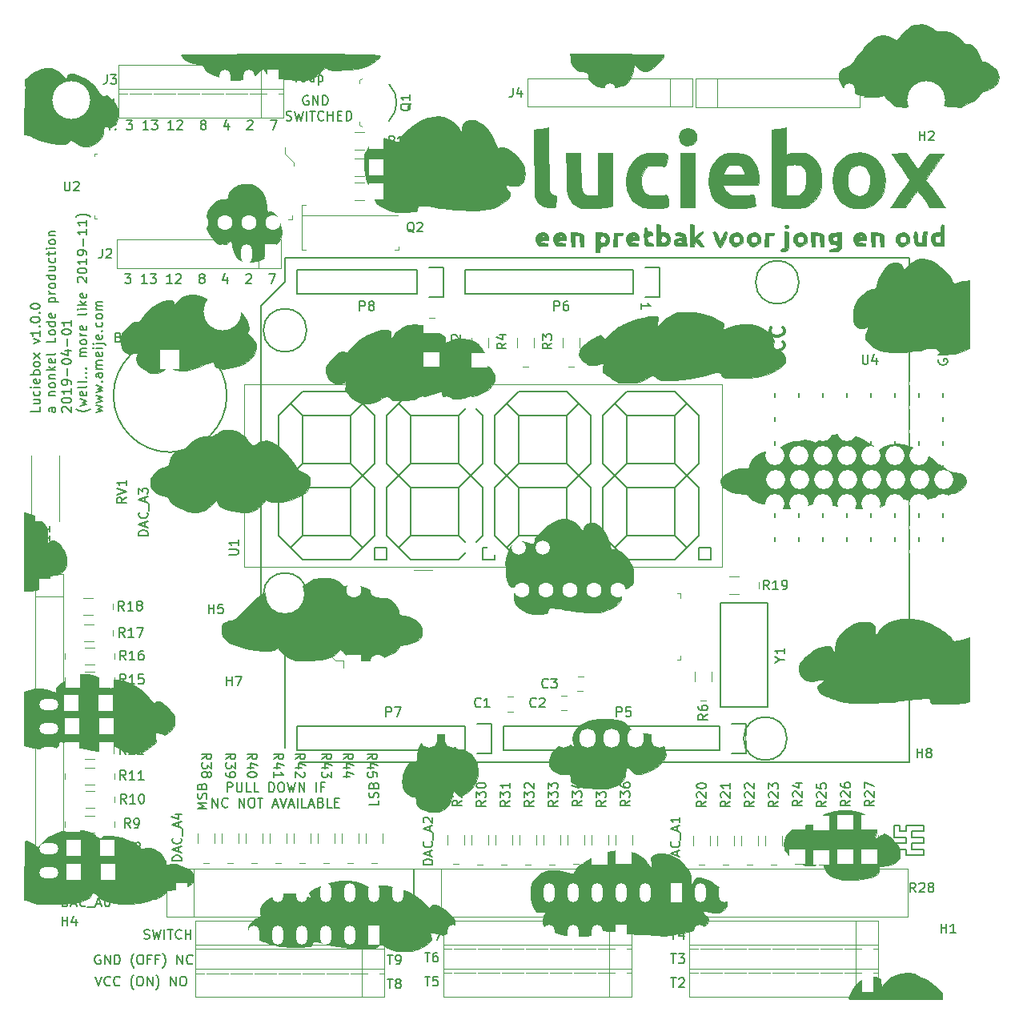
<source format=gto>
G04 #@! TF.GenerationSoftware,KiCad,Pcbnew,5.1.4-e60b266~84~ubuntu19.04.1*
G04 #@! TF.CreationDate,2019-11-13T22:21:34-08:00*
G04 #@! TF.ProjectId,Luciebox,4c756369-6562-46f7-982e-6b696361645f,rev?*
G04 #@! TF.SameCoordinates,Original*
G04 #@! TF.FileFunction,Legend,Top*
G04 #@! TF.FilePolarity,Positive*
%FSLAX46Y46*%
G04 Gerber Fmt 4.6, Leading zero omitted, Abs format (unit mm)*
G04 Created by KiCad (PCBNEW 5.1.4-e60b266~84~ubuntu19.04.1) date 2019-11-13 22:21:34*
%MOMM*%
%LPD*%
G04 APERTURE LIST*
%ADD10C,0.150000*%
%ADD11C,0.300000*%
%ADD12C,0.010000*%
%ADD13C,0.120000*%
%ADD14C,0.100000*%
%ADD15C,0.254000*%
%ADD16R,2.032000X2.032000*%
%ADD17C,2.032000*%
%ADD18O,2.000000X1.200000*%
%ADD19R,2.000000X1.200000*%
%ADD20O,2.000000X2.000000*%
%ADD21C,4.000000*%
%ADD22C,3.000000*%
%ADD23C,1.000000*%
%ADD24R,1.500000X1.800000*%
%ADD25C,2.000000*%
%ADD26R,2.000000X2.000000*%
%ADD27O,1.200000X2.000000*%
%ADD28R,1.200000X2.000000*%
%ADD29R,1.800000X1.500000*%
%ADD30R,1.200000X1.200000*%
%ADD31C,1.600000*%
%ADD32R,1.600000X1.600000*%
%ADD33R,1.500000X1.000000*%
%ADD34O,1.500000X1.000000*%
%ADD35C,1.500000*%
%ADD36R,1.500000X1.500000*%
%ADD37O,1.727200X2.032000*%
%ADD38C,4.064000*%
G04 APERTURE END LIST*
D10*
X10706666Y-23087380D02*
X11325714Y-23087380D01*
X10992380Y-23468333D01*
X11135238Y-23468333D01*
X11230476Y-23515952D01*
X11278095Y-23563571D01*
X11325714Y-23658809D01*
X11325714Y-23896904D01*
X11278095Y-23992142D01*
X11230476Y-24039761D01*
X11135238Y-24087380D01*
X10849523Y-24087380D01*
X10754285Y-24039761D01*
X10706666Y-23992142D01*
X13039999Y-24087380D02*
X12468571Y-24087380D01*
X12754285Y-24087380D02*
X12754285Y-23087380D01*
X12659047Y-23230238D01*
X12563809Y-23325476D01*
X12468571Y-23373095D01*
X13373333Y-23087380D02*
X13992380Y-23087380D01*
X13659047Y-23468333D01*
X13801904Y-23468333D01*
X13897142Y-23515952D01*
X13944761Y-23563571D01*
X13992380Y-23658809D01*
X13992380Y-23896904D01*
X13944761Y-23992142D01*
X13897142Y-24039761D01*
X13801904Y-24087380D01*
X13516190Y-24087380D01*
X13420952Y-24039761D01*
X13373333Y-23992142D01*
X15706666Y-24087380D02*
X15135238Y-24087380D01*
X15420952Y-24087380D02*
X15420952Y-23087380D01*
X15325714Y-23230238D01*
X15230476Y-23325476D01*
X15135238Y-23373095D01*
X16087619Y-23182619D02*
X16135238Y-23135000D01*
X16230476Y-23087380D01*
X16468571Y-23087380D01*
X16563809Y-23135000D01*
X16611428Y-23182619D01*
X16659047Y-23277857D01*
X16659047Y-23373095D01*
X16611428Y-23515952D01*
X16039999Y-24087380D01*
X16659047Y-24087380D01*
X18754285Y-23515952D02*
X18659047Y-23468333D01*
X18611428Y-23420714D01*
X18563809Y-23325476D01*
X18563809Y-23277857D01*
X18611428Y-23182619D01*
X18659047Y-23135000D01*
X18754285Y-23087380D01*
X18944761Y-23087380D01*
X19040000Y-23135000D01*
X19087619Y-23182619D01*
X19135238Y-23277857D01*
X19135238Y-23325476D01*
X19087619Y-23420714D01*
X19040000Y-23468333D01*
X18944761Y-23515952D01*
X18754285Y-23515952D01*
X18659047Y-23563571D01*
X18611428Y-23611190D01*
X18563809Y-23706428D01*
X18563809Y-23896904D01*
X18611428Y-23992142D01*
X18659047Y-24039761D01*
X18754285Y-24087380D01*
X18944761Y-24087380D01*
X19040000Y-24039761D01*
X19087619Y-23992142D01*
X19135238Y-23896904D01*
X19135238Y-23706428D01*
X19087619Y-23611190D01*
X19040000Y-23563571D01*
X18944761Y-23515952D01*
X21516190Y-23420714D02*
X21516190Y-24087380D01*
X21278095Y-23039761D02*
X21039999Y-23754047D01*
X21659047Y-23754047D01*
X23516190Y-23182619D02*
X23563809Y-23135000D01*
X23659047Y-23087380D01*
X23897142Y-23087380D01*
X23992380Y-23135000D01*
X24039999Y-23182619D01*
X24087619Y-23277857D01*
X24087619Y-23373095D01*
X24039999Y-23515952D01*
X23468571Y-24087380D01*
X24087619Y-24087380D01*
X25944761Y-23087380D02*
X26611428Y-23087380D01*
X26182857Y-24087380D01*
X92065000Y-81420000D02*
X92065000Y-82055000D01*
X92700000Y-81420000D02*
X92065000Y-81420000D01*
X92700000Y-82055000D02*
X92700000Y-81420000D01*
X93335000Y-82055000D02*
X92700000Y-82055000D01*
X93335000Y-81420000D02*
X93335000Y-82055000D01*
X95240000Y-81420000D02*
X93335000Y-81420000D01*
X95240000Y-82055000D02*
X95240000Y-81420000D01*
X93970000Y-82055000D02*
X95240000Y-82055000D01*
X93970000Y-82690000D02*
X93970000Y-82055000D01*
X95240000Y-82690000D02*
X93970000Y-82690000D01*
X95240000Y-83325000D02*
X95240000Y-82690000D01*
X93970000Y-83325000D02*
X95240000Y-83325000D01*
X93970000Y-83960000D02*
X93970000Y-83325000D01*
X95240000Y-83960000D02*
X93970000Y-83960000D01*
X95240000Y-84595000D02*
X95240000Y-83960000D01*
X93335000Y-84595000D02*
X95240000Y-84595000D01*
X93335000Y-83960000D02*
X93335000Y-84595000D01*
X92700000Y-83960000D02*
X93335000Y-83960000D01*
X92700000Y-84595000D02*
X92700000Y-83960000D01*
X92065000Y-84595000D02*
X92700000Y-84595000D01*
X92065000Y-83325000D02*
X92065000Y-84595000D01*
X93335000Y-83325000D02*
X92065000Y-83325000D01*
X93335000Y-82690000D02*
X93335000Y-83325000D01*
X92065000Y-82690000D02*
X93335000Y-82690000D01*
X92065000Y-82055000D02*
X92065000Y-82690000D01*
X1714380Y-37174214D02*
X1714380Y-37650404D01*
X714380Y-37650404D01*
X1047714Y-36412309D02*
X1714380Y-36412309D01*
X1047714Y-36840880D02*
X1571523Y-36840880D01*
X1666761Y-36793261D01*
X1714380Y-36698023D01*
X1714380Y-36555166D01*
X1666761Y-36459928D01*
X1619142Y-36412309D01*
X1666761Y-35507547D02*
X1714380Y-35602785D01*
X1714380Y-35793261D01*
X1666761Y-35888500D01*
X1619142Y-35936119D01*
X1523904Y-35983738D01*
X1238190Y-35983738D01*
X1142952Y-35936119D01*
X1095333Y-35888500D01*
X1047714Y-35793261D01*
X1047714Y-35602785D01*
X1095333Y-35507547D01*
X1714380Y-35078976D02*
X1047714Y-35078976D01*
X714380Y-35078976D02*
X762000Y-35126595D01*
X809619Y-35078976D01*
X762000Y-35031357D01*
X714380Y-35078976D01*
X809619Y-35078976D01*
X1666761Y-34221833D02*
X1714380Y-34317071D01*
X1714380Y-34507547D01*
X1666761Y-34602785D01*
X1571523Y-34650404D01*
X1190571Y-34650404D01*
X1095333Y-34602785D01*
X1047714Y-34507547D01*
X1047714Y-34317071D01*
X1095333Y-34221833D01*
X1190571Y-34174214D01*
X1285809Y-34174214D01*
X1381047Y-34650404D01*
X1714380Y-33745642D02*
X714380Y-33745642D01*
X1095333Y-33745642D02*
X1047714Y-33650404D01*
X1047714Y-33459928D01*
X1095333Y-33364690D01*
X1142952Y-33317071D01*
X1238190Y-33269452D01*
X1523904Y-33269452D01*
X1619142Y-33317071D01*
X1666761Y-33364690D01*
X1714380Y-33459928D01*
X1714380Y-33650404D01*
X1666761Y-33745642D01*
X1714380Y-32698023D02*
X1666761Y-32793261D01*
X1619142Y-32840880D01*
X1523904Y-32888500D01*
X1238190Y-32888500D01*
X1142952Y-32840880D01*
X1095333Y-32793261D01*
X1047714Y-32698023D01*
X1047714Y-32555166D01*
X1095333Y-32459928D01*
X1142952Y-32412309D01*
X1238190Y-32364690D01*
X1523904Y-32364690D01*
X1619142Y-32412309D01*
X1666761Y-32459928D01*
X1714380Y-32555166D01*
X1714380Y-32698023D01*
X1714380Y-32031357D02*
X1047714Y-31507547D01*
X1047714Y-32031357D02*
X1714380Y-31507547D01*
X1047714Y-30459928D02*
X1714380Y-30221833D01*
X1047714Y-29983738D01*
X1714380Y-29078976D02*
X1714380Y-29650404D01*
X1714380Y-29364690D02*
X714380Y-29364690D01*
X857238Y-29459928D01*
X952476Y-29555166D01*
X1000095Y-29650404D01*
X1619142Y-28650404D02*
X1666761Y-28602785D01*
X1714380Y-28650404D01*
X1666761Y-28698023D01*
X1619142Y-28650404D01*
X1714380Y-28650404D01*
X714380Y-27983738D02*
X714380Y-27888500D01*
X762000Y-27793261D01*
X809619Y-27745642D01*
X904857Y-27698023D01*
X1095333Y-27650404D01*
X1333428Y-27650404D01*
X1523904Y-27698023D01*
X1619142Y-27745642D01*
X1666761Y-27793261D01*
X1714380Y-27888500D01*
X1714380Y-27983738D01*
X1666761Y-28078976D01*
X1619142Y-28126595D01*
X1523904Y-28174214D01*
X1333428Y-28221833D01*
X1095333Y-28221833D01*
X904857Y-28174214D01*
X809619Y-28126595D01*
X762000Y-28078976D01*
X714380Y-27983738D01*
X1619142Y-27221833D02*
X1666761Y-27174214D01*
X1714380Y-27221833D01*
X1666761Y-27269452D01*
X1619142Y-27221833D01*
X1714380Y-27221833D01*
X714380Y-26555166D02*
X714380Y-26459928D01*
X762000Y-26364690D01*
X809619Y-26317071D01*
X904857Y-26269452D01*
X1095333Y-26221833D01*
X1333428Y-26221833D01*
X1523904Y-26269452D01*
X1619142Y-26317071D01*
X1666761Y-26364690D01*
X1714380Y-26459928D01*
X1714380Y-26555166D01*
X1666761Y-26650404D01*
X1619142Y-26698023D01*
X1523904Y-26745642D01*
X1333428Y-26793261D01*
X1095333Y-26793261D01*
X904857Y-26745642D01*
X809619Y-26698023D01*
X762000Y-26650404D01*
X714380Y-26555166D01*
X3364380Y-37221833D02*
X2840571Y-37221833D01*
X2745333Y-37269452D01*
X2697714Y-37364690D01*
X2697714Y-37555166D01*
X2745333Y-37650404D01*
X3316761Y-37221833D02*
X3364380Y-37317071D01*
X3364380Y-37555166D01*
X3316761Y-37650404D01*
X3221523Y-37698023D01*
X3126285Y-37698023D01*
X3031047Y-37650404D01*
X2983428Y-37555166D01*
X2983428Y-37317071D01*
X2935809Y-37221833D01*
X2697714Y-35983738D02*
X3364380Y-35983738D01*
X2792952Y-35983738D02*
X2745333Y-35936119D01*
X2697714Y-35840880D01*
X2697714Y-35698023D01*
X2745333Y-35602785D01*
X2840571Y-35555166D01*
X3364380Y-35555166D01*
X3364380Y-34936119D02*
X3316761Y-35031357D01*
X3269142Y-35078976D01*
X3173904Y-35126595D01*
X2888190Y-35126595D01*
X2792952Y-35078976D01*
X2745333Y-35031357D01*
X2697714Y-34936119D01*
X2697714Y-34793261D01*
X2745333Y-34698023D01*
X2792952Y-34650404D01*
X2888190Y-34602785D01*
X3173904Y-34602785D01*
X3269142Y-34650404D01*
X3316761Y-34698023D01*
X3364380Y-34793261D01*
X3364380Y-34936119D01*
X2697714Y-34174214D02*
X3364380Y-34174214D01*
X2792952Y-34174214D02*
X2745333Y-34126595D01*
X2697714Y-34031357D01*
X2697714Y-33888500D01*
X2745333Y-33793261D01*
X2840571Y-33745642D01*
X3364380Y-33745642D01*
X3364380Y-33269452D02*
X2364380Y-33269452D01*
X2983428Y-33174214D02*
X3364380Y-32888500D01*
X2697714Y-32888500D02*
X3078666Y-33269452D01*
X3316761Y-32078976D02*
X3364380Y-32174214D01*
X3364380Y-32364690D01*
X3316761Y-32459928D01*
X3221523Y-32507547D01*
X2840571Y-32507547D01*
X2745333Y-32459928D01*
X2697714Y-32364690D01*
X2697714Y-32174214D01*
X2745333Y-32078976D01*
X2840571Y-32031357D01*
X2935809Y-32031357D01*
X3031047Y-32507547D01*
X3364380Y-31459928D02*
X3316761Y-31555166D01*
X3221523Y-31602785D01*
X2364380Y-31602785D01*
X3364380Y-29840880D02*
X3364380Y-30317071D01*
X2364380Y-30317071D01*
X3364380Y-29364690D02*
X3316761Y-29459928D01*
X3269142Y-29507547D01*
X3173904Y-29555166D01*
X2888190Y-29555166D01*
X2792952Y-29507547D01*
X2745333Y-29459928D01*
X2697714Y-29364690D01*
X2697714Y-29221833D01*
X2745333Y-29126595D01*
X2792952Y-29078976D01*
X2888190Y-29031357D01*
X3173904Y-29031357D01*
X3269142Y-29078976D01*
X3316761Y-29126595D01*
X3364380Y-29221833D01*
X3364380Y-29364690D01*
X3364380Y-28174214D02*
X2364380Y-28174214D01*
X3316761Y-28174214D02*
X3364380Y-28269452D01*
X3364380Y-28459928D01*
X3316761Y-28555166D01*
X3269142Y-28602785D01*
X3173904Y-28650404D01*
X2888190Y-28650404D01*
X2792952Y-28602785D01*
X2745333Y-28555166D01*
X2697714Y-28459928D01*
X2697714Y-28269452D01*
X2745333Y-28174214D01*
X3316761Y-27317071D02*
X3364380Y-27412309D01*
X3364380Y-27602785D01*
X3316761Y-27698023D01*
X3221523Y-27745642D01*
X2840571Y-27745642D01*
X2745333Y-27698023D01*
X2697714Y-27602785D01*
X2697714Y-27412309D01*
X2745333Y-27317071D01*
X2840571Y-27269452D01*
X2935809Y-27269452D01*
X3031047Y-27745642D01*
X2697714Y-26078976D02*
X3697714Y-26078976D01*
X2745333Y-26078976D02*
X2697714Y-25983738D01*
X2697714Y-25793261D01*
X2745333Y-25698023D01*
X2792952Y-25650404D01*
X2888190Y-25602785D01*
X3173904Y-25602785D01*
X3269142Y-25650404D01*
X3316761Y-25698023D01*
X3364380Y-25793261D01*
X3364380Y-25983738D01*
X3316761Y-26078976D01*
X3364380Y-25174214D02*
X2697714Y-25174214D01*
X2888190Y-25174214D02*
X2792952Y-25126595D01*
X2745333Y-25078976D01*
X2697714Y-24983738D01*
X2697714Y-24888500D01*
X3364380Y-24412309D02*
X3316761Y-24507547D01*
X3269142Y-24555166D01*
X3173904Y-24602785D01*
X2888190Y-24602785D01*
X2792952Y-24555166D01*
X2745333Y-24507547D01*
X2697714Y-24412309D01*
X2697714Y-24269452D01*
X2745333Y-24174214D01*
X2792952Y-24126595D01*
X2888190Y-24078976D01*
X3173904Y-24078976D01*
X3269142Y-24126595D01*
X3316761Y-24174214D01*
X3364380Y-24269452D01*
X3364380Y-24412309D01*
X3364380Y-23221833D02*
X2364380Y-23221833D01*
X3316761Y-23221833D02*
X3364380Y-23317071D01*
X3364380Y-23507547D01*
X3316761Y-23602785D01*
X3269142Y-23650404D01*
X3173904Y-23698023D01*
X2888190Y-23698023D01*
X2792952Y-23650404D01*
X2745333Y-23602785D01*
X2697714Y-23507547D01*
X2697714Y-23317071D01*
X2745333Y-23221833D01*
X2697714Y-22317071D02*
X3364380Y-22317071D01*
X2697714Y-22745642D02*
X3221523Y-22745642D01*
X3316761Y-22698023D01*
X3364380Y-22602785D01*
X3364380Y-22459928D01*
X3316761Y-22364690D01*
X3269142Y-22317071D01*
X3316761Y-21412309D02*
X3364380Y-21507547D01*
X3364380Y-21698023D01*
X3316761Y-21793261D01*
X3269142Y-21840880D01*
X3173904Y-21888500D01*
X2888190Y-21888500D01*
X2792952Y-21840880D01*
X2745333Y-21793261D01*
X2697714Y-21698023D01*
X2697714Y-21507547D01*
X2745333Y-21412309D01*
X2697714Y-21126595D02*
X2697714Y-20745642D01*
X2364380Y-20983738D02*
X3221523Y-20983738D01*
X3316761Y-20936119D01*
X3364380Y-20840880D01*
X3364380Y-20745642D01*
X3364380Y-20412309D02*
X2697714Y-20412309D01*
X2364380Y-20412309D02*
X2412000Y-20459928D01*
X2459619Y-20412309D01*
X2412000Y-20364690D01*
X2364380Y-20412309D01*
X2459619Y-20412309D01*
X3364380Y-19793261D02*
X3316761Y-19888500D01*
X3269142Y-19936119D01*
X3173904Y-19983738D01*
X2888190Y-19983738D01*
X2792952Y-19936119D01*
X2745333Y-19888500D01*
X2697714Y-19793261D01*
X2697714Y-19650404D01*
X2745333Y-19555166D01*
X2792952Y-19507547D01*
X2888190Y-19459928D01*
X3173904Y-19459928D01*
X3269142Y-19507547D01*
X3316761Y-19555166D01*
X3364380Y-19650404D01*
X3364380Y-19793261D01*
X2697714Y-19031357D02*
X3364380Y-19031357D01*
X2792952Y-19031357D02*
X2745333Y-18983738D01*
X2697714Y-18888500D01*
X2697714Y-18745642D01*
X2745333Y-18650404D01*
X2840571Y-18602785D01*
X3364380Y-18602785D01*
X4109619Y-37698023D02*
X4062000Y-37650404D01*
X4014380Y-37555166D01*
X4014380Y-37317071D01*
X4062000Y-37221833D01*
X4109619Y-37174214D01*
X4204857Y-37126595D01*
X4300095Y-37126595D01*
X4442952Y-37174214D01*
X5014380Y-37745642D01*
X5014380Y-37126595D01*
X4014380Y-36507547D02*
X4014380Y-36412309D01*
X4062000Y-36317071D01*
X4109619Y-36269452D01*
X4204857Y-36221833D01*
X4395333Y-36174214D01*
X4633428Y-36174214D01*
X4823904Y-36221833D01*
X4919142Y-36269452D01*
X4966761Y-36317071D01*
X5014380Y-36412309D01*
X5014380Y-36507547D01*
X4966761Y-36602785D01*
X4919142Y-36650404D01*
X4823904Y-36698023D01*
X4633428Y-36745642D01*
X4395333Y-36745642D01*
X4204857Y-36698023D01*
X4109619Y-36650404D01*
X4062000Y-36602785D01*
X4014380Y-36507547D01*
X5014380Y-35221833D02*
X5014380Y-35793261D01*
X5014380Y-35507547D02*
X4014380Y-35507547D01*
X4157238Y-35602785D01*
X4252476Y-35698023D01*
X4300095Y-35793261D01*
X5014380Y-34745642D02*
X5014380Y-34555166D01*
X4966761Y-34459928D01*
X4919142Y-34412309D01*
X4776285Y-34317071D01*
X4585809Y-34269452D01*
X4204857Y-34269452D01*
X4109619Y-34317071D01*
X4062000Y-34364690D01*
X4014380Y-34459928D01*
X4014380Y-34650404D01*
X4062000Y-34745642D01*
X4109619Y-34793261D01*
X4204857Y-34840880D01*
X4442952Y-34840880D01*
X4538190Y-34793261D01*
X4585809Y-34745642D01*
X4633428Y-34650404D01*
X4633428Y-34459928D01*
X4585809Y-34364690D01*
X4538190Y-34317071D01*
X4442952Y-34269452D01*
X4633428Y-33840880D02*
X4633428Y-33078976D01*
X4014380Y-32412309D02*
X4014380Y-32317071D01*
X4062000Y-32221833D01*
X4109619Y-32174214D01*
X4204857Y-32126595D01*
X4395333Y-32078976D01*
X4633428Y-32078976D01*
X4823904Y-32126595D01*
X4919142Y-32174214D01*
X4966761Y-32221833D01*
X5014380Y-32317071D01*
X5014380Y-32412309D01*
X4966761Y-32507547D01*
X4919142Y-32555166D01*
X4823904Y-32602785D01*
X4633428Y-32650404D01*
X4395333Y-32650404D01*
X4204857Y-32602785D01*
X4109619Y-32555166D01*
X4062000Y-32507547D01*
X4014380Y-32412309D01*
X4347714Y-31221833D02*
X5014380Y-31221833D01*
X3966761Y-31459928D02*
X4681047Y-31698023D01*
X4681047Y-31078976D01*
X4633428Y-30698023D02*
X4633428Y-29936119D01*
X4014380Y-29269452D02*
X4014380Y-29174214D01*
X4062000Y-29078976D01*
X4109619Y-29031357D01*
X4204857Y-28983738D01*
X4395333Y-28936119D01*
X4633428Y-28936119D01*
X4823904Y-28983738D01*
X4919142Y-29031357D01*
X4966761Y-29078976D01*
X5014380Y-29174214D01*
X5014380Y-29269452D01*
X4966761Y-29364690D01*
X4919142Y-29412309D01*
X4823904Y-29459928D01*
X4633428Y-29507547D01*
X4395333Y-29507547D01*
X4204857Y-29459928D01*
X4109619Y-29412309D01*
X4062000Y-29364690D01*
X4014380Y-29269452D01*
X5014380Y-27983738D02*
X5014380Y-28555166D01*
X5014380Y-28269452D02*
X4014380Y-28269452D01*
X4157238Y-28364690D01*
X4252476Y-28459928D01*
X4300095Y-28555166D01*
X7045333Y-37364690D02*
X6997714Y-37412309D01*
X6854857Y-37507547D01*
X6759619Y-37555166D01*
X6616761Y-37602785D01*
X6378666Y-37650404D01*
X6188190Y-37650404D01*
X5950095Y-37602785D01*
X5807238Y-37555166D01*
X5712000Y-37507547D01*
X5569142Y-37412309D01*
X5521523Y-37364690D01*
X5997714Y-37078976D02*
X6664380Y-36888500D01*
X6188190Y-36698023D01*
X6664380Y-36507547D01*
X5997714Y-36317071D01*
X6616761Y-35555166D02*
X6664380Y-35650404D01*
X6664380Y-35840880D01*
X6616761Y-35936119D01*
X6521523Y-35983738D01*
X6140571Y-35983738D01*
X6045333Y-35936119D01*
X5997714Y-35840880D01*
X5997714Y-35650404D01*
X6045333Y-35555166D01*
X6140571Y-35507547D01*
X6235809Y-35507547D01*
X6331047Y-35983738D01*
X6664380Y-34936119D02*
X6616761Y-35031357D01*
X6521523Y-35078976D01*
X5664380Y-35078976D01*
X6664380Y-34412309D02*
X6616761Y-34507547D01*
X6521523Y-34555166D01*
X5664380Y-34555166D01*
X6569142Y-34031357D02*
X6616761Y-33983738D01*
X6664380Y-34031357D01*
X6616761Y-34078976D01*
X6569142Y-34031357D01*
X6664380Y-34031357D01*
X6569142Y-33555166D02*
X6616761Y-33507547D01*
X6664380Y-33555166D01*
X6616761Y-33602785D01*
X6569142Y-33555166D01*
X6664380Y-33555166D01*
X6569142Y-33078976D02*
X6616761Y-33031357D01*
X6664380Y-33078976D01*
X6616761Y-33126595D01*
X6569142Y-33078976D01*
X6664380Y-33078976D01*
X6664380Y-31840880D02*
X5997714Y-31840880D01*
X6092952Y-31840880D02*
X6045333Y-31793261D01*
X5997714Y-31698023D01*
X5997714Y-31555166D01*
X6045333Y-31459928D01*
X6140571Y-31412309D01*
X6664380Y-31412309D01*
X6140571Y-31412309D02*
X6045333Y-31364690D01*
X5997714Y-31269452D01*
X5997714Y-31126595D01*
X6045333Y-31031357D01*
X6140571Y-30983738D01*
X6664380Y-30983738D01*
X6664380Y-30364690D02*
X6616761Y-30459928D01*
X6569142Y-30507547D01*
X6473904Y-30555166D01*
X6188190Y-30555166D01*
X6092952Y-30507547D01*
X6045333Y-30459928D01*
X5997714Y-30364690D01*
X5997714Y-30221833D01*
X6045333Y-30126595D01*
X6092952Y-30078976D01*
X6188190Y-30031357D01*
X6473904Y-30031357D01*
X6569142Y-30078976D01*
X6616761Y-30126595D01*
X6664380Y-30221833D01*
X6664380Y-30364690D01*
X6664380Y-29602785D02*
X5997714Y-29602785D01*
X6188190Y-29602785D02*
X6092952Y-29555166D01*
X6045333Y-29507547D01*
X5997714Y-29412309D01*
X5997714Y-29317071D01*
X6616761Y-28602785D02*
X6664380Y-28698023D01*
X6664380Y-28888500D01*
X6616761Y-28983738D01*
X6521523Y-29031357D01*
X6140571Y-29031357D01*
X6045333Y-28983738D01*
X5997714Y-28888500D01*
X5997714Y-28698023D01*
X6045333Y-28602785D01*
X6140571Y-28555166D01*
X6235809Y-28555166D01*
X6331047Y-29031357D01*
X6664380Y-27221833D02*
X6616761Y-27317071D01*
X6521523Y-27364690D01*
X5664380Y-27364690D01*
X6664380Y-26840880D02*
X5997714Y-26840880D01*
X5664380Y-26840880D02*
X5712000Y-26888500D01*
X5759619Y-26840880D01*
X5712000Y-26793261D01*
X5664380Y-26840880D01*
X5759619Y-26840880D01*
X6664380Y-26364690D02*
X5664380Y-26364690D01*
X6283428Y-26269452D02*
X6664380Y-25983738D01*
X5997714Y-25983738D02*
X6378666Y-26364690D01*
X6616761Y-25174214D02*
X6664380Y-25269452D01*
X6664380Y-25459928D01*
X6616761Y-25555166D01*
X6521523Y-25602785D01*
X6140571Y-25602785D01*
X6045333Y-25555166D01*
X5997714Y-25459928D01*
X5997714Y-25269452D01*
X6045333Y-25174214D01*
X6140571Y-25126595D01*
X6235809Y-25126595D01*
X6331047Y-25602785D01*
X5759619Y-23983738D02*
X5712000Y-23936119D01*
X5664380Y-23840880D01*
X5664380Y-23602785D01*
X5712000Y-23507547D01*
X5759619Y-23459928D01*
X5854857Y-23412309D01*
X5950095Y-23412309D01*
X6092952Y-23459928D01*
X6664380Y-24031357D01*
X6664380Y-23412309D01*
X5664380Y-22793261D02*
X5664380Y-22698023D01*
X5712000Y-22602785D01*
X5759619Y-22555166D01*
X5854857Y-22507547D01*
X6045333Y-22459928D01*
X6283428Y-22459928D01*
X6473904Y-22507547D01*
X6569142Y-22555166D01*
X6616761Y-22602785D01*
X6664380Y-22698023D01*
X6664380Y-22793261D01*
X6616761Y-22888500D01*
X6569142Y-22936119D01*
X6473904Y-22983738D01*
X6283428Y-23031357D01*
X6045333Y-23031357D01*
X5854857Y-22983738D01*
X5759619Y-22936119D01*
X5712000Y-22888500D01*
X5664380Y-22793261D01*
X6664380Y-21507547D02*
X6664380Y-22078976D01*
X6664380Y-21793261D02*
X5664380Y-21793261D01*
X5807238Y-21888500D01*
X5902476Y-21983738D01*
X5950095Y-22078976D01*
X6664380Y-21031357D02*
X6664380Y-20840880D01*
X6616761Y-20745642D01*
X6569142Y-20698023D01*
X6426285Y-20602785D01*
X6235809Y-20555166D01*
X5854857Y-20555166D01*
X5759619Y-20602785D01*
X5712000Y-20650404D01*
X5664380Y-20745642D01*
X5664380Y-20936119D01*
X5712000Y-21031357D01*
X5759619Y-21078976D01*
X5854857Y-21126595D01*
X6092952Y-21126595D01*
X6188190Y-21078976D01*
X6235809Y-21031357D01*
X6283428Y-20936119D01*
X6283428Y-20745642D01*
X6235809Y-20650404D01*
X6188190Y-20602785D01*
X6092952Y-20555166D01*
X6283428Y-20126595D02*
X6283428Y-19364690D01*
X6664380Y-18364690D02*
X6664380Y-18936119D01*
X6664380Y-18650404D02*
X5664380Y-18650404D01*
X5807238Y-18745642D01*
X5902476Y-18840880D01*
X5950095Y-18936119D01*
X6664380Y-17412309D02*
X6664380Y-17983738D01*
X6664380Y-17698023D02*
X5664380Y-17698023D01*
X5807238Y-17793261D01*
X5902476Y-17888500D01*
X5950095Y-17983738D01*
X7045333Y-17078976D02*
X6997714Y-17031357D01*
X6854857Y-16936119D01*
X6759619Y-16888500D01*
X6616761Y-16840880D01*
X6378666Y-16793261D01*
X6188190Y-16793261D01*
X5950095Y-16840880D01*
X5807238Y-16888500D01*
X5712000Y-16936119D01*
X5569142Y-17031357D01*
X5521523Y-17078976D01*
X7647714Y-37745642D02*
X8314380Y-37555166D01*
X7838190Y-37364690D01*
X8314380Y-37174214D01*
X7647714Y-36983738D01*
X7647714Y-36698023D02*
X8314380Y-36507547D01*
X7838190Y-36317071D01*
X8314380Y-36126595D01*
X7647714Y-35936119D01*
X7647714Y-35650404D02*
X8314380Y-35459928D01*
X7838190Y-35269452D01*
X8314380Y-35078976D01*
X7647714Y-34888500D01*
X8219142Y-34507547D02*
X8266761Y-34459928D01*
X8314380Y-34507547D01*
X8266761Y-34555166D01*
X8219142Y-34507547D01*
X8314380Y-34507547D01*
X8314380Y-33602785D02*
X7790571Y-33602785D01*
X7695333Y-33650404D01*
X7647714Y-33745642D01*
X7647714Y-33936119D01*
X7695333Y-34031357D01*
X8266761Y-33602785D02*
X8314380Y-33698023D01*
X8314380Y-33936119D01*
X8266761Y-34031357D01*
X8171523Y-34078976D01*
X8076285Y-34078976D01*
X7981047Y-34031357D01*
X7933428Y-33936119D01*
X7933428Y-33698023D01*
X7885809Y-33602785D01*
X8314380Y-33126595D02*
X7647714Y-33126595D01*
X7742952Y-33126595D02*
X7695333Y-33078976D01*
X7647714Y-32983738D01*
X7647714Y-32840880D01*
X7695333Y-32745642D01*
X7790571Y-32698023D01*
X8314380Y-32698023D01*
X7790571Y-32698023D02*
X7695333Y-32650404D01*
X7647714Y-32555166D01*
X7647714Y-32412309D01*
X7695333Y-32317071D01*
X7790571Y-32269452D01*
X8314380Y-32269452D01*
X8266761Y-31412309D02*
X8314380Y-31507547D01*
X8314380Y-31698023D01*
X8266761Y-31793261D01*
X8171523Y-31840880D01*
X7790571Y-31840880D01*
X7695333Y-31793261D01*
X7647714Y-31698023D01*
X7647714Y-31507547D01*
X7695333Y-31412309D01*
X7790571Y-31364690D01*
X7885809Y-31364690D01*
X7981047Y-31840880D01*
X8314380Y-30936119D02*
X7647714Y-30936119D01*
X7314380Y-30936119D02*
X7362000Y-30983738D01*
X7409619Y-30936119D01*
X7362000Y-30888500D01*
X7314380Y-30936119D01*
X7409619Y-30936119D01*
X7647714Y-30459928D02*
X8504857Y-30459928D01*
X8600095Y-30507547D01*
X8647714Y-30602785D01*
X8647714Y-30650404D01*
X7314380Y-30459928D02*
X7362000Y-30507547D01*
X7409619Y-30459928D01*
X7362000Y-30412309D01*
X7314380Y-30459928D01*
X7409619Y-30459928D01*
X8266761Y-29602785D02*
X8314380Y-29698023D01*
X8314380Y-29888500D01*
X8266761Y-29983738D01*
X8171523Y-30031357D01*
X7790571Y-30031357D01*
X7695333Y-29983738D01*
X7647714Y-29888500D01*
X7647714Y-29698023D01*
X7695333Y-29602785D01*
X7790571Y-29555166D01*
X7885809Y-29555166D01*
X7981047Y-30031357D01*
X8219142Y-29126595D02*
X8266761Y-29078976D01*
X8314380Y-29126595D01*
X8266761Y-29174214D01*
X8219142Y-29126595D01*
X8314380Y-29126595D01*
X8266761Y-28221833D02*
X8314380Y-28317071D01*
X8314380Y-28507547D01*
X8266761Y-28602785D01*
X8219142Y-28650404D01*
X8123904Y-28698023D01*
X7838190Y-28698023D01*
X7742952Y-28650404D01*
X7695333Y-28602785D01*
X7647714Y-28507547D01*
X7647714Y-28317071D01*
X7695333Y-28221833D01*
X8314380Y-27650404D02*
X8266761Y-27745642D01*
X8219142Y-27793261D01*
X8123904Y-27840880D01*
X7838190Y-27840880D01*
X7742952Y-27793261D01*
X7695333Y-27745642D01*
X7647714Y-27650404D01*
X7647714Y-27507547D01*
X7695333Y-27412309D01*
X7742952Y-27364690D01*
X7838190Y-27317071D01*
X8123904Y-27317071D01*
X8219142Y-27364690D01*
X8266761Y-27412309D01*
X8314380Y-27507547D01*
X8314380Y-27650404D01*
X8314380Y-26888500D02*
X7647714Y-26888500D01*
X7742952Y-26888500D02*
X7695333Y-26840880D01*
X7647714Y-26745642D01*
X7647714Y-26602785D01*
X7695333Y-26507547D01*
X7790571Y-26459928D01*
X8314380Y-26459928D01*
X7790571Y-26459928D02*
X7695333Y-26412309D01*
X7647714Y-26317071D01*
X7647714Y-26174214D01*
X7695333Y-26078976D01*
X7790571Y-26031357D01*
X8314380Y-26031357D01*
X7039761Y-6831380D02*
X7230238Y-6831380D01*
X7325476Y-6879000D01*
X7420714Y-6974238D01*
X7468333Y-7164714D01*
X7468333Y-7498047D01*
X7420714Y-7688523D01*
X7325476Y-7783761D01*
X7230238Y-7831380D01*
X7039761Y-7831380D01*
X6944523Y-7783761D01*
X6849285Y-7688523D01*
X6801666Y-7498047D01*
X6801666Y-7164714D01*
X6849285Y-6974238D01*
X6944523Y-6879000D01*
X7039761Y-6831380D01*
X7896904Y-6831380D02*
X7896904Y-7640904D01*
X7944523Y-7736142D01*
X7992142Y-7783761D01*
X8087380Y-7831380D01*
X8277857Y-7831380D01*
X8373095Y-7783761D01*
X8420714Y-7736142D01*
X8468333Y-7640904D01*
X8468333Y-6831380D01*
X8801666Y-6831380D02*
X9373095Y-6831380D01*
X9087380Y-7831380D02*
X9087380Y-6831380D01*
X9706428Y-7736142D02*
X9754047Y-7783761D01*
X9706428Y-7831380D01*
X9658809Y-7783761D01*
X9706428Y-7736142D01*
X9706428Y-7831380D01*
X9706428Y-7212333D02*
X9754047Y-7259952D01*
X9706428Y-7307571D01*
X9658809Y-7259952D01*
X9706428Y-7212333D01*
X9706428Y-7307571D01*
X10849285Y-6831380D02*
X11468333Y-6831380D01*
X11134999Y-7212333D01*
X11277857Y-7212333D01*
X11373095Y-7259952D01*
X11420714Y-7307571D01*
X11468333Y-7402809D01*
X11468333Y-7640904D01*
X11420714Y-7736142D01*
X11373095Y-7783761D01*
X11277857Y-7831380D01*
X10992142Y-7831380D01*
X10896904Y-7783761D01*
X10849285Y-7736142D01*
X13182619Y-7831380D02*
X12611190Y-7831380D01*
X12896904Y-7831380D02*
X12896904Y-6831380D01*
X12801666Y-6974238D01*
X12706428Y-7069476D01*
X12611190Y-7117095D01*
X13515952Y-6831380D02*
X14134999Y-6831380D01*
X13801666Y-7212333D01*
X13944523Y-7212333D01*
X14039761Y-7259952D01*
X14087380Y-7307571D01*
X14134999Y-7402809D01*
X14134999Y-7640904D01*
X14087380Y-7736142D01*
X14039761Y-7783761D01*
X13944523Y-7831380D01*
X13658809Y-7831380D01*
X13563571Y-7783761D01*
X13515952Y-7736142D01*
X15849285Y-7831380D02*
X15277857Y-7831380D01*
X15563571Y-7831380D02*
X15563571Y-6831380D01*
X15468333Y-6974238D01*
X15373095Y-7069476D01*
X15277857Y-7117095D01*
X16230238Y-6926619D02*
X16277857Y-6879000D01*
X16373095Y-6831380D01*
X16611190Y-6831380D01*
X16706428Y-6879000D01*
X16754047Y-6926619D01*
X16801666Y-7021857D01*
X16801666Y-7117095D01*
X16754047Y-7259952D01*
X16182619Y-7831380D01*
X16801666Y-7831380D01*
X18896904Y-7259952D02*
X18801666Y-7212333D01*
X18754047Y-7164714D01*
X18706428Y-7069476D01*
X18706428Y-7021857D01*
X18754047Y-6926619D01*
X18801666Y-6879000D01*
X18896904Y-6831380D01*
X19087380Y-6831380D01*
X19182619Y-6879000D01*
X19230238Y-6926619D01*
X19277857Y-7021857D01*
X19277857Y-7069476D01*
X19230238Y-7164714D01*
X19182619Y-7212333D01*
X19087380Y-7259952D01*
X18896904Y-7259952D01*
X18801666Y-7307571D01*
X18754047Y-7355190D01*
X18706428Y-7450428D01*
X18706428Y-7640904D01*
X18754047Y-7736142D01*
X18801666Y-7783761D01*
X18896904Y-7831380D01*
X19087380Y-7831380D01*
X19182619Y-7783761D01*
X19230238Y-7736142D01*
X19277857Y-7640904D01*
X19277857Y-7450428D01*
X19230238Y-7355190D01*
X19182619Y-7307571D01*
X19087380Y-7259952D01*
X21658809Y-7164714D02*
X21658809Y-7831380D01*
X21420714Y-6783761D02*
X21182619Y-7498047D01*
X21801666Y-7498047D01*
X23658809Y-6926619D02*
X23706428Y-6879000D01*
X23801666Y-6831380D01*
X24039761Y-6831380D01*
X24134999Y-6879000D01*
X24182619Y-6926619D01*
X24230238Y-7021857D01*
X24230238Y-7117095D01*
X24182619Y-7259952D01*
X23611190Y-7831380D01*
X24230238Y-7831380D01*
X26087380Y-6831380D02*
X26754047Y-6831380D01*
X26325476Y-7831380D01*
X28446142Y-1751380D02*
X28779476Y-2751380D01*
X29112809Y-1751380D01*
X29398523Y-2703761D02*
X29493761Y-2751380D01*
X29684238Y-2751380D01*
X29779476Y-2703761D01*
X29827095Y-2608523D01*
X29827095Y-2560904D01*
X29779476Y-2465666D01*
X29684238Y-2418047D01*
X29541380Y-2418047D01*
X29446142Y-2370428D01*
X29398523Y-2275190D01*
X29398523Y-2227571D01*
X29446142Y-2132333D01*
X29541380Y-2084714D01*
X29684238Y-2084714D01*
X29779476Y-2132333D01*
X30684238Y-2084714D02*
X30684238Y-2751380D01*
X30255666Y-2084714D02*
X30255666Y-2608523D01*
X30303285Y-2703761D01*
X30398523Y-2751380D01*
X30541380Y-2751380D01*
X30636619Y-2703761D01*
X30684238Y-2656142D01*
X31160428Y-2084714D02*
X31160428Y-3084714D01*
X31160428Y-2132333D02*
X31255666Y-2084714D01*
X31446142Y-2084714D01*
X31541380Y-2132333D01*
X31589000Y-2179952D01*
X31636619Y-2275190D01*
X31636619Y-2560904D01*
X31589000Y-2656142D01*
X31541380Y-2703761D01*
X31446142Y-2751380D01*
X31255666Y-2751380D01*
X31160428Y-2703761D01*
X30089142Y-4276000D02*
X29993904Y-4228380D01*
X29851047Y-4228380D01*
X29708190Y-4276000D01*
X29612952Y-4371238D01*
X29565333Y-4466476D01*
X29517714Y-4656952D01*
X29517714Y-4799809D01*
X29565333Y-4990285D01*
X29612952Y-5085523D01*
X29708190Y-5180761D01*
X29851047Y-5228380D01*
X29946285Y-5228380D01*
X30089142Y-5180761D01*
X30136761Y-5133142D01*
X30136761Y-4799809D01*
X29946285Y-4799809D01*
X30565333Y-5228380D02*
X30565333Y-4228380D01*
X31136761Y-5228380D01*
X31136761Y-4228380D01*
X31612952Y-5228380D02*
X31612952Y-4228380D01*
X31851047Y-4228380D01*
X31993904Y-4276000D01*
X32089142Y-4371238D01*
X32136761Y-4466476D01*
X32184380Y-4656952D01*
X32184380Y-4799809D01*
X32136761Y-4990285D01*
X32089142Y-5085523D01*
X31993904Y-5180761D01*
X31851047Y-5228380D01*
X31612952Y-5228380D01*
X27779619Y-6830761D02*
X27922476Y-6878380D01*
X28160571Y-6878380D01*
X28255809Y-6830761D01*
X28303428Y-6783142D01*
X28351047Y-6687904D01*
X28351047Y-6592666D01*
X28303428Y-6497428D01*
X28255809Y-6449809D01*
X28160571Y-6402190D01*
X27970095Y-6354571D01*
X27874857Y-6306952D01*
X27827238Y-6259333D01*
X27779619Y-6164095D01*
X27779619Y-6068857D01*
X27827238Y-5973619D01*
X27874857Y-5926000D01*
X27970095Y-5878380D01*
X28208190Y-5878380D01*
X28351047Y-5926000D01*
X28684380Y-5878380D02*
X28922476Y-6878380D01*
X29112952Y-6164095D01*
X29303428Y-6878380D01*
X29541523Y-5878380D01*
X29922476Y-6878380D02*
X29922476Y-5878380D01*
X30255809Y-5878380D02*
X30827238Y-5878380D01*
X30541523Y-6878380D02*
X30541523Y-5878380D01*
X31732000Y-6783142D02*
X31684380Y-6830761D01*
X31541523Y-6878380D01*
X31446285Y-6878380D01*
X31303428Y-6830761D01*
X31208190Y-6735523D01*
X31160571Y-6640285D01*
X31112952Y-6449809D01*
X31112952Y-6306952D01*
X31160571Y-6116476D01*
X31208190Y-6021238D01*
X31303428Y-5926000D01*
X31446285Y-5878380D01*
X31541523Y-5878380D01*
X31684380Y-5926000D01*
X31732000Y-5973619D01*
X32160571Y-6878380D02*
X32160571Y-5878380D01*
X32160571Y-6354571D02*
X32732000Y-6354571D01*
X32732000Y-6878380D02*
X32732000Y-5878380D01*
X33208190Y-6354571D02*
X33541523Y-6354571D01*
X33684380Y-6878380D02*
X33208190Y-6878380D01*
X33208190Y-5878380D01*
X33684380Y-5878380D01*
X34112952Y-6878380D02*
X34112952Y-5878380D01*
X34351047Y-5878380D01*
X34493904Y-5926000D01*
X34589142Y-6021238D01*
X34636761Y-6116476D01*
X34684380Y-6306952D01*
X34684380Y-6449809D01*
X34636761Y-6640285D01*
X34589142Y-6735523D01*
X34493904Y-6830761D01*
X34351047Y-6878380D01*
X34112952Y-6878380D01*
X13142380Y-50749190D02*
X12142380Y-50749190D01*
X12142380Y-50511095D01*
X12190000Y-50368238D01*
X12285238Y-50273000D01*
X12380476Y-50225380D01*
X12570952Y-50177761D01*
X12713809Y-50177761D01*
X12904285Y-50225380D01*
X12999523Y-50273000D01*
X13094761Y-50368238D01*
X13142380Y-50511095D01*
X13142380Y-50749190D01*
X12856666Y-49796809D02*
X12856666Y-49320619D01*
X13142380Y-49892047D02*
X12142380Y-49558714D01*
X13142380Y-49225380D01*
X13047142Y-48320619D02*
X13094761Y-48368238D01*
X13142380Y-48511095D01*
X13142380Y-48606333D01*
X13094761Y-48749190D01*
X12999523Y-48844428D01*
X12904285Y-48892047D01*
X12713809Y-48939666D01*
X12570952Y-48939666D01*
X12380476Y-48892047D01*
X12285238Y-48844428D01*
X12190000Y-48749190D01*
X12142380Y-48606333D01*
X12142380Y-48511095D01*
X12190000Y-48368238D01*
X12237619Y-48320619D01*
X13237619Y-48130142D02*
X13237619Y-47368238D01*
X12856666Y-47177761D02*
X12856666Y-46701571D01*
X13142380Y-47273000D02*
X12142380Y-46939666D01*
X13142380Y-46606333D01*
X12142380Y-46368238D02*
X12142380Y-45749190D01*
X12523333Y-46082523D01*
X12523333Y-45939666D01*
X12570952Y-45844428D01*
X12618571Y-45796809D01*
X12713809Y-45749190D01*
X12951904Y-45749190D01*
X13047142Y-45796809D01*
X13094761Y-45844428D01*
X13142380Y-45939666D01*
X13142380Y-46225380D01*
X13094761Y-46320619D01*
X13047142Y-46368238D01*
X4117809Y-90000380D02*
X4117809Y-89000380D01*
X4355904Y-89000380D01*
X4498761Y-89048000D01*
X4594000Y-89143238D01*
X4641619Y-89238476D01*
X4689238Y-89428952D01*
X4689238Y-89571809D01*
X4641619Y-89762285D01*
X4594000Y-89857523D01*
X4498761Y-89952761D01*
X4355904Y-90000380D01*
X4117809Y-90000380D01*
X5070190Y-89714666D02*
X5546380Y-89714666D01*
X4974952Y-90000380D02*
X5308285Y-89000380D01*
X5641619Y-90000380D01*
X6546380Y-89905142D02*
X6498761Y-89952761D01*
X6355904Y-90000380D01*
X6260666Y-90000380D01*
X6117809Y-89952761D01*
X6022571Y-89857523D01*
X5974952Y-89762285D01*
X5927333Y-89571809D01*
X5927333Y-89428952D01*
X5974952Y-89238476D01*
X6022571Y-89143238D01*
X6117809Y-89048000D01*
X6260666Y-89000380D01*
X6355904Y-89000380D01*
X6498761Y-89048000D01*
X6546380Y-89095619D01*
X6736857Y-90095619D02*
X7498761Y-90095619D01*
X7689238Y-89714666D02*
X8165428Y-89714666D01*
X7594000Y-90000380D02*
X7927333Y-89000380D01*
X8260666Y-90000380D01*
X8784476Y-89000380D02*
X8879714Y-89000380D01*
X8974952Y-89048000D01*
X9022571Y-89095619D01*
X9070190Y-89190857D01*
X9117809Y-89381333D01*
X9117809Y-89619428D01*
X9070190Y-89809904D01*
X9022571Y-89905142D01*
X8974952Y-89952761D01*
X8879714Y-90000380D01*
X8784476Y-90000380D01*
X8689238Y-89952761D01*
X8641619Y-89905142D01*
X8594000Y-89809904D01*
X8546380Y-89619428D01*
X8546380Y-89381333D01*
X8594000Y-89190857D01*
X8641619Y-89095619D01*
X8689238Y-89048000D01*
X8784476Y-89000380D01*
X37526380Y-78784666D02*
X37526380Y-79260857D01*
X36526380Y-79260857D01*
X37478761Y-78498952D02*
X37526380Y-78356095D01*
X37526380Y-78118000D01*
X37478761Y-78022761D01*
X37431142Y-77975142D01*
X37335904Y-77927523D01*
X37240666Y-77927523D01*
X37145428Y-77975142D01*
X37097809Y-78022761D01*
X37050190Y-78118000D01*
X37002571Y-78308476D01*
X36954952Y-78403714D01*
X36907333Y-78451333D01*
X36812095Y-78498952D01*
X36716857Y-78498952D01*
X36621619Y-78451333D01*
X36574000Y-78403714D01*
X36526380Y-78308476D01*
X36526380Y-78070380D01*
X36574000Y-77927523D01*
X37002571Y-77165619D02*
X37050190Y-77022761D01*
X37097809Y-76975142D01*
X37193047Y-76927523D01*
X37335904Y-76927523D01*
X37431142Y-76975142D01*
X37478761Y-77022761D01*
X37526380Y-77118000D01*
X37526380Y-77498952D01*
X36526380Y-77498952D01*
X36526380Y-77165619D01*
X36574000Y-77070380D01*
X36621619Y-77022761D01*
X36716857Y-76975142D01*
X36812095Y-76975142D01*
X36907333Y-77022761D01*
X36954952Y-77070380D01*
X37002571Y-77165619D01*
X37002571Y-77498952D01*
X19365380Y-79681523D02*
X18365380Y-79681523D01*
X19079666Y-79348190D01*
X18365380Y-79014857D01*
X19365380Y-79014857D01*
X19317761Y-78586285D02*
X19365380Y-78443428D01*
X19365380Y-78205333D01*
X19317761Y-78110095D01*
X19270142Y-78062476D01*
X19174904Y-78014857D01*
X19079666Y-78014857D01*
X18984428Y-78062476D01*
X18936809Y-78110095D01*
X18889190Y-78205333D01*
X18841571Y-78395809D01*
X18793952Y-78491047D01*
X18746333Y-78538666D01*
X18651095Y-78586285D01*
X18555857Y-78586285D01*
X18460619Y-78538666D01*
X18413000Y-78491047D01*
X18365380Y-78395809D01*
X18365380Y-78157714D01*
X18413000Y-78014857D01*
X18841571Y-77252952D02*
X18889190Y-77110095D01*
X18936809Y-77062476D01*
X19032047Y-77014857D01*
X19174904Y-77014857D01*
X19270142Y-77062476D01*
X19317761Y-77110095D01*
X19365380Y-77205333D01*
X19365380Y-77586285D01*
X18365380Y-77586285D01*
X18365380Y-77252952D01*
X18413000Y-77157714D01*
X18460619Y-77110095D01*
X18555857Y-77062476D01*
X18651095Y-77062476D01*
X18746333Y-77110095D01*
X18793952Y-77157714D01*
X18841571Y-77252952D01*
X18841571Y-77586285D01*
X69403380Y-85547190D02*
X68403380Y-85547190D01*
X68403380Y-85309095D01*
X68451000Y-85166238D01*
X68546238Y-85071000D01*
X68641476Y-85023380D01*
X68831952Y-84975761D01*
X68974809Y-84975761D01*
X69165285Y-85023380D01*
X69260523Y-85071000D01*
X69355761Y-85166238D01*
X69403380Y-85309095D01*
X69403380Y-85547190D01*
X69117666Y-84594809D02*
X69117666Y-84118619D01*
X69403380Y-84690047D02*
X68403380Y-84356714D01*
X69403380Y-84023380D01*
X69308142Y-83118619D02*
X69355761Y-83166238D01*
X69403380Y-83309095D01*
X69403380Y-83404333D01*
X69355761Y-83547190D01*
X69260523Y-83642428D01*
X69165285Y-83690047D01*
X68974809Y-83737666D01*
X68831952Y-83737666D01*
X68641476Y-83690047D01*
X68546238Y-83642428D01*
X68451000Y-83547190D01*
X68403380Y-83404333D01*
X68403380Y-83309095D01*
X68451000Y-83166238D01*
X68498619Y-83118619D01*
X69498619Y-82928142D02*
X69498619Y-82166238D01*
X69117666Y-81975761D02*
X69117666Y-81499571D01*
X69403380Y-82071000D02*
X68403380Y-81737666D01*
X69403380Y-81404333D01*
X69403380Y-80547190D02*
X69403380Y-81118619D01*
X69403380Y-80832904D02*
X68403380Y-80832904D01*
X68546238Y-80928142D01*
X68641476Y-81023380D01*
X68689095Y-81118619D01*
X43241380Y-85547190D02*
X42241380Y-85547190D01*
X42241380Y-85309095D01*
X42289000Y-85166238D01*
X42384238Y-85071000D01*
X42479476Y-85023380D01*
X42669952Y-84975761D01*
X42812809Y-84975761D01*
X43003285Y-85023380D01*
X43098523Y-85071000D01*
X43193761Y-85166238D01*
X43241380Y-85309095D01*
X43241380Y-85547190D01*
X42955666Y-84594809D02*
X42955666Y-84118619D01*
X43241380Y-84690047D02*
X42241380Y-84356714D01*
X43241380Y-84023380D01*
X43146142Y-83118619D02*
X43193761Y-83166238D01*
X43241380Y-83309095D01*
X43241380Y-83404333D01*
X43193761Y-83547190D01*
X43098523Y-83642428D01*
X43003285Y-83690047D01*
X42812809Y-83737666D01*
X42669952Y-83737666D01*
X42479476Y-83690047D01*
X42384238Y-83642428D01*
X42289000Y-83547190D01*
X42241380Y-83404333D01*
X42241380Y-83309095D01*
X42289000Y-83166238D01*
X42336619Y-83118619D01*
X43336619Y-82928142D02*
X43336619Y-82166238D01*
X42955666Y-81975761D02*
X42955666Y-81499571D01*
X43241380Y-82071000D02*
X42241380Y-81737666D01*
X43241380Y-81404333D01*
X42336619Y-81118619D02*
X42289000Y-81071000D01*
X42241380Y-80975761D01*
X42241380Y-80737666D01*
X42289000Y-80642428D01*
X42336619Y-80594809D01*
X42431857Y-80547190D01*
X42527095Y-80547190D01*
X42669952Y-80594809D01*
X43241380Y-81166238D01*
X43241380Y-80547190D01*
X16698380Y-85166190D02*
X15698380Y-85166190D01*
X15698380Y-84928095D01*
X15746000Y-84785238D01*
X15841238Y-84690000D01*
X15936476Y-84642380D01*
X16126952Y-84594761D01*
X16269809Y-84594761D01*
X16460285Y-84642380D01*
X16555523Y-84690000D01*
X16650761Y-84785238D01*
X16698380Y-84928095D01*
X16698380Y-85166190D01*
X16412666Y-84213809D02*
X16412666Y-83737619D01*
X16698380Y-84309047D02*
X15698380Y-83975714D01*
X16698380Y-83642380D01*
X16603142Y-82737619D02*
X16650761Y-82785238D01*
X16698380Y-82928095D01*
X16698380Y-83023333D01*
X16650761Y-83166190D01*
X16555523Y-83261428D01*
X16460285Y-83309047D01*
X16269809Y-83356666D01*
X16126952Y-83356666D01*
X15936476Y-83309047D01*
X15841238Y-83261428D01*
X15746000Y-83166190D01*
X15698380Y-83023333D01*
X15698380Y-82928095D01*
X15746000Y-82785238D01*
X15793619Y-82737619D01*
X16793619Y-82547142D02*
X16793619Y-81785238D01*
X16412666Y-81594761D02*
X16412666Y-81118571D01*
X16698380Y-81690000D02*
X15698380Y-81356666D01*
X16698380Y-81023333D01*
X16031714Y-80261428D02*
X16698380Y-80261428D01*
X15650761Y-80499523D02*
X16365047Y-80737619D01*
X16365047Y-80118571D01*
X21517142Y-77872380D02*
X21517142Y-76872380D01*
X21898095Y-76872380D01*
X21993333Y-76920000D01*
X22040952Y-76967619D01*
X22088571Y-77062857D01*
X22088571Y-77205714D01*
X22040952Y-77300952D01*
X21993333Y-77348571D01*
X21898095Y-77396190D01*
X21517142Y-77396190D01*
X22517142Y-76872380D02*
X22517142Y-77681904D01*
X22564761Y-77777142D01*
X22612380Y-77824761D01*
X22707619Y-77872380D01*
X22898095Y-77872380D01*
X22993333Y-77824761D01*
X23040952Y-77777142D01*
X23088571Y-77681904D01*
X23088571Y-76872380D01*
X24040952Y-77872380D02*
X23564761Y-77872380D01*
X23564761Y-76872380D01*
X24850476Y-77872380D02*
X24374285Y-77872380D01*
X24374285Y-76872380D01*
X25945714Y-77872380D02*
X25945714Y-76872380D01*
X26183809Y-76872380D01*
X26326666Y-76920000D01*
X26421904Y-77015238D01*
X26469523Y-77110476D01*
X26517142Y-77300952D01*
X26517142Y-77443809D01*
X26469523Y-77634285D01*
X26421904Y-77729523D01*
X26326666Y-77824761D01*
X26183809Y-77872380D01*
X25945714Y-77872380D01*
X27136190Y-76872380D02*
X27326666Y-76872380D01*
X27421904Y-76920000D01*
X27517142Y-77015238D01*
X27564761Y-77205714D01*
X27564761Y-77539047D01*
X27517142Y-77729523D01*
X27421904Y-77824761D01*
X27326666Y-77872380D01*
X27136190Y-77872380D01*
X27040952Y-77824761D01*
X26945714Y-77729523D01*
X26898095Y-77539047D01*
X26898095Y-77205714D01*
X26945714Y-77015238D01*
X27040952Y-76920000D01*
X27136190Y-76872380D01*
X27898095Y-76872380D02*
X28136190Y-77872380D01*
X28326666Y-77158095D01*
X28517142Y-77872380D01*
X28755238Y-76872380D01*
X29136190Y-77872380D02*
X29136190Y-76872380D01*
X29707619Y-77872380D01*
X29707619Y-76872380D01*
X30945714Y-77872380D02*
X30945714Y-76872380D01*
X31755238Y-77348571D02*
X31421904Y-77348571D01*
X31421904Y-77872380D02*
X31421904Y-76872380D01*
X31898095Y-76872380D01*
X19969523Y-79522380D02*
X19969523Y-78522380D01*
X20540952Y-79522380D01*
X20540952Y-78522380D01*
X21588571Y-79427142D02*
X21540952Y-79474761D01*
X21398095Y-79522380D01*
X21302857Y-79522380D01*
X21160000Y-79474761D01*
X21064761Y-79379523D01*
X21017142Y-79284285D01*
X20969523Y-79093809D01*
X20969523Y-78950952D01*
X21017142Y-78760476D01*
X21064761Y-78665238D01*
X21160000Y-78570000D01*
X21302857Y-78522380D01*
X21398095Y-78522380D01*
X21540952Y-78570000D01*
X21588571Y-78617619D01*
X22779047Y-79522380D02*
X22779047Y-78522380D01*
X23350476Y-79522380D01*
X23350476Y-78522380D01*
X24017142Y-78522380D02*
X24207619Y-78522380D01*
X24302857Y-78570000D01*
X24398095Y-78665238D01*
X24445714Y-78855714D01*
X24445714Y-79189047D01*
X24398095Y-79379523D01*
X24302857Y-79474761D01*
X24207619Y-79522380D01*
X24017142Y-79522380D01*
X23921904Y-79474761D01*
X23826666Y-79379523D01*
X23779047Y-79189047D01*
X23779047Y-78855714D01*
X23826666Y-78665238D01*
X23921904Y-78570000D01*
X24017142Y-78522380D01*
X24731428Y-78522380D02*
X25302857Y-78522380D01*
X25017142Y-79522380D02*
X25017142Y-78522380D01*
X26350476Y-79236666D02*
X26826666Y-79236666D01*
X26255238Y-79522380D02*
X26588571Y-78522380D01*
X26921904Y-79522380D01*
X27112380Y-78522380D02*
X27445714Y-79522380D01*
X27779047Y-78522380D01*
X28064761Y-79236666D02*
X28540952Y-79236666D01*
X27969523Y-79522380D02*
X28302857Y-78522380D01*
X28636190Y-79522380D01*
X28969523Y-79522380D02*
X28969523Y-78522380D01*
X29921904Y-79522380D02*
X29445714Y-79522380D01*
X29445714Y-78522380D01*
X30207619Y-79236666D02*
X30683809Y-79236666D01*
X30112380Y-79522380D02*
X30445714Y-78522380D01*
X30779047Y-79522380D01*
X31445714Y-78998571D02*
X31588571Y-79046190D01*
X31636190Y-79093809D01*
X31683809Y-79189047D01*
X31683809Y-79331904D01*
X31636190Y-79427142D01*
X31588571Y-79474761D01*
X31493333Y-79522380D01*
X31112380Y-79522380D01*
X31112380Y-78522380D01*
X31445714Y-78522380D01*
X31540952Y-78570000D01*
X31588571Y-78617619D01*
X31636190Y-78712857D01*
X31636190Y-78808095D01*
X31588571Y-78903333D01*
X31540952Y-78950952D01*
X31445714Y-78998571D01*
X31112380Y-78998571D01*
X32588571Y-79522380D02*
X32112380Y-79522380D01*
X32112380Y-78522380D01*
X32921904Y-78998571D02*
X33255238Y-78998571D01*
X33398095Y-79522380D02*
X32921904Y-79522380D01*
X32921904Y-78522380D01*
X33398095Y-78522380D01*
X12730000Y-93381761D02*
X12872857Y-93429380D01*
X13110952Y-93429380D01*
X13206190Y-93381761D01*
X13253809Y-93334142D01*
X13301428Y-93238904D01*
X13301428Y-93143666D01*
X13253809Y-93048428D01*
X13206190Y-93000809D01*
X13110952Y-92953190D01*
X12920476Y-92905571D01*
X12825238Y-92857952D01*
X12777619Y-92810333D01*
X12730000Y-92715095D01*
X12730000Y-92619857D01*
X12777619Y-92524619D01*
X12825238Y-92477000D01*
X12920476Y-92429380D01*
X13158571Y-92429380D01*
X13301428Y-92477000D01*
X13634761Y-92429380D02*
X13872857Y-93429380D01*
X14063333Y-92715095D01*
X14253809Y-93429380D01*
X14491904Y-92429380D01*
X14872857Y-93429380D02*
X14872857Y-92429380D01*
X15206190Y-92429380D02*
X15777619Y-92429380D01*
X15491904Y-93429380D02*
X15491904Y-92429380D01*
X16682380Y-93334142D02*
X16634761Y-93381761D01*
X16491904Y-93429380D01*
X16396666Y-93429380D01*
X16253809Y-93381761D01*
X16158571Y-93286523D01*
X16110952Y-93191285D01*
X16063333Y-93000809D01*
X16063333Y-92857952D01*
X16110952Y-92667476D01*
X16158571Y-92572238D01*
X16253809Y-92477000D01*
X16396666Y-92429380D01*
X16491904Y-92429380D01*
X16634761Y-92477000D01*
X16682380Y-92524619D01*
X17110952Y-93429380D02*
X17110952Y-92429380D01*
X17110952Y-92905571D02*
X17682380Y-92905571D01*
X17682380Y-93429380D02*
X17682380Y-92429380D01*
X7578857Y-97382380D02*
X7912190Y-98382380D01*
X8245523Y-97382380D01*
X9150285Y-98287142D02*
X9102666Y-98334761D01*
X8959809Y-98382380D01*
X8864571Y-98382380D01*
X8721714Y-98334761D01*
X8626476Y-98239523D01*
X8578857Y-98144285D01*
X8531238Y-97953809D01*
X8531238Y-97810952D01*
X8578857Y-97620476D01*
X8626476Y-97525238D01*
X8721714Y-97430000D01*
X8864571Y-97382380D01*
X8959809Y-97382380D01*
X9102666Y-97430000D01*
X9150285Y-97477619D01*
X10150285Y-98287142D02*
X10102666Y-98334761D01*
X9959809Y-98382380D01*
X9864571Y-98382380D01*
X9721714Y-98334761D01*
X9626476Y-98239523D01*
X9578857Y-98144285D01*
X9531238Y-97953809D01*
X9531238Y-97810952D01*
X9578857Y-97620476D01*
X9626476Y-97525238D01*
X9721714Y-97430000D01*
X9864571Y-97382380D01*
X9959809Y-97382380D01*
X10102666Y-97430000D01*
X10150285Y-97477619D01*
X11626476Y-98763333D02*
X11578857Y-98715714D01*
X11483619Y-98572857D01*
X11436000Y-98477619D01*
X11388380Y-98334761D01*
X11340761Y-98096666D01*
X11340761Y-97906190D01*
X11388380Y-97668095D01*
X11436000Y-97525238D01*
X11483619Y-97430000D01*
X11578857Y-97287142D01*
X11626476Y-97239523D01*
X12197904Y-97382380D02*
X12388380Y-97382380D01*
X12483619Y-97430000D01*
X12578857Y-97525238D01*
X12626476Y-97715714D01*
X12626476Y-98049047D01*
X12578857Y-98239523D01*
X12483619Y-98334761D01*
X12388380Y-98382380D01*
X12197904Y-98382380D01*
X12102666Y-98334761D01*
X12007428Y-98239523D01*
X11959809Y-98049047D01*
X11959809Y-97715714D01*
X12007428Y-97525238D01*
X12102666Y-97430000D01*
X12197904Y-97382380D01*
X13055047Y-98382380D02*
X13055047Y-97382380D01*
X13626476Y-98382380D01*
X13626476Y-97382380D01*
X14007428Y-98763333D02*
X14055047Y-98715714D01*
X14150285Y-98572857D01*
X14197904Y-98477619D01*
X14245523Y-98334761D01*
X14293142Y-98096666D01*
X14293142Y-97906190D01*
X14245523Y-97668095D01*
X14197904Y-97525238D01*
X14150285Y-97430000D01*
X14055047Y-97287142D01*
X14007428Y-97239523D01*
X15531238Y-98382380D02*
X15531238Y-97382380D01*
X16102666Y-98382380D01*
X16102666Y-97382380D01*
X16769333Y-97382380D02*
X16959809Y-97382380D01*
X17055047Y-97430000D01*
X17150285Y-97525238D01*
X17197904Y-97715714D01*
X17197904Y-98049047D01*
X17150285Y-98239523D01*
X17055047Y-98334761D01*
X16959809Y-98382380D01*
X16769333Y-98382380D01*
X16674095Y-98334761D01*
X16578857Y-98239523D01*
X16531238Y-98049047D01*
X16531238Y-97715714D01*
X16578857Y-97525238D01*
X16674095Y-97430000D01*
X16769333Y-97382380D01*
X8094761Y-95144000D02*
X7999523Y-95096380D01*
X7856666Y-95096380D01*
X7713809Y-95144000D01*
X7618571Y-95239238D01*
X7570952Y-95334476D01*
X7523333Y-95524952D01*
X7523333Y-95667809D01*
X7570952Y-95858285D01*
X7618571Y-95953523D01*
X7713809Y-96048761D01*
X7856666Y-96096380D01*
X7951904Y-96096380D01*
X8094761Y-96048761D01*
X8142380Y-96001142D01*
X8142380Y-95667809D01*
X7951904Y-95667809D01*
X8570952Y-96096380D02*
X8570952Y-95096380D01*
X9142380Y-96096380D01*
X9142380Y-95096380D01*
X9618571Y-96096380D02*
X9618571Y-95096380D01*
X9856666Y-95096380D01*
X9999523Y-95144000D01*
X10094761Y-95239238D01*
X10142380Y-95334476D01*
X10190000Y-95524952D01*
X10190000Y-95667809D01*
X10142380Y-95858285D01*
X10094761Y-95953523D01*
X9999523Y-96048761D01*
X9856666Y-96096380D01*
X9618571Y-96096380D01*
X11666190Y-96477333D02*
X11618571Y-96429714D01*
X11523333Y-96286857D01*
X11475714Y-96191619D01*
X11428095Y-96048761D01*
X11380476Y-95810666D01*
X11380476Y-95620190D01*
X11428095Y-95382095D01*
X11475714Y-95239238D01*
X11523333Y-95144000D01*
X11618571Y-95001142D01*
X11666190Y-94953523D01*
X12237619Y-95096380D02*
X12428095Y-95096380D01*
X12523333Y-95144000D01*
X12618571Y-95239238D01*
X12666190Y-95429714D01*
X12666190Y-95763047D01*
X12618571Y-95953523D01*
X12523333Y-96048761D01*
X12428095Y-96096380D01*
X12237619Y-96096380D01*
X12142380Y-96048761D01*
X12047142Y-95953523D01*
X11999523Y-95763047D01*
X11999523Y-95429714D01*
X12047142Y-95239238D01*
X12142380Y-95144000D01*
X12237619Y-95096380D01*
X13428095Y-95572571D02*
X13094761Y-95572571D01*
X13094761Y-96096380D02*
X13094761Y-95096380D01*
X13570952Y-95096380D01*
X14285238Y-95572571D02*
X13951904Y-95572571D01*
X13951904Y-96096380D02*
X13951904Y-95096380D01*
X14428095Y-95096380D01*
X14713809Y-96477333D02*
X14761428Y-96429714D01*
X14856666Y-96286857D01*
X14904285Y-96191619D01*
X14951904Y-96048761D01*
X14999523Y-95810666D01*
X14999523Y-95620190D01*
X14951904Y-95382095D01*
X14904285Y-95239238D01*
X14856666Y-95144000D01*
X14761428Y-95001142D01*
X14713809Y-94953523D01*
X16237619Y-96096380D02*
X16237619Y-95096380D01*
X16809047Y-96096380D01*
X16809047Y-95096380D01*
X17856666Y-96001142D02*
X17809047Y-96048761D01*
X17666190Y-96096380D01*
X17570952Y-96096380D01*
X17428095Y-96048761D01*
X17332857Y-95953523D01*
X17285238Y-95858285D01*
X17237619Y-95667809D01*
X17237619Y-95524952D01*
X17285238Y-95334476D01*
X17332857Y-95239238D01*
X17428095Y-95144000D01*
X17570952Y-95096380D01*
X17666190Y-95096380D01*
X17809047Y-95144000D01*
X17856666Y-95191619D01*
X94732000Y-52464000D02*
X94732000Y-44844000D01*
X94732000Y-42304000D02*
X94732000Y-39764000D01*
X94732000Y-37224000D02*
X94732000Y-34684000D01*
X92192000Y-52464000D02*
X92192000Y-44844000D01*
X92192000Y-42304000D02*
X92192000Y-39764000D01*
X92192000Y-37224000D02*
X92192000Y-34684000D01*
X89652000Y-52464000D02*
X89652000Y-44844000D01*
X89652000Y-42304000D02*
X89652000Y-39764000D01*
X89652000Y-37224000D02*
X89652000Y-34684000D01*
X87112000Y-52464000D02*
X87112000Y-44844000D01*
X87112000Y-42304000D02*
X87112000Y-39764000D01*
X87112000Y-37224000D02*
X87112000Y-34684000D01*
X84572000Y-52464000D02*
X84572000Y-44844000D01*
X84572000Y-42304000D02*
X84572000Y-39764000D01*
X84572000Y-37224000D02*
X84572000Y-34684000D01*
X82032000Y-37224000D02*
X82032000Y-34684000D01*
X82032000Y-42304000D02*
X82032000Y-39764000D01*
X82032000Y-52464000D02*
X82032000Y-44844000D01*
X97272000Y-52210000D02*
X97272000Y-52464000D01*
X97272000Y-34684000D02*
X97272000Y-52210000D01*
X79492000Y-34430000D02*
X79492000Y-52464000D01*
X96772000Y-32143904D02*
X96724380Y-32239142D01*
X96724380Y-32382000D01*
X96772000Y-32524857D01*
X96867238Y-32620095D01*
X96962476Y-32667714D01*
X97152952Y-32715333D01*
X97295809Y-32715333D01*
X97486285Y-32667714D01*
X97581523Y-32620095D01*
X97676761Y-32524857D01*
X97724380Y-32382000D01*
X97724380Y-32286761D01*
X97676761Y-32143904D01*
X97629142Y-32096285D01*
X97295809Y-32096285D01*
X97295809Y-32286761D01*
X97724380Y-31667714D02*
X96724380Y-31667714D01*
X97724380Y-31096285D01*
X96724380Y-31096285D01*
X97724380Y-30620095D02*
X96724380Y-30620095D01*
X96724380Y-30382000D01*
X96772000Y-30239142D01*
X96867238Y-30143904D01*
X96962476Y-30096285D01*
X97152952Y-30048666D01*
X97295809Y-30048666D01*
X97486285Y-30096285D01*
X97581523Y-30143904D01*
X97676761Y-30239142D01*
X97724380Y-30382000D01*
X97724380Y-30620095D01*
D11*
X78924571Y-32620000D02*
X80424571Y-32120000D01*
X78924571Y-31620000D01*
X80281714Y-30262857D02*
X80353142Y-30334285D01*
X80424571Y-30548571D01*
X80424571Y-30691428D01*
X80353142Y-30905714D01*
X80210285Y-31048571D01*
X80067428Y-31120000D01*
X79781714Y-31191428D01*
X79567428Y-31191428D01*
X79281714Y-31120000D01*
X79138857Y-31048571D01*
X78996000Y-30905714D01*
X78924571Y-30691428D01*
X78924571Y-30548571D01*
X78996000Y-30334285D01*
X79067428Y-30262857D01*
X80281714Y-28762857D02*
X80353142Y-28834285D01*
X80424571Y-29048571D01*
X80424571Y-29191428D01*
X80353142Y-29405714D01*
X80210285Y-29548571D01*
X80067428Y-29620000D01*
X79781714Y-29691428D01*
X79567428Y-29691428D01*
X79281714Y-29620000D01*
X79138857Y-29548571D01*
X78996000Y-29405714D01*
X78924571Y-29191428D01*
X78924571Y-29048571D01*
X78996000Y-28834285D01*
X79067428Y-28762857D01*
D10*
X27638800Y-61819400D02*
X27638800Y-73249400D01*
X65286419Y-26799114D02*
X65286419Y-26227685D01*
X65286419Y-26513400D02*
X66286419Y-26513400D01*
X66143561Y-26418161D01*
X66048323Y-26322923D01*
X66000704Y-26227685D01*
X25098800Y-59279400D02*
X27638800Y-61819400D01*
X25098800Y-26513400D02*
X25098800Y-59279400D01*
X27638800Y-23973400D02*
X25098800Y-26513400D01*
X27638800Y-21433400D02*
X27638800Y-23973400D01*
X93678800Y-21433400D02*
X27638800Y-21433400D01*
X93678800Y-74773400D02*
X93678800Y-21433400D01*
X29162800Y-74773400D02*
X93678800Y-74773400D01*
D12*
G36*
X32535408Y157549D02*
G01*
X33525711Y156001D01*
X34386983Y152637D01*
X35127284Y146924D01*
X35754674Y138325D01*
X36277213Y126304D01*
X36702961Y110324D01*
X37039978Y89850D01*
X37296325Y64346D01*
X37480061Y33275D01*
X37599246Y-3899D01*
X37661941Y-47712D01*
X37676205Y-98700D01*
X37650098Y-157399D01*
X37591681Y-224345D01*
X37509014Y-300075D01*
X37410156Y-385124D01*
X37303167Y-480030D01*
X37262716Y-518153D01*
X36882964Y-823661D01*
X36432135Y-1067497D01*
X35889528Y-1255914D01*
X35234447Y-1395163D01*
X34446191Y-1491494D01*
X33909956Y-1530750D01*
X33336709Y-1560699D01*
X32907862Y-1572263D01*
X32599298Y-1563652D01*
X32386896Y-1533077D01*
X32246541Y-1478749D01*
X32155552Y-1400624D01*
X32004495Y-1297550D01*
X31828673Y-1337478D01*
X31614438Y-1526417D01*
X31470686Y-1702064D01*
X31071584Y-2104731D01*
X30666353Y-2353003D01*
X30472605Y-2444799D01*
X30304021Y-2509559D01*
X30125983Y-2551741D01*
X29903872Y-2575804D01*
X29603069Y-2586208D01*
X29188954Y-2587411D01*
X28861333Y-2585501D01*
X27913777Y-2551238D01*
X27116999Y-2462914D01*
X26473240Y-2321146D01*
X25984741Y-2126555D01*
X25653742Y-1879760D01*
X25509459Y-1659012D01*
X25384193Y-1442748D01*
X25244577Y-1384699D01*
X25074772Y-1485154D01*
X24914035Y-1669975D01*
X24570020Y-1993452D01*
X24082729Y-2260171D01*
X23471534Y-2460482D01*
X23215140Y-2516355D01*
X22590629Y-2609414D01*
X22065958Y-2622388D01*
X21590456Y-2552786D01*
X21156667Y-2415159D01*
X20806341Y-2283092D01*
X20455145Y-2157004D01*
X20225333Y-2079356D01*
X19691436Y-1867350D01*
X19320316Y-1624685D01*
X19107693Y-1348382D01*
X19081833Y-1283000D01*
X19015334Y-1116086D01*
X18925363Y-1020032D01*
X18763510Y-965933D01*
X18482192Y-924985D01*
X17891168Y-805892D01*
X17376767Y-611031D01*
X16967575Y-354886D01*
X16692179Y-51945D01*
X16664446Y-3868D01*
X16655173Y19737D01*
X16659758Y40902D01*
X16686884Y59760D01*
X16745229Y76445D01*
X16843475Y91090D01*
X16990301Y103827D01*
X17194390Y114790D01*
X17464421Y124111D01*
X17809074Y131924D01*
X18237031Y138361D01*
X18756972Y143555D01*
X19377577Y147640D01*
X20107526Y150748D01*
X20955502Y153013D01*
X21930183Y154566D01*
X23040251Y155542D01*
X24294387Y156073D01*
X25701270Y156293D01*
X27122688Y156333D01*
X28709714Y156677D01*
X30135470Y157351D01*
X31408015Y157821D01*
X32535408Y157549D01*
X32535408Y157549D01*
G37*
X32535408Y157549D02*
X33525711Y156001D01*
X34386983Y152637D01*
X35127284Y146924D01*
X35754674Y138325D01*
X36277213Y126304D01*
X36702961Y110324D01*
X37039978Y89850D01*
X37296325Y64346D01*
X37480061Y33275D01*
X37599246Y-3899D01*
X37661941Y-47712D01*
X37676205Y-98700D01*
X37650098Y-157399D01*
X37591681Y-224345D01*
X37509014Y-300075D01*
X37410156Y-385124D01*
X37303167Y-480030D01*
X37262716Y-518153D01*
X36882964Y-823661D01*
X36432135Y-1067497D01*
X35889528Y-1255914D01*
X35234447Y-1395163D01*
X34446191Y-1491494D01*
X33909956Y-1530750D01*
X33336709Y-1560699D01*
X32907862Y-1572263D01*
X32599298Y-1563652D01*
X32386896Y-1533077D01*
X32246541Y-1478749D01*
X32155552Y-1400624D01*
X32004495Y-1297550D01*
X31828673Y-1337478D01*
X31614438Y-1526417D01*
X31470686Y-1702064D01*
X31071584Y-2104731D01*
X30666353Y-2353003D01*
X30472605Y-2444799D01*
X30304021Y-2509559D01*
X30125983Y-2551741D01*
X29903872Y-2575804D01*
X29603069Y-2586208D01*
X29188954Y-2587411D01*
X28861333Y-2585501D01*
X27913777Y-2551238D01*
X27116999Y-2462914D01*
X26473240Y-2321146D01*
X25984741Y-2126555D01*
X25653742Y-1879760D01*
X25509459Y-1659012D01*
X25384193Y-1442748D01*
X25244577Y-1384699D01*
X25074772Y-1485154D01*
X24914035Y-1669975D01*
X24570020Y-1993452D01*
X24082729Y-2260171D01*
X23471534Y-2460482D01*
X23215140Y-2516355D01*
X22590629Y-2609414D01*
X22065958Y-2622388D01*
X21590456Y-2552786D01*
X21156667Y-2415159D01*
X20806341Y-2283092D01*
X20455145Y-2157004D01*
X20225333Y-2079356D01*
X19691436Y-1867350D01*
X19320316Y-1624685D01*
X19107693Y-1348382D01*
X19081833Y-1283000D01*
X19015334Y-1116086D01*
X18925363Y-1020032D01*
X18763510Y-965933D01*
X18482192Y-924985D01*
X17891168Y-805892D01*
X17376767Y-611031D01*
X16967575Y-354886D01*
X16692179Y-51945D01*
X16664446Y-3868D01*
X16655173Y19737D01*
X16659758Y40902D01*
X16686884Y59760D01*
X16745229Y76445D01*
X16843475Y91090D01*
X16990301Y103827D01*
X17194390Y114790D01*
X17464421Y124111D01*
X17809074Y131924D01*
X18237031Y138361D01*
X18756972Y143555D01*
X19377577Y147640D01*
X20107526Y150748D01*
X20955502Y153013D01*
X21930183Y154566D01*
X23040251Y155542D01*
X24294387Y156073D01*
X25701270Y156293D01*
X27122688Y156333D01*
X28709714Y156677D01*
X30135470Y157351D01*
X31408015Y157821D01*
X32535408Y157549D01*
G36*
X63911448Y155249D02*
G01*
X64889674Y151916D01*
X65711444Y146214D01*
X66383189Y138021D01*
X66911342Y127219D01*
X67302334Y113685D01*
X67562596Y97301D01*
X67698561Y77945D01*
X67723333Y63570D01*
X67660672Y-120783D01*
X67492742Y-374636D01*
X67249622Y-665731D01*
X66961392Y-961810D01*
X66658131Y-1230615D01*
X66369920Y-1439889D01*
X66265648Y-1499672D01*
X65885868Y-1663553D01*
X65584992Y-1703012D01*
X65321130Y-1612297D01*
X65052392Y-1385656D01*
X64996031Y-1325333D01*
X64801652Y-1123751D01*
X64647589Y-985643D01*
X64577645Y-944333D01*
X64532601Y-1019431D01*
X64507721Y-1206827D01*
X64506000Y-1279865D01*
X64456821Y-1639556D01*
X64326484Y-2060899D01*
X64140785Y-2474268D01*
X63951168Y-2777324D01*
X63715132Y-2994892D01*
X63354873Y-3173933D01*
X63221742Y-3221824D01*
X62933233Y-3306368D01*
X62642438Y-3358582D01*
X62311295Y-3380325D01*
X61901745Y-3373458D01*
X61375725Y-3339839D01*
X61161583Y-3322477D01*
X60711281Y-3254025D01*
X60359196Y-3114829D01*
X60038642Y-2872621D01*
X59859803Y-2692601D01*
X59713963Y-2472362D01*
X59703761Y-2240768D01*
X59703770Y-2240725D01*
X59714628Y-1964638D01*
X59608975Y-1795179D01*
X59371389Y-1716566D01*
X59181542Y-1706333D01*
X58738255Y-1628069D01*
X58356744Y-1410224D01*
X58060729Y-1078217D01*
X57873931Y-657470D01*
X57818726Y-245833D01*
X57817333Y156333D01*
X62770333Y156333D01*
X63911448Y155249D01*
X63911448Y155249D01*
G37*
X63911448Y155249D02*
X64889674Y151916D01*
X65711444Y146214D01*
X66383189Y138021D01*
X66911342Y127219D01*
X67302334Y113685D01*
X67562596Y97301D01*
X67698561Y77945D01*
X67723333Y63570D01*
X67660672Y-120783D01*
X67492742Y-374636D01*
X67249622Y-665731D01*
X66961392Y-961810D01*
X66658131Y-1230615D01*
X66369920Y-1439889D01*
X66265648Y-1499672D01*
X65885868Y-1663553D01*
X65584992Y-1703012D01*
X65321130Y-1612297D01*
X65052392Y-1385656D01*
X64996031Y-1325333D01*
X64801652Y-1123751D01*
X64647589Y-985643D01*
X64577645Y-944333D01*
X64532601Y-1019431D01*
X64507721Y-1206827D01*
X64506000Y-1279865D01*
X64456821Y-1639556D01*
X64326484Y-2060899D01*
X64140785Y-2474268D01*
X63951168Y-2777324D01*
X63715132Y-2994892D01*
X63354873Y-3173933D01*
X63221742Y-3221824D01*
X62933233Y-3306368D01*
X62642438Y-3358582D01*
X62311295Y-3380325D01*
X61901745Y-3373458D01*
X61375725Y-3339839D01*
X61161583Y-3322477D01*
X60711281Y-3254025D01*
X60359196Y-3114829D01*
X60038642Y-2872621D01*
X59859803Y-2692601D01*
X59713963Y-2472362D01*
X59703761Y-2240768D01*
X59703770Y-2240725D01*
X59714628Y-1964638D01*
X59608975Y-1795179D01*
X59371389Y-1716566D01*
X59181542Y-1706333D01*
X58738255Y-1628069D01*
X58356744Y-1410224D01*
X58060729Y-1078217D01*
X57873931Y-657470D01*
X57818726Y-245833D01*
X57817333Y156333D01*
X62770333Y156333D01*
X63911448Y155249D01*
G36*
X2900571Y-1318708D02*
G01*
X3344280Y-1454490D01*
X3761662Y-1731795D01*
X4086232Y-2051648D01*
X4282004Y-2263195D01*
X4431436Y-2413172D01*
X4500850Y-2468333D01*
X4543465Y-2395530D01*
X4590481Y-2220076D01*
X4591182Y-2216591D01*
X4700229Y-1998000D01*
X4918233Y-1897311D01*
X5247969Y-1914758D01*
X5692210Y-2050576D01*
X6253729Y-2305000D01*
X6374771Y-2367220D01*
X6952253Y-2734281D01*
X7459676Y-3183839D01*
X7856980Y-3677643D01*
X7993676Y-3912949D01*
X8125108Y-4160778D01*
X8222477Y-4283353D01*
X8326001Y-4307594D01*
X8475895Y-4260420D01*
X8499000Y-4251202D01*
X8728748Y-4240159D01*
X8899444Y-4300769D01*
X9087051Y-4446111D01*
X9319368Y-4696064D01*
X9561530Y-5005766D01*
X9778668Y-5330358D01*
X9935918Y-5624979D01*
X9944801Y-5645754D01*
X10049805Y-6081924D01*
X10026810Y-6532264D01*
X9887962Y-6952022D01*
X9645406Y-7296450D01*
X9455686Y-7447997D01*
X9231704Y-7562497D01*
X9035770Y-7580716D01*
X8845083Y-7539576D01*
X8628341Y-7495889D01*
X8487290Y-7497088D01*
X8470846Y-7505931D01*
X8439715Y-7615303D01*
X8419492Y-7835848D01*
X8415286Y-8002350D01*
X8394121Y-8309124D01*
X8310484Y-8544341D01*
X8137494Y-8793710D01*
X7747826Y-9199548D01*
X7325647Y-9487547D01*
X6901225Y-9639672D01*
X6685318Y-9659034D01*
X6358241Y-9626882D01*
X6035273Y-9554722D01*
X5972008Y-9533642D01*
X5693452Y-9396291D01*
X5412068Y-9205869D01*
X5355229Y-9158607D01*
X5171322Y-9005794D01*
X5042343Y-8914442D01*
X5014731Y-8903000D01*
X4927391Y-8954111D01*
X4761981Y-9083772D01*
X4665030Y-9166688D01*
X4513224Y-9293694D01*
X4381962Y-9369222D01*
X4223840Y-9403579D01*
X3991455Y-9407072D01*
X3637853Y-9390035D01*
X3036681Y-9312592D01*
X2358976Y-9152099D01*
X1664567Y-8925904D01*
X1013282Y-8651356D01*
X902981Y-8596996D01*
X630680Y-8479602D01*
X384267Y-8406744D01*
X289148Y-8395000D01*
X74667Y-8395000D01*
X74667Y-5946722D01*
X76358Y-5199192D01*
X81842Y-4606484D01*
X91736Y-4154116D01*
X106655Y-3827605D01*
X127217Y-3612471D01*
X154037Y-3494231D01*
X180500Y-3459639D01*
X243875Y-3403103D01*
X180500Y-3308650D01*
X113463Y-3156115D01*
X79608Y-2918124D01*
X78531Y-2853566D01*
X90621Y-2671656D01*
X141447Y-2532058D01*
X260168Y-2394271D01*
X475941Y-2217796D01*
X607698Y-2118530D01*
X1100038Y-1775201D01*
X1523655Y-1539996D01*
X1921333Y-1393605D01*
X2335856Y-1316719D01*
X2398392Y-1310335D01*
X2900571Y-1318708D01*
X2900571Y-1318708D01*
G37*
X2900571Y-1318708D02*
X3344280Y-1454490D01*
X3761662Y-1731795D01*
X4086232Y-2051648D01*
X4282004Y-2263195D01*
X4431436Y-2413172D01*
X4500850Y-2468333D01*
X4543465Y-2395530D01*
X4590481Y-2220076D01*
X4591182Y-2216591D01*
X4700229Y-1998000D01*
X4918233Y-1897311D01*
X5247969Y-1914758D01*
X5692210Y-2050576D01*
X6253729Y-2305000D01*
X6374771Y-2367220D01*
X6952253Y-2734281D01*
X7459676Y-3183839D01*
X7856980Y-3677643D01*
X7993676Y-3912949D01*
X8125108Y-4160778D01*
X8222477Y-4283353D01*
X8326001Y-4307594D01*
X8475895Y-4260420D01*
X8499000Y-4251202D01*
X8728748Y-4240159D01*
X8899444Y-4300769D01*
X9087051Y-4446111D01*
X9319368Y-4696064D01*
X9561530Y-5005766D01*
X9778668Y-5330358D01*
X9935918Y-5624979D01*
X9944801Y-5645754D01*
X10049805Y-6081924D01*
X10026810Y-6532264D01*
X9887962Y-6952022D01*
X9645406Y-7296450D01*
X9455686Y-7447997D01*
X9231704Y-7562497D01*
X9035770Y-7580716D01*
X8845083Y-7539576D01*
X8628341Y-7495889D01*
X8487290Y-7497088D01*
X8470846Y-7505931D01*
X8439715Y-7615303D01*
X8419492Y-7835848D01*
X8415286Y-8002350D01*
X8394121Y-8309124D01*
X8310484Y-8544341D01*
X8137494Y-8793710D01*
X7747826Y-9199548D01*
X7325647Y-9487547D01*
X6901225Y-9639672D01*
X6685318Y-9659034D01*
X6358241Y-9626882D01*
X6035273Y-9554722D01*
X5972008Y-9533642D01*
X5693452Y-9396291D01*
X5412068Y-9205869D01*
X5355229Y-9158607D01*
X5171322Y-9005794D01*
X5042343Y-8914442D01*
X5014731Y-8903000D01*
X4927391Y-8954111D01*
X4761981Y-9083772D01*
X4665030Y-9166688D01*
X4513224Y-9293694D01*
X4381962Y-9369222D01*
X4223840Y-9403579D01*
X3991455Y-9407072D01*
X3637853Y-9390035D01*
X3036681Y-9312592D01*
X2358976Y-9152099D01*
X1664567Y-8925904D01*
X1013282Y-8651356D01*
X902981Y-8596996D01*
X630680Y-8479602D01*
X384267Y-8406744D01*
X289148Y-8395000D01*
X74667Y-8395000D01*
X74667Y-5946722D01*
X76358Y-5199192D01*
X81842Y-4606484D01*
X91736Y-4154116D01*
X106655Y-3827605D01*
X127217Y-3612471D01*
X154037Y-3494231D01*
X180500Y-3459639D01*
X243875Y-3403103D01*
X180500Y-3308650D01*
X113463Y-3156115D01*
X79608Y-2918124D01*
X78531Y-2853566D01*
X90621Y-2671656D01*
X141447Y-2532058D01*
X260168Y-2394271D01*
X475941Y-2217796D01*
X607698Y-2118530D01*
X1100038Y-1775201D01*
X1523655Y-1539996D01*
X1921333Y-1393605D01*
X2335856Y-1316719D01*
X2398392Y-1310335D01*
X2900571Y-1318708D01*
G36*
X95328201Y3248331D02*
G01*
X95743026Y3115182D01*
X96124603Y2867137D01*
X96214886Y2790781D01*
X96397966Y2642469D01*
X96554161Y2569983D01*
X96750918Y2555129D01*
X97013062Y2575467D01*
X97572078Y2551247D01*
X98136427Y2385220D01*
X98662707Y2097748D01*
X99107514Y1709191D01*
X99258737Y1521950D01*
X99425612Y1321365D01*
X99587584Y1230839D01*
X99815629Y1209781D01*
X100098531Y1170972D01*
X100350581Y1076076D01*
X100374463Y1061482D01*
X100645119Y811171D01*
X100891219Y455651D01*
X101072428Y58311D01*
X101120752Y-111387D01*
X101215760Y-432518D01*
X101336756Y-614229D01*
X101507871Y-686427D01*
X101588714Y-691371D01*
X101907571Y-760853D01*
X102258330Y-946139D01*
X102595367Y-1212491D01*
X102873057Y-1525171D01*
X103020094Y-1781211D01*
X103129075Y-2218806D01*
X103100970Y-2650421D01*
X103010439Y-2898578D01*
X102770317Y-3207387D01*
X102417531Y-3471303D01*
X102008550Y-3653580D01*
X101767366Y-3707476D01*
X101483756Y-3757506D01*
X101303240Y-3841949D01*
X101168329Y-4003336D01*
X101040469Y-4245261D01*
X100948960Y-4391352D01*
X100808786Y-4528338D01*
X100590329Y-4677696D01*
X100263968Y-4860906D01*
X100007810Y-4994086D01*
X99118810Y-5448686D01*
X98346407Y-5416086D01*
X97971415Y-5396209D01*
X97710685Y-5363908D01*
X97509185Y-5303141D01*
X97311882Y-5197864D01*
X97089223Y-5049604D01*
X96813681Y-4842438D01*
X96575092Y-4632757D01*
X96437693Y-4481546D01*
X96271298Y-4306098D01*
X96129000Y-4254800D01*
X96041780Y-4331927D01*
X96028476Y-4425068D01*
X95948799Y-4646754D01*
X95726887Y-4870803D01*
X95388423Y-5077710D01*
X94959086Y-5247965D01*
X94935646Y-5255181D01*
X94559074Y-5339821D01*
X94099285Y-5398681D01*
X93600875Y-5430848D01*
X93108437Y-5435411D01*
X92666566Y-5411458D01*
X92319857Y-5358078D01*
X92176143Y-5311584D01*
X91997116Y-5196983D01*
X91750862Y-4996112D01*
X91484225Y-4747846D01*
X91425234Y-4688428D01*
X90928326Y-4179764D01*
X90635219Y-4302232D01*
X90308994Y-4375846D01*
X89865723Y-4386803D01*
X89343708Y-4339837D01*
X88781249Y-4239678D01*
X88216648Y-4091059D01*
X87826598Y-3955253D01*
X87373612Y-3773278D01*
X87048970Y-3624746D01*
X86821182Y-3487186D01*
X86658757Y-3338130D01*
X86530204Y-3155108D01*
X86422849Y-2953657D01*
X86246694Y-2472183D01*
X86216489Y-2043877D01*
X86327365Y-1683332D01*
X86574458Y-1405140D01*
X86952901Y-1223897D01*
X87004327Y-1210003D01*
X87340850Y-1071212D01*
X87574008Y-839821D01*
X87801165Y-530134D01*
X88092408Y-152786D01*
X88417949Y255640D01*
X88748001Y658558D01*
X89052777Y1019384D01*
X89302489Y1301532D01*
X89406541Y1410899D01*
X89873325Y1788624D01*
X90370387Y2028552D01*
X90873602Y2124966D01*
X91358844Y2072146D01*
X91668143Y1947026D01*
X91913212Y1809006D01*
X92117377Y1686902D01*
X92163371Y1657242D01*
X92276274Y1608603D01*
X92382027Y1655059D01*
X92527832Y1819308D01*
X92544371Y1840438D01*
X92993777Y2378389D01*
X93402823Y2775800D01*
X93796288Y3048430D01*
X94198953Y3212042D01*
X94635598Y3282398D01*
X94820153Y3287962D01*
X95328201Y3248331D01*
X95328201Y3248331D01*
G37*
X95328201Y3248331D02*
X95743026Y3115182D01*
X96124603Y2867137D01*
X96214886Y2790781D01*
X96397966Y2642469D01*
X96554161Y2569983D01*
X96750918Y2555129D01*
X97013062Y2575467D01*
X97572078Y2551247D01*
X98136427Y2385220D01*
X98662707Y2097748D01*
X99107514Y1709191D01*
X99258737Y1521950D01*
X99425612Y1321365D01*
X99587584Y1230839D01*
X99815629Y1209781D01*
X100098531Y1170972D01*
X100350581Y1076076D01*
X100374463Y1061482D01*
X100645119Y811171D01*
X100891219Y455651D01*
X101072428Y58311D01*
X101120752Y-111387D01*
X101215760Y-432518D01*
X101336756Y-614229D01*
X101507871Y-686427D01*
X101588714Y-691371D01*
X101907571Y-760853D01*
X102258330Y-946139D01*
X102595367Y-1212491D01*
X102873057Y-1525171D01*
X103020094Y-1781211D01*
X103129075Y-2218806D01*
X103100970Y-2650421D01*
X103010439Y-2898578D01*
X102770317Y-3207387D01*
X102417531Y-3471303D01*
X102008550Y-3653580D01*
X101767366Y-3707476D01*
X101483756Y-3757506D01*
X101303240Y-3841949D01*
X101168329Y-4003336D01*
X101040469Y-4245261D01*
X100948960Y-4391352D01*
X100808786Y-4528338D01*
X100590329Y-4677696D01*
X100263968Y-4860906D01*
X100007810Y-4994086D01*
X99118810Y-5448686D01*
X98346407Y-5416086D01*
X97971415Y-5396209D01*
X97710685Y-5363908D01*
X97509185Y-5303141D01*
X97311882Y-5197864D01*
X97089223Y-5049604D01*
X96813681Y-4842438D01*
X96575092Y-4632757D01*
X96437693Y-4481546D01*
X96271298Y-4306098D01*
X96129000Y-4254800D01*
X96041780Y-4331927D01*
X96028476Y-4425068D01*
X95948799Y-4646754D01*
X95726887Y-4870803D01*
X95388423Y-5077710D01*
X94959086Y-5247965D01*
X94935646Y-5255181D01*
X94559074Y-5339821D01*
X94099285Y-5398681D01*
X93600875Y-5430848D01*
X93108437Y-5435411D01*
X92666566Y-5411458D01*
X92319857Y-5358078D01*
X92176143Y-5311584D01*
X91997116Y-5196983D01*
X91750862Y-4996112D01*
X91484225Y-4747846D01*
X91425234Y-4688428D01*
X90928326Y-4179764D01*
X90635219Y-4302232D01*
X90308994Y-4375846D01*
X89865723Y-4386803D01*
X89343708Y-4339837D01*
X88781249Y-4239678D01*
X88216648Y-4091059D01*
X87826598Y-3955253D01*
X87373612Y-3773278D01*
X87048970Y-3624746D01*
X86821182Y-3487186D01*
X86658757Y-3338130D01*
X86530204Y-3155108D01*
X86422849Y-2953657D01*
X86246694Y-2472183D01*
X86216489Y-2043877D01*
X86327365Y-1683332D01*
X86574458Y-1405140D01*
X86952901Y-1223897D01*
X87004327Y-1210003D01*
X87340850Y-1071212D01*
X87574008Y-839821D01*
X87801165Y-530134D01*
X88092408Y-152786D01*
X88417949Y255640D01*
X88748001Y658558D01*
X89052777Y1019384D01*
X89302489Y1301532D01*
X89406541Y1410899D01*
X89873325Y1788624D01*
X90370387Y2028552D01*
X90873602Y2124966D01*
X91358844Y2072146D01*
X91668143Y1947026D01*
X91913212Y1809006D01*
X92117377Y1686902D01*
X92163371Y1657242D01*
X92276274Y1608603D01*
X92382027Y1655059D01*
X92527832Y1819308D01*
X92544371Y1840438D01*
X92993777Y2378389D01*
X93402823Y2775800D01*
X93796288Y3048430D01*
X94198953Y3212042D01*
X94635598Y3282398D01*
X94820153Y3287962D01*
X95328201Y3248331D01*
G36*
X44381516Y-6525292D02*
G01*
X44948725Y-6741663D01*
X45468872Y-7072017D01*
X45903646Y-7491596D01*
X46214738Y-7975638D01*
X46233271Y-8016717D01*
X46293745Y-8145506D01*
X46329170Y-8168933D01*
X46349679Y-8067081D01*
X46365406Y-7820035D01*
X46368938Y-7750070D01*
X46426543Y-7345584D01*
X46566786Y-7072901D01*
X46812688Y-6905329D01*
X47172781Y-6818127D01*
X47434232Y-6800537D01*
X47668702Y-6840076D01*
X47949813Y-6952064D01*
X48052377Y-7001162D01*
X48593312Y-7330058D01*
X49039592Y-7750129D01*
X49408600Y-8283390D01*
X49717721Y-8951853D01*
X49821679Y-9241667D01*
X49948629Y-9569406D01*
X50055618Y-9735213D01*
X50123185Y-9757284D01*
X50448934Y-9686184D01*
X50731233Y-9699091D01*
X51030909Y-9806515D01*
X51317376Y-9963589D01*
X51706334Y-10236729D01*
X52091313Y-10578586D01*
X52439161Y-10952605D01*
X52716722Y-11322227D01*
X52890844Y-11650895D01*
X52915151Y-11725387D01*
X52982940Y-12111167D01*
X52998643Y-12531698D01*
X52964774Y-12927228D01*
X52883847Y-13238009D01*
X52848489Y-13309690D01*
X52629553Y-13577957D01*
X52342729Y-13735990D01*
X51967154Y-13788447D01*
X51481969Y-13739984D01*
X51192167Y-13679461D01*
X51011451Y-13674723D01*
X50960197Y-13770077D01*
X51038487Y-13956369D01*
X51187933Y-14157017D01*
X51385695Y-14489159D01*
X51416243Y-14810452D01*
X51280083Y-15111968D01*
X51124433Y-15274686D01*
X50870104Y-15464127D01*
X50604643Y-15621221D01*
X50547584Y-15648011D01*
X50283535Y-15779159D01*
X50000367Y-15943202D01*
X49954918Y-15972264D01*
X49618454Y-16128330D01*
X49150234Y-16255347D01*
X48586170Y-16347956D01*
X47962174Y-16400797D01*
X47314159Y-16408511D01*
X47090861Y-16399694D01*
X46368068Y-16354136D01*
X45635954Y-16295789D01*
X44942405Y-16229144D01*
X44335310Y-16158692D01*
X43974333Y-16107453D01*
X43323503Y-16008401D01*
X42760309Y-15930568D01*
X42308435Y-15876943D01*
X41991564Y-15850518D01*
X41921167Y-15848281D01*
X41735405Y-15861415D01*
X41660131Y-15940143D01*
X41646000Y-16136113D01*
X41646000Y-16136294D01*
X41640111Y-16279079D01*
X41605061Y-16379806D01*
X41514773Y-16447734D01*
X41343172Y-16492121D01*
X41064182Y-16522226D01*
X40651728Y-16547305D01*
X40460667Y-16557134D01*
X39811448Y-16567729D01*
X39294545Y-16528219D01*
X39106000Y-16493291D01*
X38643739Y-16355878D01*
X38181775Y-16168046D01*
X37766003Y-15952518D01*
X37442318Y-15732018D01*
X37308429Y-15603278D01*
X37078297Y-15215325D01*
X37014718Y-14796928D01*
X37106225Y-14378684D01*
X37191437Y-14114427D01*
X37239443Y-13885762D01*
X37243333Y-13831002D01*
X37225712Y-13710761D01*
X37141142Y-13670788D01*
X36942066Y-13690530D01*
X36924685Y-13693286D01*
X36681132Y-13707443D01*
X36518905Y-13638052D01*
X36449210Y-13570949D01*
X36295979Y-13314880D01*
X36163769Y-12927382D01*
X36060867Y-12445878D01*
X35995560Y-11907793D01*
X35975798Y-11433209D01*
X35978955Y-11040534D01*
X35999468Y-10758473D01*
X36049654Y-10528381D01*
X36141829Y-10291615D01*
X36272286Y-10021513D01*
X36554808Y-9534587D01*
X36854973Y-9189634D01*
X37202489Y-8959728D01*
X37590827Y-8826371D01*
X37847942Y-8772895D01*
X38058688Y-8760023D01*
X38287016Y-8792023D01*
X38596876Y-8873160D01*
X38687465Y-8899534D01*
X39121986Y-9026274D01*
X39421034Y-9105055D01*
X39612015Y-9134226D01*
X39722334Y-9112136D01*
X39779397Y-9037135D01*
X39810609Y-8907572D01*
X39823507Y-8831113D01*
X39878158Y-8629504D01*
X39986596Y-8444745D01*
X40179050Y-8235114D01*
X40403854Y-8030204D01*
X41204115Y-7396695D01*
X41976460Y-6926466D01*
X42726631Y-6616846D01*
X43460376Y-6465162D01*
X43805556Y-6447667D01*
X44381516Y-6525292D01*
X44381516Y-6525292D01*
G37*
X44381516Y-6525292D02*
X44948725Y-6741663D01*
X45468872Y-7072017D01*
X45903646Y-7491596D01*
X46214738Y-7975638D01*
X46233271Y-8016717D01*
X46293745Y-8145506D01*
X46329170Y-8168933D01*
X46349679Y-8067081D01*
X46365406Y-7820035D01*
X46368938Y-7750070D01*
X46426543Y-7345584D01*
X46566786Y-7072901D01*
X46812688Y-6905329D01*
X47172781Y-6818127D01*
X47434232Y-6800537D01*
X47668702Y-6840076D01*
X47949813Y-6952064D01*
X48052377Y-7001162D01*
X48593312Y-7330058D01*
X49039592Y-7750129D01*
X49408600Y-8283390D01*
X49717721Y-8951853D01*
X49821679Y-9241667D01*
X49948629Y-9569406D01*
X50055618Y-9735213D01*
X50123185Y-9757284D01*
X50448934Y-9686184D01*
X50731233Y-9699091D01*
X51030909Y-9806515D01*
X51317376Y-9963589D01*
X51706334Y-10236729D01*
X52091313Y-10578586D01*
X52439161Y-10952605D01*
X52716722Y-11322227D01*
X52890844Y-11650895D01*
X52915151Y-11725387D01*
X52982940Y-12111167D01*
X52998643Y-12531698D01*
X52964774Y-12927228D01*
X52883847Y-13238009D01*
X52848489Y-13309690D01*
X52629553Y-13577957D01*
X52342729Y-13735990D01*
X51967154Y-13788447D01*
X51481969Y-13739984D01*
X51192167Y-13679461D01*
X51011451Y-13674723D01*
X50960197Y-13770077D01*
X51038487Y-13956369D01*
X51187933Y-14157017D01*
X51385695Y-14489159D01*
X51416243Y-14810452D01*
X51280083Y-15111968D01*
X51124433Y-15274686D01*
X50870104Y-15464127D01*
X50604643Y-15621221D01*
X50547584Y-15648011D01*
X50283535Y-15779159D01*
X50000367Y-15943202D01*
X49954918Y-15972264D01*
X49618454Y-16128330D01*
X49150234Y-16255347D01*
X48586170Y-16347956D01*
X47962174Y-16400797D01*
X47314159Y-16408511D01*
X47090861Y-16399694D01*
X46368068Y-16354136D01*
X45635954Y-16295789D01*
X44942405Y-16229144D01*
X44335310Y-16158692D01*
X43974333Y-16107453D01*
X43323503Y-16008401D01*
X42760309Y-15930568D01*
X42308435Y-15876943D01*
X41991564Y-15850518D01*
X41921167Y-15848281D01*
X41735405Y-15861415D01*
X41660131Y-15940143D01*
X41646000Y-16136113D01*
X41646000Y-16136294D01*
X41640111Y-16279079D01*
X41605061Y-16379806D01*
X41514773Y-16447734D01*
X41343172Y-16492121D01*
X41064182Y-16522226D01*
X40651728Y-16547305D01*
X40460667Y-16557134D01*
X39811448Y-16567729D01*
X39294545Y-16528219D01*
X39106000Y-16493291D01*
X38643739Y-16355878D01*
X38181775Y-16168046D01*
X37766003Y-15952518D01*
X37442318Y-15732018D01*
X37308429Y-15603278D01*
X37078297Y-15215325D01*
X37014718Y-14796928D01*
X37106225Y-14378684D01*
X37191437Y-14114427D01*
X37239443Y-13885762D01*
X37243333Y-13831002D01*
X37225712Y-13710761D01*
X37141142Y-13670788D01*
X36942066Y-13690530D01*
X36924685Y-13693286D01*
X36681132Y-13707443D01*
X36518905Y-13638052D01*
X36449210Y-13570949D01*
X36295979Y-13314880D01*
X36163769Y-12927382D01*
X36060867Y-12445878D01*
X35995560Y-11907793D01*
X35975798Y-11433209D01*
X35978955Y-11040534D01*
X35999468Y-10758473D01*
X36049654Y-10528381D01*
X36141829Y-10291615D01*
X36272286Y-10021513D01*
X36554808Y-9534587D01*
X36854973Y-9189634D01*
X37202489Y-8959728D01*
X37590827Y-8826371D01*
X37847942Y-8772895D01*
X38058688Y-8760023D01*
X38287016Y-8792023D01*
X38596876Y-8873160D01*
X38687465Y-8899534D01*
X39121986Y-9026274D01*
X39421034Y-9105055D01*
X39612015Y-9134226D01*
X39722334Y-9112136D01*
X39779397Y-9037135D01*
X39810609Y-8907572D01*
X39823507Y-8831113D01*
X39878158Y-8629504D01*
X39986596Y-8444745D01*
X40179050Y-8235114D01*
X40403854Y-8030204D01*
X41204115Y-7396695D01*
X41976460Y-6926466D01*
X42726631Y-6616846D01*
X43460376Y-6465162D01*
X43805556Y-6447667D01*
X44381516Y-6525292D01*
G36*
X24059783Y-13631197D02*
G01*
X24563843Y-13844206D01*
X25007170Y-14198482D01*
X25326737Y-14586952D01*
X25533024Y-15017389D01*
X25642219Y-15532133D01*
X25668720Y-15929004D01*
X25689063Y-16303129D01*
X25731256Y-16522898D01*
X25802600Y-16602660D01*
X25910395Y-16556767D01*
X25963437Y-16508363D01*
X26125446Y-16449253D01*
X26328616Y-16528865D01*
X26553454Y-16727827D01*
X26780465Y-17026763D01*
X26990154Y-17406301D01*
X27082516Y-17620510D01*
X27244214Y-18188629D01*
X27280763Y-18724844D01*
X27199928Y-19207655D01*
X27009477Y-19615562D01*
X26717176Y-19927065D01*
X26330792Y-20120665D01*
X26165879Y-20158054D01*
X25981449Y-20196671D01*
X25886395Y-20267542D01*
X25845769Y-20419685D01*
X25829127Y-20630375D01*
X25738553Y-21031714D01*
X25518575Y-21347010D01*
X25162763Y-21580606D01*
X24664685Y-21736845D01*
X24073056Y-21816165D01*
X23711507Y-21836447D01*
X23455364Y-21826079D01*
X23242124Y-21776328D01*
X23009287Y-21678463D01*
X22977000Y-21663042D01*
X22641366Y-21448967D01*
X22391759Y-21157146D01*
X22209071Y-20757448D01*
X22079696Y-20248333D01*
X22014576Y-19954068D01*
X21949685Y-19725130D01*
X21902283Y-19616643D01*
X21805025Y-19620183D01*
X21642877Y-19745871D01*
X21583849Y-19807143D01*
X21294185Y-20024141D01*
X20976698Y-20077168D01*
X20637675Y-19968116D01*
X20283406Y-19698874D01*
X19953633Y-19317000D01*
X19673532Y-18927107D01*
X19485361Y-18620898D01*
X19371356Y-18353056D01*
X19313759Y-18078260D01*
X19294806Y-17751192D01*
X19294000Y-17633909D01*
X19328534Y-17044628D01*
X19444065Y-16564149D01*
X19658486Y-16144142D01*
X19989688Y-15736273D01*
X20000838Y-15724534D01*
X20237437Y-15485790D01*
X20418626Y-15343213D01*
X20601058Y-15266020D01*
X20841384Y-15223430D01*
X20945000Y-15211510D01*
X21293146Y-15169993D01*
X21505940Y-15127354D01*
X21616624Y-15066654D01*
X21658439Y-14970957D01*
X21664667Y-14844845D01*
X21744451Y-14501007D01*
X21964401Y-14182322D01*
X22295411Y-13909377D01*
X22708372Y-13702760D01*
X23174179Y-13583057D01*
X23479015Y-13561526D01*
X24059783Y-13631197D01*
X24059783Y-13631197D01*
G37*
X24059783Y-13631197D02*
X24563843Y-13844206D01*
X25007170Y-14198482D01*
X25326737Y-14586952D01*
X25533024Y-15017389D01*
X25642219Y-15532133D01*
X25668720Y-15929004D01*
X25689063Y-16303129D01*
X25731256Y-16522898D01*
X25802600Y-16602660D01*
X25910395Y-16556767D01*
X25963437Y-16508363D01*
X26125446Y-16449253D01*
X26328616Y-16528865D01*
X26553454Y-16727827D01*
X26780465Y-17026763D01*
X26990154Y-17406301D01*
X27082516Y-17620510D01*
X27244214Y-18188629D01*
X27280763Y-18724844D01*
X27199928Y-19207655D01*
X27009477Y-19615562D01*
X26717176Y-19927065D01*
X26330792Y-20120665D01*
X26165879Y-20158054D01*
X25981449Y-20196671D01*
X25886395Y-20267542D01*
X25845769Y-20419685D01*
X25829127Y-20630375D01*
X25738553Y-21031714D01*
X25518575Y-21347010D01*
X25162763Y-21580606D01*
X24664685Y-21736845D01*
X24073056Y-21816165D01*
X23711507Y-21836447D01*
X23455364Y-21826079D01*
X23242124Y-21776328D01*
X23009287Y-21678463D01*
X22977000Y-21663042D01*
X22641366Y-21448967D01*
X22391759Y-21157146D01*
X22209071Y-20757448D01*
X22079696Y-20248333D01*
X22014576Y-19954068D01*
X21949685Y-19725130D01*
X21902283Y-19616643D01*
X21805025Y-19620183D01*
X21642877Y-19745871D01*
X21583849Y-19807143D01*
X21294185Y-20024141D01*
X20976698Y-20077168D01*
X20637675Y-19968116D01*
X20283406Y-19698874D01*
X19953633Y-19317000D01*
X19673532Y-18927107D01*
X19485361Y-18620898D01*
X19371356Y-18353056D01*
X19313759Y-18078260D01*
X19294806Y-17751192D01*
X19294000Y-17633909D01*
X19328534Y-17044628D01*
X19444065Y-16564149D01*
X19658486Y-16144142D01*
X19989688Y-15736273D01*
X20000838Y-15724534D01*
X20237437Y-15485790D01*
X20418626Y-15343213D01*
X20601058Y-15266020D01*
X20841384Y-15223430D01*
X20945000Y-15211510D01*
X21293146Y-15169993D01*
X21505940Y-15127354D01*
X21616624Y-15066654D01*
X21658439Y-14970957D01*
X21664667Y-14844845D01*
X21744451Y-14501007D01*
X21964401Y-14182322D01*
X22295411Y-13909377D01*
X22708372Y-13702760D01*
X23174179Y-13583057D01*
X23479015Y-13561526D01*
X24059783Y-13631197D01*
G36*
X95472339Y-21541654D02*
G01*
X95892321Y-21672124D01*
X96294432Y-21849140D01*
X96399520Y-21906840D01*
X96609402Y-22053501D01*
X96894181Y-22286081D01*
X97211239Y-22568579D01*
X97430735Y-22777904D01*
X97756466Y-23110201D01*
X97972912Y-23363505D01*
X98101538Y-23566424D01*
X98163809Y-23747567D01*
X98165739Y-23757485D01*
X98248770Y-24010346D01*
X98390326Y-24117473D01*
X98614322Y-24088992D01*
X98782529Y-24018615D01*
X99048934Y-23925335D01*
X99387433Y-23850865D01*
X99579167Y-23825511D01*
X100066000Y-23780815D01*
X100065907Y-27369741D01*
X100065815Y-30958667D01*
X99409741Y-31255000D01*
X99031842Y-31413727D01*
X98718732Y-31507149D01*
X98388309Y-31554166D01*
X98034000Y-31571721D01*
X97632882Y-31568712D01*
X97279101Y-31540011D01*
X97031547Y-31490544D01*
X97021446Y-31487054D01*
X96772752Y-31340619D01*
X96679372Y-31170333D01*
X96624360Y-31036003D01*
X96507288Y-30967030D01*
X96277212Y-30935625D01*
X96245082Y-30933419D01*
X95967199Y-30944608D01*
X95606057Y-30998102D01*
X95238950Y-31082392D01*
X95232489Y-31084197D01*
X94834050Y-31172129D01*
X94301740Y-31253320D01*
X93671008Y-31322902D01*
X93228311Y-31359365D01*
X92394389Y-31402778D01*
X91698740Y-31397594D01*
X91115702Y-31337625D01*
X90619611Y-31216686D01*
X90184804Y-31028590D01*
X89785618Y-30767151D01*
X89409339Y-30438762D01*
X89175849Y-30206421D01*
X89042992Y-30044161D01*
X88987360Y-29906790D01*
X88985542Y-29749120D01*
X88998015Y-29644698D01*
X89059864Y-29384508D01*
X89154301Y-29178580D01*
X89179158Y-29146262D01*
X89286589Y-28969452D01*
X89305553Y-28808967D01*
X89233526Y-28719746D01*
X89198967Y-28715000D01*
X89041709Y-28741567D01*
X88827292Y-28804699D01*
X88494947Y-28838190D01*
X88179155Y-28725315D01*
X87924648Y-28486681D01*
X87846256Y-28352787D01*
X87746654Y-28007124D01*
X87710953Y-27565892D01*
X87738734Y-27090166D01*
X87829577Y-26641018D01*
X87858623Y-26549989D01*
X88076222Y-26078707D01*
X88380325Y-25635509D01*
X88741208Y-25249383D01*
X89129151Y-24949315D01*
X89514432Y-24764295D01*
X89734588Y-24720371D01*
X89972204Y-24692302D01*
X90096926Y-24626080D01*
X90165180Y-24481480D01*
X90188205Y-24397000D01*
X90413776Y-23694054D01*
X90703587Y-23071639D01*
X91042760Y-22553684D01*
X91416414Y-22164118D01*
X91690805Y-21980481D01*
X92076835Y-21859682D01*
X92444364Y-21892849D01*
X92761829Y-22076425D01*
X92791179Y-22104487D01*
X92947973Y-22291691D01*
X93033399Y-22452839D01*
X93038667Y-22485487D01*
X93076471Y-22603558D01*
X93192176Y-22579790D01*
X93389213Y-22412684D01*
X93518638Y-22275648D01*
X93905263Y-21922523D01*
X94340466Y-21646483D01*
X94765698Y-21484149D01*
X94794090Y-21477883D01*
X95088318Y-21472112D01*
X95472339Y-21541654D01*
X95472339Y-21541654D01*
G37*
X95472339Y-21541654D02*
X95892321Y-21672124D01*
X96294432Y-21849140D01*
X96399520Y-21906840D01*
X96609402Y-22053501D01*
X96894181Y-22286081D01*
X97211239Y-22568579D01*
X97430735Y-22777904D01*
X97756466Y-23110201D01*
X97972912Y-23363505D01*
X98101538Y-23566424D01*
X98163809Y-23747567D01*
X98165739Y-23757485D01*
X98248770Y-24010346D01*
X98390326Y-24117473D01*
X98614322Y-24088992D01*
X98782529Y-24018615D01*
X99048934Y-23925335D01*
X99387433Y-23850865D01*
X99579167Y-23825511D01*
X100066000Y-23780815D01*
X100065907Y-27369741D01*
X100065815Y-30958667D01*
X99409741Y-31255000D01*
X99031842Y-31413727D01*
X98718732Y-31507149D01*
X98388309Y-31554166D01*
X98034000Y-31571721D01*
X97632882Y-31568712D01*
X97279101Y-31540011D01*
X97031547Y-31490544D01*
X97021446Y-31487054D01*
X96772752Y-31340619D01*
X96679372Y-31170333D01*
X96624360Y-31036003D01*
X96507288Y-30967030D01*
X96277212Y-30935625D01*
X96245082Y-30933419D01*
X95967199Y-30944608D01*
X95606057Y-30998102D01*
X95238950Y-31082392D01*
X95232489Y-31084197D01*
X94834050Y-31172129D01*
X94301740Y-31253320D01*
X93671008Y-31322902D01*
X93228311Y-31359365D01*
X92394389Y-31402778D01*
X91698740Y-31397594D01*
X91115702Y-31337625D01*
X90619611Y-31216686D01*
X90184804Y-31028590D01*
X89785618Y-30767151D01*
X89409339Y-30438762D01*
X89175849Y-30206421D01*
X89042992Y-30044161D01*
X88987360Y-29906790D01*
X88985542Y-29749120D01*
X88998015Y-29644698D01*
X89059864Y-29384508D01*
X89154301Y-29178580D01*
X89179158Y-29146262D01*
X89286589Y-28969452D01*
X89305553Y-28808967D01*
X89233526Y-28719746D01*
X89198967Y-28715000D01*
X89041709Y-28741567D01*
X88827292Y-28804699D01*
X88494947Y-28838190D01*
X88179155Y-28725315D01*
X87924648Y-28486681D01*
X87846256Y-28352787D01*
X87746654Y-28007124D01*
X87710953Y-27565892D01*
X87738734Y-27090166D01*
X87829577Y-26641018D01*
X87858623Y-26549989D01*
X88076222Y-26078707D01*
X88380325Y-25635509D01*
X88741208Y-25249383D01*
X89129151Y-24949315D01*
X89514432Y-24764295D01*
X89734588Y-24720371D01*
X89972204Y-24692302D01*
X90096926Y-24626080D01*
X90165180Y-24481480D01*
X90188205Y-24397000D01*
X90413776Y-23694054D01*
X90703587Y-23071639D01*
X91042760Y-22553684D01*
X91416414Y-22164118D01*
X91690805Y-21980481D01*
X92076835Y-21859682D01*
X92444364Y-21892849D01*
X92761829Y-22076425D01*
X92791179Y-22104487D01*
X92947973Y-22291691D01*
X93033399Y-22452839D01*
X93038667Y-22485487D01*
X93076471Y-22603558D01*
X93192176Y-22579790D01*
X93389213Y-22412684D01*
X93518638Y-22275648D01*
X93905263Y-21922523D01*
X94340466Y-21646483D01*
X94765698Y-21484149D01*
X94794090Y-21477883D01*
X95088318Y-21472112D01*
X95472339Y-21541654D01*
G36*
X18122655Y-25285739D02*
G01*
X18730629Y-25419849D01*
X19318596Y-25699998D01*
X19907616Y-26136483D01*
X19964155Y-26186243D01*
X20231145Y-26440164D01*
X20383511Y-26631758D01*
X20445792Y-26795175D01*
X20450989Y-26863777D01*
X20450989Y-27107211D01*
X21003255Y-26899339D01*
X21317258Y-26792951D01*
X21598351Y-26718002D01*
X21776598Y-26691466D01*
X22263928Y-26772141D01*
X22730627Y-26998683D01*
X23146977Y-27347870D01*
X23483258Y-27796482D01*
X23656192Y-28160147D01*
X23776662Y-28509996D01*
X23826396Y-28753089D01*
X23807697Y-28935439D01*
X23722866Y-29103062D01*
X23704698Y-29129612D01*
X23644001Y-29232262D01*
X23641671Y-29324388D01*
X23716083Y-29440976D01*
X23885616Y-29617009D01*
X24037030Y-29762284D01*
X24364975Y-30126303D01*
X24546303Y-30472403D01*
X24593877Y-30839588D01*
X24526263Y-31245851D01*
X24341557Y-31691418D01*
X24033976Y-32075342D01*
X23586263Y-32415646D01*
X23205752Y-32625045D01*
X22381163Y-32947854D01*
X21540957Y-33106405D01*
X21119789Y-33125642D01*
X20766994Y-33099677D01*
X20467044Y-33029576D01*
X20260058Y-32928410D01*
X20186405Y-32821517D01*
X20162176Y-32652453D01*
X20154655Y-32618133D01*
X20123703Y-32454975D01*
X20122905Y-32448800D01*
X20072515Y-32378544D01*
X19934351Y-32381112D01*
X19688435Y-32460603D01*
X19340866Y-32609264D01*
X18564399Y-32926336D01*
X17839643Y-33153826D01*
X17182490Y-33289803D01*
X16608833Y-33332340D01*
X16134565Y-33279505D01*
X15775578Y-33129370D01*
X15680326Y-33053683D01*
X15503517Y-32915103D01*
X15351350Y-32890273D01*
X15171862Y-32983710D01*
X15014101Y-33111577D01*
X14619097Y-33379792D01*
X14187760Y-33553441D01*
X13760789Y-33624317D01*
X13378882Y-33584210D01*
X13159875Y-33485520D01*
X12954997Y-33349851D01*
X12690286Y-33175799D01*
X12567208Y-33095233D01*
X12320801Y-32917835D01*
X12115885Y-32742328D01*
X12049704Y-32671900D01*
X11929658Y-32404013D01*
X11910077Y-32059585D01*
X11986691Y-31722902D01*
X12038686Y-31536199D01*
X11997035Y-31448010D01*
X11839293Y-31445525D01*
X11597970Y-31501012D01*
X11335998Y-31556249D01*
X11141280Y-31542487D01*
X10923187Y-31451940D01*
X10902191Y-31441236D01*
X10572539Y-31202103D01*
X10363423Y-30874733D01*
X10264178Y-30438143D01*
X10252443Y-30162800D01*
X10275038Y-29778059D01*
X10354840Y-29465635D01*
X10514416Y-29184159D01*
X10776335Y-28892258D01*
X11107352Y-28595650D01*
X11390600Y-28362365D01*
X11587944Y-28224645D01*
X11737700Y-28162977D01*
X11878186Y-28157848D01*
X11946403Y-28168375D01*
X12105871Y-28186455D01*
X12221813Y-28147141D01*
X12337124Y-28020147D01*
X12488109Y-27785905D01*
X12990325Y-27130312D01*
X13628003Y-26575992D01*
X14240917Y-26202626D01*
X14728611Y-25984246D01*
X15150982Y-25862970D01*
X15491692Y-25838820D01*
X15734403Y-25911819D01*
X15862775Y-26081990D01*
X15878989Y-26200400D01*
X15896016Y-26328756D01*
X15915800Y-26352800D01*
X15988808Y-26297284D01*
X16148789Y-26150292D01*
X16364060Y-25941155D01*
X16411778Y-25893634D01*
X16813144Y-25549798D01*
X17210227Y-25347481D01*
X17654615Y-25268352D01*
X18122655Y-25285739D01*
X18122655Y-25285739D01*
G37*
X18122655Y-25285739D02*
X18730629Y-25419849D01*
X19318596Y-25699998D01*
X19907616Y-26136483D01*
X19964155Y-26186243D01*
X20231145Y-26440164D01*
X20383511Y-26631758D01*
X20445792Y-26795175D01*
X20450989Y-26863777D01*
X20450989Y-27107211D01*
X21003255Y-26899339D01*
X21317258Y-26792951D01*
X21598351Y-26718002D01*
X21776598Y-26691466D01*
X22263928Y-26772141D01*
X22730627Y-26998683D01*
X23146977Y-27347870D01*
X23483258Y-27796482D01*
X23656192Y-28160147D01*
X23776662Y-28509996D01*
X23826396Y-28753089D01*
X23807697Y-28935439D01*
X23722866Y-29103062D01*
X23704698Y-29129612D01*
X23644001Y-29232262D01*
X23641671Y-29324388D01*
X23716083Y-29440976D01*
X23885616Y-29617009D01*
X24037030Y-29762284D01*
X24364975Y-30126303D01*
X24546303Y-30472403D01*
X24593877Y-30839588D01*
X24526263Y-31245851D01*
X24341557Y-31691418D01*
X24033976Y-32075342D01*
X23586263Y-32415646D01*
X23205752Y-32625045D01*
X22381163Y-32947854D01*
X21540957Y-33106405D01*
X21119789Y-33125642D01*
X20766994Y-33099677D01*
X20467044Y-33029576D01*
X20260058Y-32928410D01*
X20186405Y-32821517D01*
X20162176Y-32652453D01*
X20154655Y-32618133D01*
X20123703Y-32454975D01*
X20122905Y-32448800D01*
X20072515Y-32378544D01*
X19934351Y-32381112D01*
X19688435Y-32460603D01*
X19340866Y-32609264D01*
X18564399Y-32926336D01*
X17839643Y-33153826D01*
X17182490Y-33289803D01*
X16608833Y-33332340D01*
X16134565Y-33279505D01*
X15775578Y-33129370D01*
X15680326Y-33053683D01*
X15503517Y-32915103D01*
X15351350Y-32890273D01*
X15171862Y-32983710D01*
X15014101Y-33111577D01*
X14619097Y-33379792D01*
X14187760Y-33553441D01*
X13760789Y-33624317D01*
X13378882Y-33584210D01*
X13159875Y-33485520D01*
X12954997Y-33349851D01*
X12690286Y-33175799D01*
X12567208Y-33095233D01*
X12320801Y-32917835D01*
X12115885Y-32742328D01*
X12049704Y-32671900D01*
X11929658Y-32404013D01*
X11910077Y-32059585D01*
X11986691Y-31722902D01*
X12038686Y-31536199D01*
X11997035Y-31448010D01*
X11839293Y-31445525D01*
X11597970Y-31501012D01*
X11335998Y-31556249D01*
X11141280Y-31542487D01*
X10923187Y-31451940D01*
X10902191Y-31441236D01*
X10572539Y-31202103D01*
X10363423Y-30874733D01*
X10264178Y-30438143D01*
X10252443Y-30162800D01*
X10275038Y-29778059D01*
X10354840Y-29465635D01*
X10514416Y-29184159D01*
X10776335Y-28892258D01*
X11107352Y-28595650D01*
X11390600Y-28362365D01*
X11587944Y-28224645D01*
X11737700Y-28162977D01*
X11878186Y-28157848D01*
X11946403Y-28168375D01*
X12105871Y-28186455D01*
X12221813Y-28147141D01*
X12337124Y-28020147D01*
X12488109Y-27785905D01*
X12990325Y-27130312D01*
X13628003Y-26575992D01*
X14240917Y-26202626D01*
X14728611Y-25984246D01*
X15150982Y-25862970D01*
X15491692Y-25838820D01*
X15734403Y-25911819D01*
X15862775Y-26081990D01*
X15878989Y-26200400D01*
X15896016Y-26328756D01*
X15915800Y-26352800D01*
X15988808Y-26297284D01*
X16148789Y-26150292D01*
X16364060Y-25941155D01*
X16411778Y-25893634D01*
X16813144Y-25549798D01*
X17210227Y-25347481D01*
X17654615Y-25268352D01*
X18122655Y-25285739D01*
G36*
X70891721Y-27168999D02*
G01*
X71502966Y-27239097D01*
X72067246Y-27372613D01*
X72643797Y-27583199D01*
X73226667Y-27852137D01*
X73608227Y-28048348D01*
X73857322Y-28198274D01*
X73998390Y-28319317D01*
X74055869Y-28428873D01*
X74058666Y-28444493D01*
X74038748Y-28652471D01*
X73983101Y-28764039D01*
X73911087Y-28893024D01*
X73981679Y-28935407D01*
X74195868Y-28891195D01*
X74533675Y-28768825D01*
X75330714Y-28523951D01*
X76125284Y-28420690D01*
X76894991Y-28456332D01*
X77617441Y-28628168D01*
X78270239Y-28933488D01*
X78732559Y-29276777D01*
X79051087Y-29622496D01*
X79261808Y-29976487D01*
X79350156Y-30307394D01*
X79320225Y-30541756D01*
X79275243Y-30696148D01*
X79295739Y-30814393D01*
X79406201Y-30927941D01*
X79631118Y-31068247D01*
X79804700Y-31163993D01*
X80171971Y-31425319D01*
X80439046Y-31741787D01*
X80578627Y-32077039D01*
X80592667Y-32213367D01*
X80518481Y-32455171D01*
X80314916Y-32730293D01*
X80010455Y-33010798D01*
X79633585Y-33268749D01*
X79378852Y-33403778D01*
X78787246Y-33650012D01*
X78165690Y-33836800D01*
X77479588Y-33971012D01*
X76694343Y-34059517D01*
X75836498Y-34107118D01*
X75233048Y-34124329D01*
X74776521Y-34127642D01*
X74445026Y-34116365D01*
X74216669Y-34089808D01*
X74079665Y-34051622D01*
X73899058Y-33957840D01*
X73810116Y-33874837D01*
X73808750Y-33869395D01*
X73789773Y-33717982D01*
X73787583Y-33698394D01*
X73718810Y-33549638D01*
X73545199Y-33487682D01*
X73252527Y-33511346D01*
X72828578Y-33618848D01*
X72062222Y-33827988D01*
X71239595Y-34014597D01*
X70404567Y-34171206D01*
X69601006Y-34290345D01*
X68872783Y-34364547D01*
X68318221Y-34386735D01*
X67815554Y-34371949D01*
X67442914Y-34323519D01*
X67162794Y-34232398D01*
X66937684Y-34089540D01*
X66880424Y-34039970D01*
X66704496Y-33890545D01*
X66574951Y-33842501D01*
X66415294Y-33880711D01*
X66303826Y-33925947D01*
X66065134Y-34042272D01*
X65878787Y-34160949D01*
X65857877Y-34178524D01*
X65575211Y-34350493D01*
X65162889Y-34489078D01*
X64658803Y-34585424D01*
X64100843Y-34630677D01*
X63913333Y-34632900D01*
X63549204Y-34626180D01*
X63241289Y-34611983D01*
X63034513Y-34592780D01*
X62982000Y-34581683D01*
X62801914Y-34495525D01*
X62532898Y-34343922D01*
X62216965Y-34153265D01*
X61896126Y-33949945D01*
X61612394Y-33760352D01*
X61407781Y-33610878D01*
X61338500Y-33549288D01*
X61243424Y-33389459D01*
X61225765Y-33178528D01*
X61285437Y-32875737D01*
X61336694Y-32701219D01*
X61366726Y-32558232D01*
X61306918Y-32537585D01*
X61238776Y-32561571D01*
X61073872Y-32608144D01*
X60802542Y-32665641D01*
X60510274Y-32717150D01*
X60194969Y-32761179D01*
X59978822Y-32764358D01*
X59794879Y-32718713D01*
X59576185Y-32616269D01*
X59550221Y-32602798D01*
X59124495Y-32318345D01*
X58855231Y-31994366D01*
X58745945Y-31639564D01*
X58800152Y-31262642D01*
X58913762Y-31027608D01*
X59082057Y-30821811D01*
X59348521Y-30573680D01*
X59678095Y-30308076D01*
X60035721Y-30049858D01*
X60386342Y-29823887D01*
X60694899Y-29655022D01*
X60926334Y-29568123D01*
X60981067Y-29561667D01*
X61112685Y-29624935D01*
X61262928Y-29778404D01*
X61271669Y-29790179D01*
X61438129Y-30018691D01*
X62019564Y-29420595D01*
X62393497Y-29062627D01*
X62747368Y-28793438D01*
X63154042Y-28560251D01*
X63320667Y-28478173D01*
X63862499Y-28242348D01*
X64441620Y-28030738D01*
X65027817Y-27850629D01*
X65590877Y-27709309D01*
X66100585Y-27614064D01*
X66526730Y-27572182D01*
X66839098Y-27590951D01*
X66912480Y-27611854D01*
X67076821Y-27699567D01*
X67113100Y-27825010D01*
X67092777Y-27933378D01*
X67011767Y-28285329D01*
X66978617Y-28501377D01*
X66991110Y-28607382D01*
X67033052Y-28630333D01*
X67161823Y-28571446D01*
X67209050Y-28524500D01*
X67508889Y-28167333D01*
X67764369Y-27910339D01*
X68024443Y-27712390D01*
X68338065Y-27532356D01*
X68468096Y-27466679D01*
X68739541Y-27335008D01*
X68953467Y-27245862D01*
X69154369Y-27190948D01*
X69386742Y-27161974D01*
X69695079Y-27150645D01*
X70123876Y-27148669D01*
X70174275Y-27148667D01*
X70891721Y-27168999D01*
X70891721Y-27168999D01*
G37*
X70891721Y-27168999D02*
X71502966Y-27239097D01*
X72067246Y-27372613D01*
X72643797Y-27583199D01*
X73226667Y-27852137D01*
X73608227Y-28048348D01*
X73857322Y-28198274D01*
X73998390Y-28319317D01*
X74055869Y-28428873D01*
X74058666Y-28444493D01*
X74038748Y-28652471D01*
X73983101Y-28764039D01*
X73911087Y-28893024D01*
X73981679Y-28935407D01*
X74195868Y-28891195D01*
X74533675Y-28768825D01*
X75330714Y-28523951D01*
X76125284Y-28420690D01*
X76894991Y-28456332D01*
X77617441Y-28628168D01*
X78270239Y-28933488D01*
X78732559Y-29276777D01*
X79051087Y-29622496D01*
X79261808Y-29976487D01*
X79350156Y-30307394D01*
X79320225Y-30541756D01*
X79275243Y-30696148D01*
X79295739Y-30814393D01*
X79406201Y-30927941D01*
X79631118Y-31068247D01*
X79804700Y-31163993D01*
X80171971Y-31425319D01*
X80439046Y-31741787D01*
X80578627Y-32077039D01*
X80592667Y-32213367D01*
X80518481Y-32455171D01*
X80314916Y-32730293D01*
X80010455Y-33010798D01*
X79633585Y-33268749D01*
X79378852Y-33403778D01*
X78787246Y-33650012D01*
X78165690Y-33836800D01*
X77479588Y-33971012D01*
X76694343Y-34059517D01*
X75836498Y-34107118D01*
X75233048Y-34124329D01*
X74776521Y-34127642D01*
X74445026Y-34116365D01*
X74216669Y-34089808D01*
X74079665Y-34051622D01*
X73899058Y-33957840D01*
X73810116Y-33874837D01*
X73808750Y-33869395D01*
X73789773Y-33717982D01*
X73787583Y-33698394D01*
X73718810Y-33549638D01*
X73545199Y-33487682D01*
X73252527Y-33511346D01*
X72828578Y-33618848D01*
X72062222Y-33827988D01*
X71239595Y-34014597D01*
X70404567Y-34171206D01*
X69601006Y-34290345D01*
X68872783Y-34364547D01*
X68318221Y-34386735D01*
X67815554Y-34371949D01*
X67442914Y-34323519D01*
X67162794Y-34232398D01*
X66937684Y-34089540D01*
X66880424Y-34039970D01*
X66704496Y-33890545D01*
X66574951Y-33842501D01*
X66415294Y-33880711D01*
X66303826Y-33925947D01*
X66065134Y-34042272D01*
X65878787Y-34160949D01*
X65857877Y-34178524D01*
X65575211Y-34350493D01*
X65162889Y-34489078D01*
X64658803Y-34585424D01*
X64100843Y-34630677D01*
X63913333Y-34632900D01*
X63549204Y-34626180D01*
X63241289Y-34611983D01*
X63034513Y-34592780D01*
X62982000Y-34581683D01*
X62801914Y-34495525D01*
X62532898Y-34343922D01*
X62216965Y-34153265D01*
X61896126Y-33949945D01*
X61612394Y-33760352D01*
X61407781Y-33610878D01*
X61338500Y-33549288D01*
X61243424Y-33389459D01*
X61225765Y-33178528D01*
X61285437Y-32875737D01*
X61336694Y-32701219D01*
X61366726Y-32558232D01*
X61306918Y-32537585D01*
X61238776Y-32561571D01*
X61073872Y-32608144D01*
X60802542Y-32665641D01*
X60510274Y-32717150D01*
X60194969Y-32761179D01*
X59978822Y-32764358D01*
X59794879Y-32718713D01*
X59576185Y-32616269D01*
X59550221Y-32602798D01*
X59124495Y-32318345D01*
X58855231Y-31994366D01*
X58745945Y-31639564D01*
X58800152Y-31262642D01*
X58913762Y-31027608D01*
X59082057Y-30821811D01*
X59348521Y-30573680D01*
X59678095Y-30308076D01*
X60035721Y-30049858D01*
X60386342Y-29823887D01*
X60694899Y-29655022D01*
X60926334Y-29568123D01*
X60981067Y-29561667D01*
X61112685Y-29624935D01*
X61262928Y-29778404D01*
X61271669Y-29790179D01*
X61438129Y-30018691D01*
X62019564Y-29420595D01*
X62393497Y-29062627D01*
X62747368Y-28793438D01*
X63154042Y-28560251D01*
X63320667Y-28478173D01*
X63862499Y-28242348D01*
X64441620Y-28030738D01*
X65027817Y-27850629D01*
X65590877Y-27709309D01*
X66100585Y-27614064D01*
X66526730Y-27572182D01*
X66839098Y-27590951D01*
X66912480Y-27611854D01*
X67076821Y-27699567D01*
X67113100Y-27825010D01*
X67092777Y-27933378D01*
X67011767Y-28285329D01*
X66978617Y-28501377D01*
X66991110Y-28607382D01*
X67033052Y-28630333D01*
X67161823Y-28571446D01*
X67209050Y-28524500D01*
X67508889Y-28167333D01*
X67764369Y-27910339D01*
X68024443Y-27712390D01*
X68338065Y-27532356D01*
X68468096Y-27466679D01*
X68739541Y-27335008D01*
X68953467Y-27245862D01*
X69154369Y-27190948D01*
X69386742Y-27161974D01*
X69695079Y-27150645D01*
X70123876Y-27148669D01*
X70174275Y-27148667D01*
X70891721Y-27168999D01*
G36*
X41878208Y-28472607D02*
G01*
X42335149Y-28538897D01*
X42353015Y-28542831D01*
X42797701Y-28678436D01*
X43267781Y-28898440D01*
X43802374Y-29221824D01*
X43935411Y-29310681D01*
X44267229Y-29544344D01*
X44473355Y-29720269D01*
X44573926Y-29866781D01*
X44589083Y-30012205D01*
X44545269Y-30168413D01*
X44490023Y-30337980D01*
X44511970Y-30387948D01*
X44592768Y-30364671D01*
X45070263Y-30174688D01*
X45432247Y-30043430D01*
X45718208Y-29961437D01*
X45967634Y-29919245D01*
X46220010Y-29907393D01*
X46472000Y-29914366D01*
X47090033Y-30000122D01*
X47615721Y-30206279D01*
X48091039Y-30550123D01*
X48151727Y-30606223D01*
X48415848Y-30912101D01*
X48627163Y-31262818D01*
X48772940Y-31621427D01*
X48840447Y-31950980D01*
X48816954Y-32214532D01*
X48746758Y-32333042D01*
X48685730Y-32487670D01*
X48787500Y-32658446D01*
X49047194Y-32837867D01*
X49088889Y-32859699D01*
X49429391Y-33114639D01*
X49679273Y-33462846D01*
X49822918Y-33861915D01*
X49844708Y-34269440D01*
X49738890Y-34624704D01*
X49515446Y-34933414D01*
X49189062Y-35241867D01*
X48817831Y-35497447D01*
X48715667Y-35551437D01*
X47833379Y-35925579D01*
X46973516Y-36161814D01*
X46080131Y-36272339D01*
X45371333Y-36280559D01*
X44902085Y-36253382D01*
X44579322Y-36196752D01*
X44381466Y-36101915D01*
X44286938Y-35960119D01*
X44270667Y-35834092D01*
X44243509Y-35636863D01*
X44182014Y-35528203D01*
X44071625Y-35534451D01*
X43839011Y-35592882D01*
X43519430Y-35693455D01*
X43187180Y-35811485D01*
X42217839Y-36127150D01*
X41256701Y-36352758D01*
X40347644Y-36479358D01*
X39791165Y-36504333D01*
X39422756Y-36500996D01*
X39177620Y-36483584D01*
X39009723Y-36440994D01*
X38873030Y-36362126D01*
X38737935Y-36250333D01*
X38501964Y-36067752D01*
X38316698Y-36012618D01*
X38123202Y-36083765D01*
X37918791Y-36234114D01*
X37476487Y-36507772D01*
X36957037Y-36697832D01*
X36413316Y-36793297D01*
X35898197Y-36783170D01*
X35605368Y-36715309D01*
X35266877Y-36562085D01*
X34918107Y-36342537D01*
X34587114Y-36082696D01*
X34301957Y-35808594D01*
X34090693Y-35546262D01*
X33981380Y-35321732D01*
X33978884Y-35206295D01*
X34033453Y-34987686D01*
X34081954Y-34752135D01*
X34131318Y-34481604D01*
X33591826Y-34645160D01*
X33052333Y-34808717D01*
X32671333Y-34538057D01*
X32382890Y-34320717D01*
X32201877Y-34136690D01*
X32090625Y-33931998D01*
X32011462Y-33652664D01*
X31992334Y-33565143D01*
X31943747Y-33272170D01*
X31954553Y-33059382D01*
X32030330Y-32846408D01*
X32044279Y-32816547D01*
X32253834Y-32478979D01*
X32559536Y-32110770D01*
X32910433Y-31765152D01*
X33255571Y-31495357D01*
X33380318Y-31420744D01*
X33616157Y-31304953D01*
X33770681Y-31268094D01*
X33907788Y-31302000D01*
X33989620Y-31342853D01*
X34139599Y-31410650D01*
X34244879Y-31394459D01*
X34362825Y-31272290D01*
X34440421Y-31170032D01*
X34972167Y-30550189D01*
X35570154Y-30042240D01*
X36264920Y-29625005D01*
X37087001Y-29277303D01*
X37251628Y-29220206D01*
X37833195Y-29052797D01*
X38280735Y-28987875D01*
X38595155Y-29025617D01*
X38777360Y-29166199D01*
X38828255Y-29409799D01*
X38814047Y-29525757D01*
X38798997Y-29758575D01*
X38857877Y-29843930D01*
X38974930Y-29777990D01*
X39109890Y-29597705D01*
X39359481Y-29287385D01*
X39702546Y-28980087D01*
X40081127Y-28720407D01*
X40437265Y-28552941D01*
X40487103Y-28538005D01*
X40882713Y-28471976D01*
X41370239Y-28450239D01*
X41878208Y-28472607D01*
X41878208Y-28472607D01*
G37*
X41878208Y-28472607D02*
X42335149Y-28538897D01*
X42353015Y-28542831D01*
X42797701Y-28678436D01*
X43267781Y-28898440D01*
X43802374Y-29221824D01*
X43935411Y-29310681D01*
X44267229Y-29544344D01*
X44473355Y-29720269D01*
X44573926Y-29866781D01*
X44589083Y-30012205D01*
X44545269Y-30168413D01*
X44490023Y-30337980D01*
X44511970Y-30387948D01*
X44592768Y-30364671D01*
X45070263Y-30174688D01*
X45432247Y-30043430D01*
X45718208Y-29961437D01*
X45967634Y-29919245D01*
X46220010Y-29907393D01*
X46472000Y-29914366D01*
X47090033Y-30000122D01*
X47615721Y-30206279D01*
X48091039Y-30550123D01*
X48151727Y-30606223D01*
X48415848Y-30912101D01*
X48627163Y-31262818D01*
X48772940Y-31621427D01*
X48840447Y-31950980D01*
X48816954Y-32214532D01*
X48746758Y-32333042D01*
X48685730Y-32487670D01*
X48787500Y-32658446D01*
X49047194Y-32837867D01*
X49088889Y-32859699D01*
X49429391Y-33114639D01*
X49679273Y-33462846D01*
X49822918Y-33861915D01*
X49844708Y-34269440D01*
X49738890Y-34624704D01*
X49515446Y-34933414D01*
X49189062Y-35241867D01*
X48817831Y-35497447D01*
X48715667Y-35551437D01*
X47833379Y-35925579D01*
X46973516Y-36161814D01*
X46080131Y-36272339D01*
X45371333Y-36280559D01*
X44902085Y-36253382D01*
X44579322Y-36196752D01*
X44381466Y-36101915D01*
X44286938Y-35960119D01*
X44270667Y-35834092D01*
X44243509Y-35636863D01*
X44182014Y-35528203D01*
X44071625Y-35534451D01*
X43839011Y-35592882D01*
X43519430Y-35693455D01*
X43187180Y-35811485D01*
X42217839Y-36127150D01*
X41256701Y-36352758D01*
X40347644Y-36479358D01*
X39791165Y-36504333D01*
X39422756Y-36500996D01*
X39177620Y-36483584D01*
X39009723Y-36440994D01*
X38873030Y-36362126D01*
X38737935Y-36250333D01*
X38501964Y-36067752D01*
X38316698Y-36012618D01*
X38123202Y-36083765D01*
X37918791Y-36234114D01*
X37476487Y-36507772D01*
X36957037Y-36697832D01*
X36413316Y-36793297D01*
X35898197Y-36783170D01*
X35605368Y-36715309D01*
X35266877Y-36562085D01*
X34918107Y-36342537D01*
X34587114Y-36082696D01*
X34301957Y-35808594D01*
X34090693Y-35546262D01*
X33981380Y-35321732D01*
X33978884Y-35206295D01*
X34033453Y-34987686D01*
X34081954Y-34752135D01*
X34131318Y-34481604D01*
X33591826Y-34645160D01*
X33052333Y-34808717D01*
X32671333Y-34538057D01*
X32382890Y-34320717D01*
X32201877Y-34136690D01*
X32090625Y-33931998D01*
X32011462Y-33652664D01*
X31992334Y-33565143D01*
X31943747Y-33272170D01*
X31954553Y-33059382D01*
X32030330Y-32846408D01*
X32044279Y-32816547D01*
X32253834Y-32478979D01*
X32559536Y-32110770D01*
X32910433Y-31765152D01*
X33255571Y-31495357D01*
X33380318Y-31420744D01*
X33616157Y-31304953D01*
X33770681Y-31268094D01*
X33907788Y-31302000D01*
X33989620Y-31342853D01*
X34139599Y-31410650D01*
X34244879Y-31394459D01*
X34362825Y-31272290D01*
X34440421Y-31170032D01*
X34972167Y-30550189D01*
X35570154Y-30042240D01*
X36264920Y-29625005D01*
X37087001Y-29277303D01*
X37251628Y-29220206D01*
X37833195Y-29052797D01*
X38280735Y-28987875D01*
X38595155Y-29025617D01*
X38777360Y-29166199D01*
X38828255Y-29409799D01*
X38814047Y-29525757D01*
X38798997Y-29758575D01*
X38857877Y-29843930D01*
X38974930Y-29777990D01*
X39109890Y-29597705D01*
X39359481Y-29287385D01*
X39702546Y-28980087D01*
X40081127Y-28720407D01*
X40437265Y-28552941D01*
X40487103Y-28538005D01*
X40882713Y-28471976D01*
X41370239Y-28450239D01*
X41878208Y-28472607D01*
G36*
X86976044Y-40031551D02*
G01*
X87755196Y-40183989D01*
X88506517Y-40453740D01*
X89204035Y-40837234D01*
X89821776Y-41330908D01*
X89960508Y-41470918D01*
X90311350Y-41842532D01*
X90566774Y-41627608D01*
X91093524Y-41292245D01*
X91699806Y-41098314D01*
X92373879Y-41044615D01*
X93104004Y-41129950D01*
X93878442Y-41353120D01*
X94685453Y-41712925D01*
X95378668Y-42119060D01*
X95638847Y-42292136D01*
X95899569Y-42475672D01*
X96186740Y-42689396D01*
X96526267Y-42953037D01*
X96944057Y-43286323D01*
X97458153Y-43702585D01*
X97686955Y-43855819D01*
X97964212Y-43967033D01*
X98343728Y-44056371D01*
X98458968Y-44077313D01*
X98916810Y-44172668D01*
X99237451Y-44282638D01*
X99453000Y-44424405D01*
X99595570Y-44615149D01*
X99639269Y-44708798D01*
X99705439Y-45040327D01*
X99616000Y-45366497D01*
X99466461Y-45595506D01*
X99257603Y-45796751D01*
X98965205Y-46001666D01*
X98644940Y-46178497D01*
X98352477Y-46295491D01*
X98187678Y-46324872D01*
X97933217Y-46357689D01*
X97722012Y-46418543D01*
X97537199Y-46474166D01*
X97235108Y-46547813D01*
X96865183Y-46627885D01*
X96637000Y-46673087D01*
X96235326Y-46750053D01*
X95857380Y-46822939D01*
X95559347Y-46880889D01*
X95451667Y-46902101D01*
X95235304Y-46926860D01*
X94896063Y-46944575D01*
X94480312Y-46953609D01*
X94034417Y-46952323D01*
X94031436Y-46952276D01*
X93535431Y-46938875D01*
X93180275Y-46914722D01*
X92937643Y-46876464D01*
X92779213Y-46820746D01*
X92743248Y-46799718D01*
X92524204Y-46687547D01*
X92345492Y-46694883D01*
X92152745Y-46831667D01*
X92059674Y-46924710D01*
X91670665Y-47238386D01*
X91161878Y-47510005D01*
X90581526Y-47718799D01*
X89977819Y-47843999D01*
X89906000Y-47852430D01*
X89194102Y-47896867D01*
X88398681Y-47892977D01*
X87568037Y-47844972D01*
X86750466Y-47757067D01*
X85994267Y-47633476D01*
X85347739Y-47478413D01*
X85240047Y-47445345D01*
X84956466Y-47337817D01*
X84782428Y-47215208D01*
X84660620Y-47033585D01*
X84635369Y-46981833D01*
X84517998Y-46783512D01*
X84405708Y-46672729D01*
X84376850Y-46664333D01*
X84260641Y-46721061D01*
X84078646Y-46866861D01*
X83943294Y-46996554D01*
X83717935Y-47195847D01*
X83498146Y-47340427D01*
X83396944Y-47381508D01*
X83187250Y-47442097D01*
X82903466Y-47536906D01*
X82751667Y-47591697D01*
X81983515Y-47803238D01*
X81148260Y-47904619D01*
X80308255Y-47892468D01*
X79534333Y-47765587D01*
X78806987Y-47577197D01*
X78226203Y-47418660D01*
X77773344Y-47282641D01*
X77429772Y-47161803D01*
X77176850Y-47048812D01*
X76995942Y-46936330D01*
X76868409Y-46817023D01*
X76775616Y-46683554D01*
X76772810Y-46678610D01*
X76618156Y-46499914D01*
X76377751Y-46388568D01*
X76021902Y-46334637D01*
X75717601Y-46325667D01*
X75356753Y-46282744D01*
X74938129Y-46168969D01*
X74521356Y-46006831D01*
X74166056Y-45818817D01*
X73966437Y-45665180D01*
X73761932Y-45354111D01*
X73708756Y-45006063D01*
X73810535Y-44661890D01*
X73869181Y-44569154D01*
X74021659Y-44424004D01*
X74280599Y-44241498D01*
X74598250Y-44054226D01*
X74707033Y-43997333D01*
X75073506Y-43822318D01*
X75356138Y-43719069D01*
X75615141Y-43670345D01*
X75889247Y-43658856D01*
X76183071Y-43665609D01*
X76416718Y-43682899D01*
X76518249Y-43701190D01*
X76609810Y-43665086D01*
X76703175Y-43480882D01*
X76765018Y-43287720D01*
X76965556Y-42829355D01*
X77290256Y-42452488D01*
X77757082Y-42137913D01*
X77914111Y-42059135D01*
X78345763Y-41892064D01*
X78689933Y-41847878D01*
X78973592Y-41924665D01*
X79060833Y-41977842D01*
X79179322Y-42049723D01*
X79275938Y-42051074D01*
X79395204Y-41963604D01*
X79581645Y-41769022D01*
X79589279Y-41760756D01*
X79936570Y-41467899D01*
X80391777Y-41205187D01*
X80919470Y-40981753D01*
X81484215Y-40806730D01*
X82050580Y-40689250D01*
X82583134Y-40638447D01*
X83046442Y-40663451D01*
X83405075Y-40773397D01*
X83409936Y-40775986D01*
X83717533Y-40941306D01*
X84100561Y-40666237D01*
X84731318Y-40313766D01*
X85438132Y-40092873D01*
X86195032Y-39999990D01*
X86976044Y-40031551D01*
X86976044Y-40031551D01*
G37*
X86976044Y-40031551D02*
X87755196Y-40183989D01*
X88506517Y-40453740D01*
X89204035Y-40837234D01*
X89821776Y-41330908D01*
X89960508Y-41470918D01*
X90311350Y-41842532D01*
X90566774Y-41627608D01*
X91093524Y-41292245D01*
X91699806Y-41098314D01*
X92373879Y-41044615D01*
X93104004Y-41129950D01*
X93878442Y-41353120D01*
X94685453Y-41712925D01*
X95378668Y-42119060D01*
X95638847Y-42292136D01*
X95899569Y-42475672D01*
X96186740Y-42689396D01*
X96526267Y-42953037D01*
X96944057Y-43286323D01*
X97458153Y-43702585D01*
X97686955Y-43855819D01*
X97964212Y-43967033D01*
X98343728Y-44056371D01*
X98458968Y-44077313D01*
X98916810Y-44172668D01*
X99237451Y-44282638D01*
X99453000Y-44424405D01*
X99595570Y-44615149D01*
X99639269Y-44708798D01*
X99705439Y-45040327D01*
X99616000Y-45366497D01*
X99466461Y-45595506D01*
X99257603Y-45796751D01*
X98965205Y-46001666D01*
X98644940Y-46178497D01*
X98352477Y-46295491D01*
X98187678Y-46324872D01*
X97933217Y-46357689D01*
X97722012Y-46418543D01*
X97537199Y-46474166D01*
X97235108Y-46547813D01*
X96865183Y-46627885D01*
X96637000Y-46673087D01*
X96235326Y-46750053D01*
X95857380Y-46822939D01*
X95559347Y-46880889D01*
X95451667Y-46902101D01*
X95235304Y-46926860D01*
X94896063Y-46944575D01*
X94480312Y-46953609D01*
X94034417Y-46952323D01*
X94031436Y-46952276D01*
X93535431Y-46938875D01*
X93180275Y-46914722D01*
X92937643Y-46876464D01*
X92779213Y-46820746D01*
X92743248Y-46799718D01*
X92524204Y-46687547D01*
X92345492Y-46694883D01*
X92152745Y-46831667D01*
X92059674Y-46924710D01*
X91670665Y-47238386D01*
X91161878Y-47510005D01*
X90581526Y-47718799D01*
X89977819Y-47843999D01*
X89906000Y-47852430D01*
X89194102Y-47896867D01*
X88398681Y-47892977D01*
X87568037Y-47844972D01*
X86750466Y-47757067D01*
X85994267Y-47633476D01*
X85347739Y-47478413D01*
X85240047Y-47445345D01*
X84956466Y-47337817D01*
X84782428Y-47215208D01*
X84660620Y-47033585D01*
X84635369Y-46981833D01*
X84517998Y-46783512D01*
X84405708Y-46672729D01*
X84376850Y-46664333D01*
X84260641Y-46721061D01*
X84078646Y-46866861D01*
X83943294Y-46996554D01*
X83717935Y-47195847D01*
X83498146Y-47340427D01*
X83396944Y-47381508D01*
X83187250Y-47442097D01*
X82903466Y-47536906D01*
X82751667Y-47591697D01*
X81983515Y-47803238D01*
X81148260Y-47904619D01*
X80308255Y-47892468D01*
X79534333Y-47765587D01*
X78806987Y-47577197D01*
X78226203Y-47418660D01*
X77773344Y-47282641D01*
X77429772Y-47161803D01*
X77176850Y-47048812D01*
X76995942Y-46936330D01*
X76868409Y-46817023D01*
X76775616Y-46683554D01*
X76772810Y-46678610D01*
X76618156Y-46499914D01*
X76377751Y-46388568D01*
X76021902Y-46334637D01*
X75717601Y-46325667D01*
X75356753Y-46282744D01*
X74938129Y-46168969D01*
X74521356Y-46006831D01*
X74166056Y-45818817D01*
X73966437Y-45665180D01*
X73761932Y-45354111D01*
X73708756Y-45006063D01*
X73810535Y-44661890D01*
X73869181Y-44569154D01*
X74021659Y-44424004D01*
X74280599Y-44241498D01*
X74598250Y-44054226D01*
X74707033Y-43997333D01*
X75073506Y-43822318D01*
X75356138Y-43719069D01*
X75615141Y-43670345D01*
X75889247Y-43658856D01*
X76183071Y-43665609D01*
X76416718Y-43682899D01*
X76518249Y-43701190D01*
X76609810Y-43665086D01*
X76703175Y-43480882D01*
X76765018Y-43287720D01*
X76965556Y-42829355D01*
X77290256Y-42452488D01*
X77757082Y-42137913D01*
X77914111Y-42059135D01*
X78345763Y-41892064D01*
X78689933Y-41847878D01*
X78973592Y-41924665D01*
X79060833Y-41977842D01*
X79179322Y-42049723D01*
X79275938Y-42051074D01*
X79395204Y-41963604D01*
X79581645Y-41769022D01*
X79589279Y-41760756D01*
X79936570Y-41467899D01*
X80391777Y-41205187D01*
X80919470Y-40981753D01*
X81484215Y-40806730D01*
X82050580Y-40689250D01*
X82583134Y-40638447D01*
X83046442Y-40663451D01*
X83405075Y-40773397D01*
X83409936Y-40775986D01*
X83717533Y-40941306D01*
X84100561Y-40666237D01*
X84731318Y-40313766D01*
X85438132Y-40092873D01*
X86195032Y-39999990D01*
X86976044Y-40031551D01*
G36*
X21927096Y-39575643D02*
G01*
X22318882Y-39640730D01*
X22672521Y-39772068D01*
X23013452Y-39987844D01*
X23367115Y-40306243D01*
X23758948Y-40745452D01*
X24021982Y-41073288D01*
X24118229Y-41180738D01*
X24216125Y-41223749D01*
X24350606Y-41194943D01*
X24556612Y-41086947D01*
X24864216Y-40895480D01*
X25243048Y-40748059D01*
X25690729Y-40724447D01*
X26161134Y-40824134D01*
X26374352Y-40912173D01*
X26788374Y-41177224D01*
X27259348Y-41598117D01*
X27784744Y-42172152D01*
X28362030Y-42896630D01*
X28801031Y-43499461D01*
X29006487Y-43766312D01*
X29186691Y-43925769D01*
X29395482Y-44020163D01*
X29500713Y-44049601D01*
X29886464Y-44218221D01*
X30099119Y-44405800D01*
X30226354Y-44581059D01*
X30285245Y-44755339D01*
X30292743Y-44997005D01*
X30283589Y-45149795D01*
X30176463Y-45655618D01*
X29944804Y-46084714D01*
X29607334Y-46406189D01*
X29475072Y-46483835D01*
X28921915Y-46732337D01*
X28333688Y-46939301D01*
X27740161Y-47099430D01*
X27171104Y-47207424D01*
X26656288Y-47257984D01*
X26225485Y-47245810D01*
X25908464Y-47165605D01*
X25844008Y-47130147D01*
X25615598Y-46980486D01*
X25245219Y-47410383D01*
X24865377Y-47801638D01*
X24486830Y-48072434D01*
X24073375Y-48235247D01*
X23588809Y-48302550D01*
X22996928Y-48286817D01*
X22765333Y-48264825D01*
X21988746Y-48151847D01*
X21373814Y-47997109D01*
X20917807Y-47799502D01*
X20617997Y-47557914D01*
X20491226Y-47339389D01*
X20418879Y-47165016D01*
X20364000Y-47087872D01*
X20362259Y-47087667D01*
X20287085Y-47143236D01*
X20125424Y-47290350D01*
X19909312Y-47499612D01*
X19862375Y-47546335D01*
X19530377Y-47844835D01*
X19223834Y-48036845D01*
X18946686Y-48143195D01*
X18393247Y-48281126D01*
X17934796Y-48323733D01*
X17527472Y-48272620D01*
X17304333Y-48203277D01*
X17019483Y-48084954D01*
X16658219Y-47918419D01*
X16292522Y-47737030D01*
X16246000Y-47712837D01*
X15913035Y-47528271D01*
X15695165Y-47374185D01*
X15551465Y-47215239D01*
X15442279Y-47018820D01*
X15275078Y-46746494D01*
X15089387Y-46621492D01*
X15061279Y-46614605D01*
X14418543Y-46436590D01*
X13929978Y-46190956D01*
X13593883Y-45876237D01*
X13408551Y-45490968D01*
X13367465Y-45158127D01*
X13443212Y-44781511D01*
X13647992Y-44398035D01*
X13947601Y-44045869D01*
X14307835Y-43763186D01*
X14694493Y-43588155D01*
X14794980Y-43565018D01*
X15056905Y-43500316D01*
X15219579Y-43394173D01*
X15324391Y-43202887D01*
X15403227Y-42922768D01*
X15522144Y-42586535D01*
X15727078Y-42276593D01*
X15903101Y-42080295D01*
X16131785Y-41855552D01*
X16305508Y-41730977D01*
X16478600Y-41677395D01*
X16674935Y-41665787D01*
X16919999Y-41648075D01*
X17080521Y-41573335D01*
X17230196Y-41401149D01*
X17275913Y-41336178D01*
X17643948Y-40928638D01*
X18111320Y-40598593D01*
X18633388Y-40367545D01*
X19165512Y-40256999D01*
X19507329Y-40261278D01*
X19769396Y-40285093D01*
X19953018Y-40266786D01*
X20123761Y-40185669D01*
X20347191Y-40021054D01*
X20399625Y-39979725D01*
X20755895Y-39738526D01*
X21106897Y-39602474D01*
X21510107Y-39556364D01*
X21927096Y-39575643D01*
X21927096Y-39575643D01*
G37*
X21927096Y-39575643D02*
X22318882Y-39640730D01*
X22672521Y-39772068D01*
X23013452Y-39987844D01*
X23367115Y-40306243D01*
X23758948Y-40745452D01*
X24021982Y-41073288D01*
X24118229Y-41180738D01*
X24216125Y-41223749D01*
X24350606Y-41194943D01*
X24556612Y-41086947D01*
X24864216Y-40895480D01*
X25243048Y-40748059D01*
X25690729Y-40724447D01*
X26161134Y-40824134D01*
X26374352Y-40912173D01*
X26788374Y-41177224D01*
X27259348Y-41598117D01*
X27784744Y-42172152D01*
X28362030Y-42896630D01*
X28801031Y-43499461D01*
X29006487Y-43766312D01*
X29186691Y-43925769D01*
X29395482Y-44020163D01*
X29500713Y-44049601D01*
X29886464Y-44218221D01*
X30099119Y-44405800D01*
X30226354Y-44581059D01*
X30285245Y-44755339D01*
X30292743Y-44997005D01*
X30283589Y-45149795D01*
X30176463Y-45655618D01*
X29944804Y-46084714D01*
X29607334Y-46406189D01*
X29475072Y-46483835D01*
X28921915Y-46732337D01*
X28333688Y-46939301D01*
X27740161Y-47099430D01*
X27171104Y-47207424D01*
X26656288Y-47257984D01*
X26225485Y-47245810D01*
X25908464Y-47165605D01*
X25844008Y-47130147D01*
X25615598Y-46980486D01*
X25245219Y-47410383D01*
X24865377Y-47801638D01*
X24486830Y-48072434D01*
X24073375Y-48235247D01*
X23588809Y-48302550D01*
X22996928Y-48286817D01*
X22765333Y-48264825D01*
X21988746Y-48151847D01*
X21373814Y-47997109D01*
X20917807Y-47799502D01*
X20617997Y-47557914D01*
X20491226Y-47339389D01*
X20418879Y-47165016D01*
X20364000Y-47087872D01*
X20362259Y-47087667D01*
X20287085Y-47143236D01*
X20125424Y-47290350D01*
X19909312Y-47499612D01*
X19862375Y-47546335D01*
X19530377Y-47844835D01*
X19223834Y-48036845D01*
X18946686Y-48143195D01*
X18393247Y-48281126D01*
X17934796Y-48323733D01*
X17527472Y-48272620D01*
X17304333Y-48203277D01*
X17019483Y-48084954D01*
X16658219Y-47918419D01*
X16292522Y-47737030D01*
X16246000Y-47712837D01*
X15913035Y-47528271D01*
X15695165Y-47374185D01*
X15551465Y-47215239D01*
X15442279Y-47018820D01*
X15275078Y-46746494D01*
X15089387Y-46621492D01*
X15061279Y-46614605D01*
X14418543Y-46436590D01*
X13929978Y-46190956D01*
X13593883Y-45876237D01*
X13408551Y-45490968D01*
X13367465Y-45158127D01*
X13443212Y-44781511D01*
X13647992Y-44398035D01*
X13947601Y-44045869D01*
X14307835Y-43763186D01*
X14694493Y-43588155D01*
X14794980Y-43565018D01*
X15056905Y-43500316D01*
X15219579Y-43394173D01*
X15324391Y-43202887D01*
X15403227Y-42922768D01*
X15522144Y-42586535D01*
X15727078Y-42276593D01*
X15903101Y-42080295D01*
X16131785Y-41855552D01*
X16305508Y-41730977D01*
X16478600Y-41677395D01*
X16674935Y-41665787D01*
X16919999Y-41648075D01*
X17080521Y-41573335D01*
X17230196Y-41401149D01*
X17275913Y-41336178D01*
X17643948Y-40928638D01*
X18111320Y-40598593D01*
X18633388Y-40367545D01*
X19165512Y-40256999D01*
X19507329Y-40261278D01*
X19769396Y-40285093D01*
X19953018Y-40266786D01*
X20123761Y-40185669D01*
X20347191Y-40021054D01*
X20399625Y-39979725D01*
X20755895Y-39738526D01*
X21106897Y-39602474D01*
X21510107Y-39556364D01*
X21927096Y-39575643D01*
G36*
X392167Y-48397268D02*
G01*
X981901Y-48580884D01*
X1521255Y-48891642D01*
X1974800Y-49302476D01*
X2307108Y-49786321D01*
X2361071Y-49901371D01*
X2466293Y-50186126D01*
X2515603Y-50454968D01*
X2519655Y-50783280D01*
X2510377Y-50957761D01*
X2498607Y-51256105D01*
X2504024Y-51475202D01*
X2525329Y-51573298D01*
X2529593Y-51575000D01*
X2624118Y-51518811D01*
X2741666Y-51405667D01*
X2969548Y-51258995D01*
X3235201Y-51267328D01*
X3526399Y-51423886D01*
X3830913Y-51721891D01*
X4136518Y-52154564D01*
X4158493Y-52191162D01*
X4347905Y-52529203D01*
X4460589Y-52796055D01*
X4518565Y-53058087D01*
X4542331Y-53348110D01*
X4502912Y-53891868D01*
X4332978Y-54334052D01*
X4039299Y-54666384D01*
X3628646Y-54880585D01*
X3223050Y-54961100D01*
X2741667Y-55004000D01*
X2741667Y-55397194D01*
X2686935Y-55765949D01*
X2508267Y-56048281D01*
X2183949Y-56277699D01*
X2164519Y-56287866D01*
X1936990Y-56373261D01*
X1597549Y-56463819D01*
X1202794Y-56548001D01*
X809319Y-56614272D01*
X473721Y-56651092D01*
X363552Y-56655000D01*
X74667Y-56655000D01*
X74667Y-48338821D01*
X392167Y-48397268D01*
X392167Y-48397268D01*
G37*
X392167Y-48397268D02*
X981901Y-48580884D01*
X1521255Y-48891642D01*
X1974800Y-49302476D01*
X2307108Y-49786321D01*
X2361071Y-49901371D01*
X2466293Y-50186126D01*
X2515603Y-50454968D01*
X2519655Y-50783280D01*
X2510377Y-50957761D01*
X2498607Y-51256105D01*
X2504024Y-51475202D01*
X2525329Y-51573298D01*
X2529593Y-51575000D01*
X2624118Y-51518811D01*
X2741666Y-51405667D01*
X2969548Y-51258995D01*
X3235201Y-51267328D01*
X3526399Y-51423886D01*
X3830913Y-51721891D01*
X4136518Y-52154564D01*
X4158493Y-52191162D01*
X4347905Y-52529203D01*
X4460589Y-52796055D01*
X4518565Y-53058087D01*
X4542331Y-53348110D01*
X4502912Y-53891868D01*
X4332978Y-54334052D01*
X4039299Y-54666384D01*
X3628646Y-54880585D01*
X3223050Y-54961100D01*
X2741667Y-55004000D01*
X2741667Y-55397194D01*
X2686935Y-55765949D01*
X2508267Y-56048281D01*
X2183949Y-56277699D01*
X2164519Y-56287866D01*
X1936990Y-56373261D01*
X1597549Y-56463819D01*
X1202794Y-56548001D01*
X809319Y-56614272D01*
X473721Y-56651092D01*
X363552Y-56655000D01*
X74667Y-56655000D01*
X74667Y-48338821D01*
X392167Y-48397268D01*
G36*
X57434400Y-49000592D02*
G01*
X57896730Y-49157026D01*
X58338113Y-49429708D01*
X58717657Y-49797746D01*
X58800097Y-49904992D01*
X59118309Y-50347333D01*
X59191339Y-50051000D01*
X59349790Y-49702921D01*
X59608309Y-49477676D01*
X59942405Y-49383391D01*
X60327585Y-49428189D01*
X60651034Y-49566776D01*
X61069775Y-49894113D01*
X61436249Y-50373709D01*
X61752535Y-51009037D01*
X62020714Y-51803564D01*
X62044928Y-51891766D01*
X62114430Y-52114504D01*
X62198596Y-52216319D01*
X62351634Y-52240938D01*
X62473949Y-52237846D01*
X62849553Y-52305456D01*
X63241479Y-52530665D01*
X63636284Y-52904377D01*
X63848504Y-53168186D01*
X64154422Y-53615070D01*
X64352780Y-54001346D01*
X64461372Y-54380252D01*
X64497991Y-54805023D01*
X64493120Y-55096845D01*
X64473719Y-55452381D01*
X64442080Y-55686271D01*
X64384130Y-55846192D01*
X64285791Y-55979821D01*
X64208767Y-56060006D01*
X63974821Y-56243450D01*
X63717360Y-56321890D01*
X63383490Y-56306868D01*
X63214833Y-56276900D01*
X62986159Y-56255292D01*
X62899618Y-56317078D01*
X62951964Y-56470030D01*
X63066667Y-56631897D01*
X63207765Y-56945573D01*
X63236000Y-57226499D01*
X63217951Y-57477578D01*
X63140014Y-57661069D01*
X62966501Y-57852329D01*
X62918500Y-57896943D01*
X62322622Y-58356068D01*
X61679023Y-58675815D01*
X60966171Y-58862926D01*
X60162534Y-58924144D01*
X59690744Y-58907739D01*
X58582270Y-58808205D01*
X57508168Y-58656577D01*
X57267000Y-58615281D01*
X56716930Y-58518946D01*
X56309638Y-58449981D01*
X56021219Y-58405926D01*
X55827764Y-58384319D01*
X55705368Y-58382701D01*
X55630124Y-58398611D01*
X55578126Y-58429589D01*
X55565071Y-58440134D01*
X55469256Y-58599291D01*
X55446667Y-58730642D01*
X55423691Y-58859831D01*
X55337151Y-58950151D01*
X55160625Y-59010644D01*
X54867693Y-59050352D01*
X54431934Y-59078320D01*
X54430667Y-59078381D01*
X54046726Y-59089711D01*
X53763410Y-59072398D01*
X53513003Y-59016112D01*
X53227790Y-58910523D01*
X53168327Y-58885818D01*
X52607494Y-58591457D01*
X52193063Y-58243996D01*
X51930431Y-57851552D01*
X51824993Y-57422244D01*
X51882143Y-56964190D01*
X51884995Y-56954747D01*
X51982067Y-56589278D01*
X52004055Y-56353740D01*
X51948616Y-56225152D01*
X51813405Y-56180529D01*
X51806000Y-56180153D01*
X51600418Y-56168378D01*
X51490674Y-56158986D01*
X51358775Y-56063257D01*
X51235799Y-55824926D01*
X51128071Y-55470704D01*
X51041915Y-55027301D01*
X50983656Y-54521429D01*
X50959618Y-53979798D01*
X50959333Y-53914894D01*
X51033333Y-53152824D01*
X51246987Y-52431109D01*
X51517958Y-51900532D01*
X51816701Y-51573423D01*
X52201275Y-51380063D01*
X52646767Y-51326102D01*
X53128259Y-51417194D01*
X53318079Y-51492193D01*
X53634858Y-51620988D01*
X53837824Y-51653519D01*
X53957755Y-51581654D01*
X54025425Y-51397264D01*
X54043095Y-51300679D01*
X54083684Y-51128998D01*
X54160886Y-50966954D01*
X54297404Y-50784076D01*
X54515937Y-50549893D01*
X54834324Y-50238589D01*
X55464522Y-49692985D01*
X56056613Y-49303056D01*
X56621563Y-49062414D01*
X56992015Y-48981296D01*
X57434400Y-49000592D01*
X57434400Y-49000592D01*
G37*
X57434400Y-49000592D02*
X57896730Y-49157026D01*
X58338113Y-49429708D01*
X58717657Y-49797746D01*
X58800097Y-49904992D01*
X59118309Y-50347333D01*
X59191339Y-50051000D01*
X59349790Y-49702921D01*
X59608309Y-49477676D01*
X59942405Y-49383391D01*
X60327585Y-49428189D01*
X60651034Y-49566776D01*
X61069775Y-49894113D01*
X61436249Y-50373709D01*
X61752535Y-51009037D01*
X62020714Y-51803564D01*
X62044928Y-51891766D01*
X62114430Y-52114504D01*
X62198596Y-52216319D01*
X62351634Y-52240938D01*
X62473949Y-52237846D01*
X62849553Y-52305456D01*
X63241479Y-52530665D01*
X63636284Y-52904377D01*
X63848504Y-53168186D01*
X64154422Y-53615070D01*
X64352780Y-54001346D01*
X64461372Y-54380252D01*
X64497991Y-54805023D01*
X64493120Y-55096845D01*
X64473719Y-55452381D01*
X64442080Y-55686271D01*
X64384130Y-55846192D01*
X64285791Y-55979821D01*
X64208767Y-56060006D01*
X63974821Y-56243450D01*
X63717360Y-56321890D01*
X63383490Y-56306868D01*
X63214833Y-56276900D01*
X62986159Y-56255292D01*
X62899618Y-56317078D01*
X62951964Y-56470030D01*
X63066667Y-56631897D01*
X63207765Y-56945573D01*
X63236000Y-57226499D01*
X63217951Y-57477578D01*
X63140014Y-57661069D01*
X62966501Y-57852329D01*
X62918500Y-57896943D01*
X62322622Y-58356068D01*
X61679023Y-58675815D01*
X60966171Y-58862926D01*
X60162534Y-58924144D01*
X59690744Y-58907739D01*
X58582270Y-58808205D01*
X57508168Y-58656577D01*
X57267000Y-58615281D01*
X56716930Y-58518946D01*
X56309638Y-58449981D01*
X56021219Y-58405926D01*
X55827764Y-58384319D01*
X55705368Y-58382701D01*
X55630124Y-58398611D01*
X55578126Y-58429589D01*
X55565071Y-58440134D01*
X55469256Y-58599291D01*
X55446667Y-58730642D01*
X55423691Y-58859831D01*
X55337151Y-58950151D01*
X55160625Y-59010644D01*
X54867693Y-59050352D01*
X54431934Y-59078320D01*
X54430667Y-59078381D01*
X54046726Y-59089711D01*
X53763410Y-59072398D01*
X53513003Y-59016112D01*
X53227790Y-58910523D01*
X53168327Y-58885818D01*
X52607494Y-58591457D01*
X52193063Y-58243996D01*
X51930431Y-57851552D01*
X51824993Y-57422244D01*
X51882143Y-56964190D01*
X51884995Y-56954747D01*
X51982067Y-56589278D01*
X52004055Y-56353740D01*
X51948616Y-56225152D01*
X51813405Y-56180529D01*
X51806000Y-56180153D01*
X51600418Y-56168378D01*
X51490674Y-56158986D01*
X51358775Y-56063257D01*
X51235799Y-55824926D01*
X51128071Y-55470704D01*
X51041915Y-55027301D01*
X50983656Y-54521429D01*
X50959618Y-53979798D01*
X50959333Y-53914894D01*
X51033333Y-53152824D01*
X51246987Y-52431109D01*
X51517958Y-51900532D01*
X51816701Y-51573423D01*
X52201275Y-51380063D01*
X52646767Y-51326102D01*
X53128259Y-51417194D01*
X53318079Y-51492193D01*
X53634858Y-51620988D01*
X53837824Y-51653519D01*
X53957755Y-51581654D01*
X54025425Y-51397264D01*
X54043095Y-51300679D01*
X54083684Y-51128998D01*
X54160886Y-50966954D01*
X54297404Y-50784076D01*
X54515937Y-50549893D01*
X54834324Y-50238589D01*
X55464522Y-49692985D01*
X56056613Y-49303056D01*
X56621563Y-49062414D01*
X56992015Y-48981296D01*
X57434400Y-49000592D01*
G36*
X32289332Y-55283974D02*
G01*
X32729080Y-55368341D01*
X33113185Y-55533553D01*
X33495585Y-55798040D01*
X33626296Y-55906562D01*
X33821167Y-56066303D01*
X33947311Y-56128327D01*
X34063597Y-56106240D01*
X34189693Y-56036800D01*
X34454803Y-55933034D01*
X34722196Y-55893000D01*
X35135628Y-55942983D01*
X35618315Y-56078794D01*
X36123669Y-56279228D01*
X36605103Y-56523078D01*
X37016030Y-56789138D01*
X37309863Y-57056201D01*
X37329011Y-57079609D01*
X37494628Y-57271417D01*
X37634911Y-57356675D01*
X37822391Y-57367021D01*
X37957725Y-57353850D01*
X38381262Y-57386689D01*
X38788980Y-57564126D01*
X39151277Y-57861988D01*
X39438547Y-58256102D01*
X39618047Y-58709606D01*
X39698086Y-58985312D01*
X39794965Y-59137233D01*
X39958855Y-59206980D01*
X40239925Y-59236164D01*
X40253981Y-59237055D01*
X40657505Y-59318224D01*
X41081943Y-59495116D01*
X41481377Y-59739145D01*
X41809884Y-60021721D01*
X42021544Y-60314256D01*
X42035983Y-60346441D01*
X42116183Y-60629097D01*
X42153634Y-60939791D01*
X42154000Y-60967334D01*
X42073286Y-61327478D01*
X41844378Y-61652598D01*
X41487129Y-61928510D01*
X41021392Y-62141029D01*
X40467019Y-62275972D01*
X40290492Y-62298780D01*
X40001543Y-62335657D01*
X39832307Y-62387204D01*
X39733540Y-62479315D01*
X39658917Y-62630876D01*
X39481403Y-62887536D01*
X39191591Y-63136043D01*
X38843485Y-63336345D01*
X38582185Y-63429464D01*
X38358635Y-63500115D01*
X38050830Y-63615373D01*
X37751333Y-63739254D01*
X37512074Y-63838349D01*
X37304463Y-63905381D01*
X37086020Y-63946361D01*
X36814266Y-63967300D01*
X36446722Y-63974207D01*
X36093323Y-63973841D01*
X35633542Y-63969675D01*
X35305848Y-63958082D01*
X35073004Y-63933385D01*
X34897773Y-63889908D01*
X34742917Y-63821972D01*
X34611656Y-63747960D01*
X34325120Y-63549765D01*
X34025426Y-63299535D01*
X33902984Y-63181285D01*
X33702255Y-62991859D01*
X33536078Y-62866322D01*
X33463270Y-62835667D01*
X33352379Y-62902120D01*
X33223706Y-63063870D01*
X33213035Y-63081478D01*
X32994937Y-63309806D01*
X32625055Y-63526963D01*
X32120929Y-63723728D01*
X31824667Y-63811404D01*
X31504467Y-63872277D01*
X31062965Y-63922124D01*
X30547954Y-63958864D01*
X30007229Y-63980415D01*
X29488584Y-63984694D01*
X29039814Y-63969619D01*
X28776667Y-63944192D01*
X28310673Y-63812428D01*
X27826875Y-63565637D01*
X27384996Y-63239333D01*
X27106844Y-62951215D01*
X26851191Y-62632536D01*
X26607429Y-62797327D01*
X26479849Y-62869585D01*
X26329541Y-62915441D01*
X26119626Y-62939137D01*
X25813223Y-62944919D01*
X25390000Y-62937453D01*
X24463494Y-62862309D01*
X23493701Y-62679026D01*
X22450821Y-62381309D01*
X21965597Y-62214053D01*
X21656268Y-62045791D01*
X21341605Y-61786160D01*
X21090722Y-61495883D01*
X21025341Y-61387969D01*
X20941036Y-61117495D01*
X20906644Y-60777320D01*
X20924181Y-60444345D01*
X20994164Y-60198236D01*
X21151649Y-60036372D01*
X21416510Y-59881741D01*
X21728067Y-59762324D01*
X22025638Y-59706104D01*
X22064052Y-59704859D01*
X22202731Y-59686219D01*
X22346310Y-59618204D01*
X22522878Y-59479691D01*
X22760524Y-59249558D01*
X22995385Y-59004500D01*
X23667589Y-58308398D01*
X24254959Y-57738853D01*
X24772449Y-57285615D01*
X25235012Y-56938431D01*
X25657601Y-56687051D01*
X26055170Y-56521224D01*
X26442671Y-56430699D01*
X26787000Y-56405188D01*
X27370005Y-56457290D01*
X27845131Y-56627454D01*
X28133991Y-56828952D01*
X28331967Y-56980866D01*
X28493572Y-57067671D01*
X28533844Y-57075715D01*
X28644891Y-57011058D01*
X28809878Y-56847001D01*
X28939760Y-56688152D01*
X29484004Y-56104399D01*
X30144477Y-55643604D01*
X30433582Y-55497151D01*
X30706881Y-55382623D01*
X30956690Y-55312523D01*
X31242239Y-55276191D01*
X31622761Y-55262966D01*
X31740000Y-55262019D01*
X32289332Y-55283974D01*
X32289332Y-55283974D01*
G37*
X32289332Y-55283974D02*
X32729080Y-55368341D01*
X33113185Y-55533553D01*
X33495585Y-55798040D01*
X33626296Y-55906562D01*
X33821167Y-56066303D01*
X33947311Y-56128327D01*
X34063597Y-56106240D01*
X34189693Y-56036800D01*
X34454803Y-55933034D01*
X34722196Y-55893000D01*
X35135628Y-55942983D01*
X35618315Y-56078794D01*
X36123669Y-56279228D01*
X36605103Y-56523078D01*
X37016030Y-56789138D01*
X37309863Y-57056201D01*
X37329011Y-57079609D01*
X37494628Y-57271417D01*
X37634911Y-57356675D01*
X37822391Y-57367021D01*
X37957725Y-57353850D01*
X38381262Y-57386689D01*
X38788980Y-57564126D01*
X39151277Y-57861988D01*
X39438547Y-58256102D01*
X39618047Y-58709606D01*
X39698086Y-58985312D01*
X39794965Y-59137233D01*
X39958855Y-59206980D01*
X40239925Y-59236164D01*
X40253981Y-59237055D01*
X40657505Y-59318224D01*
X41081943Y-59495116D01*
X41481377Y-59739145D01*
X41809884Y-60021721D01*
X42021544Y-60314256D01*
X42035983Y-60346441D01*
X42116183Y-60629097D01*
X42153634Y-60939791D01*
X42154000Y-60967334D01*
X42073286Y-61327478D01*
X41844378Y-61652598D01*
X41487129Y-61928510D01*
X41021392Y-62141029D01*
X40467019Y-62275972D01*
X40290492Y-62298780D01*
X40001543Y-62335657D01*
X39832307Y-62387204D01*
X39733540Y-62479315D01*
X39658917Y-62630876D01*
X39481403Y-62887536D01*
X39191591Y-63136043D01*
X38843485Y-63336345D01*
X38582185Y-63429464D01*
X38358635Y-63500115D01*
X38050830Y-63615373D01*
X37751333Y-63739254D01*
X37512074Y-63838349D01*
X37304463Y-63905381D01*
X37086020Y-63946361D01*
X36814266Y-63967300D01*
X36446722Y-63974207D01*
X36093323Y-63973841D01*
X35633542Y-63969675D01*
X35305848Y-63958082D01*
X35073004Y-63933385D01*
X34897773Y-63889908D01*
X34742917Y-63821972D01*
X34611656Y-63747960D01*
X34325120Y-63549765D01*
X34025426Y-63299535D01*
X33902984Y-63181285D01*
X33702255Y-62991859D01*
X33536078Y-62866322D01*
X33463270Y-62835667D01*
X33352379Y-62902120D01*
X33223706Y-63063870D01*
X33213035Y-63081478D01*
X32994937Y-63309806D01*
X32625055Y-63526963D01*
X32120929Y-63723728D01*
X31824667Y-63811404D01*
X31504467Y-63872277D01*
X31062965Y-63922124D01*
X30547954Y-63958864D01*
X30007229Y-63980415D01*
X29488584Y-63984694D01*
X29039814Y-63969619D01*
X28776667Y-63944192D01*
X28310673Y-63812428D01*
X27826875Y-63565637D01*
X27384996Y-63239333D01*
X27106844Y-62951215D01*
X26851191Y-62632536D01*
X26607429Y-62797327D01*
X26479849Y-62869585D01*
X26329541Y-62915441D01*
X26119626Y-62939137D01*
X25813223Y-62944919D01*
X25390000Y-62937453D01*
X24463494Y-62862309D01*
X23493701Y-62679026D01*
X22450821Y-62381309D01*
X21965597Y-62214053D01*
X21656268Y-62045791D01*
X21341605Y-61786160D01*
X21090722Y-61495883D01*
X21025341Y-61387969D01*
X20941036Y-61117495D01*
X20906644Y-60777320D01*
X20924181Y-60444345D01*
X20994164Y-60198236D01*
X21151649Y-60036372D01*
X21416510Y-59881741D01*
X21728067Y-59762324D01*
X22025638Y-59706104D01*
X22064052Y-59704859D01*
X22202731Y-59686219D01*
X22346310Y-59618204D01*
X22522878Y-59479691D01*
X22760524Y-59249558D01*
X22995385Y-59004500D01*
X23667589Y-58308398D01*
X24254959Y-57738853D01*
X24772449Y-57285615D01*
X25235012Y-56938431D01*
X25657601Y-56687051D01*
X26055170Y-56521224D01*
X26442671Y-56430699D01*
X26787000Y-56405188D01*
X27370005Y-56457290D01*
X27845131Y-56627454D01*
X28133991Y-56828952D01*
X28331967Y-56980866D01*
X28493572Y-57067671D01*
X28533844Y-57075715D01*
X28644891Y-57011058D01*
X28809878Y-56847001D01*
X28939760Y-56688152D01*
X29484004Y-56104399D01*
X30144477Y-55643604D01*
X30433582Y-55497151D01*
X30706881Y-55382623D01*
X30956690Y-55312523D01*
X31242239Y-55276191D01*
X31622761Y-55262966D01*
X31740000Y-55262019D01*
X32289332Y-55283974D01*
G36*
X93914345Y-59597199D02*
G01*
X94466616Y-59677281D01*
X95006756Y-59786561D01*
X95477417Y-59916202D01*
X95604931Y-59960899D01*
X95920248Y-60100943D01*
X96294661Y-60300395D01*
X96697078Y-60538701D01*
X97096408Y-60795312D01*
X97461560Y-61049676D01*
X97761443Y-61281240D01*
X97964966Y-61469456D01*
X98034487Y-61566844D01*
X98140725Y-61782465D01*
X98262875Y-61896116D01*
X98442680Y-61920562D01*
X98721879Y-61868566D01*
X98882202Y-61826074D01*
X99223319Y-61736634D01*
X99549599Y-61658395D01*
X99748500Y-61616497D01*
X100066000Y-61557993D01*
X100066000Y-68325427D01*
X99477786Y-68459213D01*
X99170125Y-68507367D01*
X98743901Y-68544818D01*
X98241705Y-68570837D01*
X97706129Y-68584700D01*
X97179765Y-68585678D01*
X96705203Y-68573046D01*
X96325036Y-68546077D01*
X96129000Y-68516346D01*
X95945935Y-68445288D01*
X95892304Y-68321294D01*
X95894773Y-68274596D01*
X95899809Y-68168618D01*
X95878284Y-68087026D01*
X95813183Y-68029115D01*
X95687491Y-67994176D01*
X95484195Y-67981504D01*
X95186281Y-67990391D01*
X94776735Y-68020132D01*
X94238543Y-68070019D01*
X93554691Y-68139346D01*
X93292667Y-68166525D01*
X92905561Y-68210510D01*
X92568192Y-68255654D01*
X92324705Y-68295678D01*
X92234333Y-68317088D01*
X92071280Y-68346150D01*
X91793473Y-68370303D01*
X91455493Y-68385075D01*
X91387667Y-68386474D01*
X91052956Y-68395167D01*
X90601234Y-68411254D01*
X90084558Y-68432672D01*
X89554987Y-68457359D01*
X89392552Y-68465548D01*
X88449652Y-68484332D01*
X87572023Y-68443148D01*
X86785222Y-68344955D01*
X86114806Y-68192714D01*
X85683602Y-68035875D01*
X85417215Y-67924562D01*
X85202144Y-67850155D01*
X85109287Y-67831000D01*
X84970780Y-67794626D01*
X84742944Y-67701170D01*
X84570708Y-67618679D01*
X84199103Y-67380445D01*
X83979672Y-67127153D01*
X83915611Y-66871951D01*
X84010119Y-66627984D01*
X84266394Y-66408400D01*
X84275096Y-66403221D01*
X84506887Y-66233417D01*
X84586988Y-66100186D01*
X84531029Y-66014052D01*
X84354638Y-65985539D01*
X84073443Y-66025171D01*
X83823174Y-66098902D01*
X83338149Y-66181007D01*
X82847507Y-66100968D01*
X82624467Y-66008019D01*
X82298840Y-65758002D01*
X82090443Y-65417942D01*
X82000593Y-65021242D01*
X82030606Y-64601302D01*
X82181800Y-64191523D01*
X82455491Y-63825306D01*
X82535471Y-63751126D01*
X83124288Y-63266677D01*
X83634209Y-62905189D01*
X84087538Y-62653858D01*
X84506582Y-62499881D01*
X84820398Y-62439548D01*
X85070570Y-62418852D01*
X85225224Y-62453871D01*
X85356405Y-62575878D01*
X85465294Y-62719485D01*
X85621788Y-62930476D01*
X85741825Y-63087971D01*
X85773549Y-63127487D01*
X85807301Y-63097121D01*
X85824320Y-62935606D01*
X85822972Y-62746487D01*
X85882147Y-62212075D01*
X86086388Y-61690906D01*
X86411513Y-61201586D01*
X86833340Y-60762719D01*
X87327686Y-60392913D01*
X87870369Y-60110773D01*
X88437208Y-59934906D01*
X89004019Y-59883916D01*
X89457690Y-59949915D01*
X89784619Y-60065840D01*
X89973286Y-60221896D01*
X90053701Y-60459757D01*
X90058042Y-60783585D01*
X90061450Y-61096785D01*
X90108978Y-61257164D01*
X90194285Y-61260296D01*
X90311028Y-61101750D01*
X90363053Y-60996574D01*
X90631599Y-60598322D01*
X91039923Y-60242635D01*
X91560755Y-59944351D01*
X92166824Y-59718314D01*
X92830860Y-59579365D01*
X93002794Y-59559968D01*
X93407289Y-59555149D01*
X93914345Y-59597199D01*
X93914345Y-59597199D01*
G37*
X93914345Y-59597199D02*
X94466616Y-59677281D01*
X95006756Y-59786561D01*
X95477417Y-59916202D01*
X95604931Y-59960899D01*
X95920248Y-60100943D01*
X96294661Y-60300395D01*
X96697078Y-60538701D01*
X97096408Y-60795312D01*
X97461560Y-61049676D01*
X97761443Y-61281240D01*
X97964966Y-61469456D01*
X98034487Y-61566844D01*
X98140725Y-61782465D01*
X98262875Y-61896116D01*
X98442680Y-61920562D01*
X98721879Y-61868566D01*
X98882202Y-61826074D01*
X99223319Y-61736634D01*
X99549599Y-61658395D01*
X99748500Y-61616497D01*
X100066000Y-61557993D01*
X100066000Y-68325427D01*
X99477786Y-68459213D01*
X99170125Y-68507367D01*
X98743901Y-68544818D01*
X98241705Y-68570837D01*
X97706129Y-68584700D01*
X97179765Y-68585678D01*
X96705203Y-68573046D01*
X96325036Y-68546077D01*
X96129000Y-68516346D01*
X95945935Y-68445288D01*
X95892304Y-68321294D01*
X95894773Y-68274596D01*
X95899809Y-68168618D01*
X95878284Y-68087026D01*
X95813183Y-68029115D01*
X95687491Y-67994176D01*
X95484195Y-67981504D01*
X95186281Y-67990391D01*
X94776735Y-68020132D01*
X94238543Y-68070019D01*
X93554691Y-68139346D01*
X93292667Y-68166525D01*
X92905561Y-68210510D01*
X92568192Y-68255654D01*
X92324705Y-68295678D01*
X92234333Y-68317088D01*
X92071280Y-68346150D01*
X91793473Y-68370303D01*
X91455493Y-68385075D01*
X91387667Y-68386474D01*
X91052956Y-68395167D01*
X90601234Y-68411254D01*
X90084558Y-68432672D01*
X89554987Y-68457359D01*
X89392552Y-68465548D01*
X88449652Y-68484332D01*
X87572023Y-68443148D01*
X86785222Y-68344955D01*
X86114806Y-68192714D01*
X85683602Y-68035875D01*
X85417215Y-67924562D01*
X85202144Y-67850155D01*
X85109287Y-67831000D01*
X84970780Y-67794626D01*
X84742944Y-67701170D01*
X84570708Y-67618679D01*
X84199103Y-67380445D01*
X83979672Y-67127153D01*
X83915611Y-66871951D01*
X84010119Y-66627984D01*
X84266394Y-66408400D01*
X84275096Y-66403221D01*
X84506887Y-66233417D01*
X84586988Y-66100186D01*
X84531029Y-66014052D01*
X84354638Y-65985539D01*
X84073443Y-66025171D01*
X83823174Y-66098902D01*
X83338149Y-66181007D01*
X82847507Y-66100968D01*
X82624467Y-66008019D01*
X82298840Y-65758002D01*
X82090443Y-65417942D01*
X82000593Y-65021242D01*
X82030606Y-64601302D01*
X82181800Y-64191523D01*
X82455491Y-63825306D01*
X82535471Y-63751126D01*
X83124288Y-63266677D01*
X83634209Y-62905189D01*
X84087538Y-62653858D01*
X84506582Y-62499881D01*
X84820398Y-62439548D01*
X85070570Y-62418852D01*
X85225224Y-62453871D01*
X85356405Y-62575878D01*
X85465294Y-62719485D01*
X85621788Y-62930476D01*
X85741825Y-63087971D01*
X85773549Y-63127487D01*
X85807301Y-63097121D01*
X85824320Y-62935606D01*
X85822972Y-62746487D01*
X85882147Y-62212075D01*
X86086388Y-61690906D01*
X86411513Y-61201586D01*
X86833340Y-60762719D01*
X87327686Y-60392913D01*
X87870369Y-60110773D01*
X88437208Y-59934906D01*
X89004019Y-59883916D01*
X89457690Y-59949915D01*
X89784619Y-60065840D01*
X89973286Y-60221896D01*
X90053701Y-60459757D01*
X90058042Y-60783585D01*
X90061450Y-61096785D01*
X90108978Y-61257164D01*
X90194285Y-61260296D01*
X90311028Y-61101750D01*
X90363053Y-60996574D01*
X90631599Y-60598322D01*
X91039923Y-60242635D01*
X91560755Y-59944351D01*
X92166824Y-59718314D01*
X92830860Y-59579365D01*
X93002794Y-59559968D01*
X93407289Y-59555149D01*
X93914345Y-59597199D01*
G36*
X7238914Y-65462324D02*
G01*
X7740571Y-65651113D01*
X8221840Y-65980697D01*
X8679290Y-66423517D01*
X9234795Y-67026667D01*
X9177379Y-66588902D01*
X9150844Y-66326315D01*
X9168180Y-66177511D01*
X9242182Y-66089814D01*
X9308187Y-66050402D01*
X9568678Y-65991153D01*
X9943637Y-66015950D01*
X10405126Y-66117218D01*
X10925205Y-66287387D01*
X11475934Y-66518882D01*
X11973749Y-66772872D01*
X12440557Y-67095107D01*
X12936091Y-67551206D01*
X13432964Y-68115266D01*
X13547152Y-68260934D01*
X13690040Y-68437707D01*
X13782449Y-68496123D01*
X13875728Y-68453120D01*
X13945907Y-68392465D01*
X14123030Y-68289778D01*
X14325464Y-68293793D01*
X14573016Y-68412883D01*
X14885497Y-68655422D01*
X15153076Y-68902752D01*
X15523255Y-69284284D01*
X15771976Y-69607797D01*
X15918983Y-69908740D01*
X15984016Y-70222562D01*
X15992000Y-70409167D01*
X15949643Y-70804150D01*
X15805450Y-71122741D01*
X15533737Y-71410909D01*
X15355476Y-71548336D01*
X14956256Y-71835034D01*
X14514187Y-71695683D01*
X14192372Y-71598221D01*
X14002648Y-71570068D01*
X13915073Y-71631350D01*
X13899703Y-71802195D01*
X13925439Y-72091420D01*
X13980260Y-72626507D01*
X13567963Y-72982099D01*
X13251284Y-73224375D01*
X12880468Y-73464969D01*
X12655310Y-73590012D01*
X12195082Y-73772384D01*
X11747377Y-73833392D01*
X11261177Y-73775322D01*
X10884036Y-73669479D01*
X10569019Y-73544639D01*
X10282730Y-73395677D01*
X10143660Y-73299658D01*
X9870387Y-73100580D01*
X9653899Y-73033619D01*
X9449672Y-73095209D01*
X9270743Y-73229755D01*
X9068856Y-73377959D01*
X8842833Y-73466778D01*
X8528118Y-73519187D01*
X8429504Y-73529154D01*
X7870626Y-73533393D01*
X7198535Y-73458909D01*
X6446146Y-73312542D01*
X5646375Y-73101127D01*
X4832136Y-72831504D01*
X4542137Y-72721636D01*
X4195513Y-72593673D01*
X3968832Y-72532841D01*
X3829604Y-72532527D01*
X3767711Y-72563997D01*
X3684108Y-72721230D01*
X3686951Y-72811609D01*
X3656976Y-72975155D01*
X3544002Y-73124475D01*
X3447249Y-73195270D01*
X3321020Y-73241813D01*
X3131670Y-73268455D01*
X2845557Y-73279547D01*
X2429035Y-73279440D01*
X2351346Y-73278708D01*
X1684146Y-73252086D01*
X1088023Y-73189596D01*
X707554Y-73119416D01*
X74667Y-72970374D01*
X74667Y-67262157D01*
X626778Y-67080912D01*
X1235449Y-66933535D01*
X1820425Y-66909992D01*
X2423239Y-67013421D01*
X3085421Y-67246961D01*
X3141311Y-67270971D01*
X3456289Y-67407831D01*
X3437644Y-67096921D01*
X3440698Y-66914326D01*
X3496498Y-66773205D01*
X3635538Y-66625447D01*
X3842333Y-66458397D01*
X4406166Y-66083806D01*
X5034199Y-65769702D01*
X5663915Y-65544460D01*
X6043667Y-65459282D01*
X6684177Y-65402367D01*
X7238914Y-65462324D01*
X7238914Y-65462324D01*
G37*
X7238914Y-65462324D02*
X7740571Y-65651113D01*
X8221840Y-65980697D01*
X8679290Y-66423517D01*
X9234795Y-67026667D01*
X9177379Y-66588902D01*
X9150844Y-66326315D01*
X9168180Y-66177511D01*
X9242182Y-66089814D01*
X9308187Y-66050402D01*
X9568678Y-65991153D01*
X9943637Y-66015950D01*
X10405126Y-66117218D01*
X10925205Y-66287387D01*
X11475934Y-66518882D01*
X11973749Y-66772872D01*
X12440557Y-67095107D01*
X12936091Y-67551206D01*
X13432964Y-68115266D01*
X13547152Y-68260934D01*
X13690040Y-68437707D01*
X13782449Y-68496123D01*
X13875728Y-68453120D01*
X13945907Y-68392465D01*
X14123030Y-68289778D01*
X14325464Y-68293793D01*
X14573016Y-68412883D01*
X14885497Y-68655422D01*
X15153076Y-68902752D01*
X15523255Y-69284284D01*
X15771976Y-69607797D01*
X15918983Y-69908740D01*
X15984016Y-70222562D01*
X15992000Y-70409167D01*
X15949643Y-70804150D01*
X15805450Y-71122741D01*
X15533737Y-71410909D01*
X15355476Y-71548336D01*
X14956256Y-71835034D01*
X14514187Y-71695683D01*
X14192372Y-71598221D01*
X14002648Y-71570068D01*
X13915073Y-71631350D01*
X13899703Y-71802195D01*
X13925439Y-72091420D01*
X13980260Y-72626507D01*
X13567963Y-72982099D01*
X13251284Y-73224375D01*
X12880468Y-73464969D01*
X12655310Y-73590012D01*
X12195082Y-73772384D01*
X11747377Y-73833392D01*
X11261177Y-73775322D01*
X10884036Y-73669479D01*
X10569019Y-73544639D01*
X10282730Y-73395677D01*
X10143660Y-73299658D01*
X9870387Y-73100580D01*
X9653899Y-73033619D01*
X9449672Y-73095209D01*
X9270743Y-73229755D01*
X9068856Y-73377959D01*
X8842833Y-73466778D01*
X8528118Y-73519187D01*
X8429504Y-73529154D01*
X7870626Y-73533393D01*
X7198535Y-73458909D01*
X6446146Y-73312542D01*
X5646375Y-73101127D01*
X4832136Y-72831504D01*
X4542137Y-72721636D01*
X4195513Y-72593673D01*
X3968832Y-72532841D01*
X3829604Y-72532527D01*
X3767711Y-72563997D01*
X3684108Y-72721230D01*
X3686951Y-72811609D01*
X3656976Y-72975155D01*
X3544002Y-73124475D01*
X3447249Y-73195270D01*
X3321020Y-73241813D01*
X3131670Y-73268455D01*
X2845557Y-73279547D01*
X2429035Y-73279440D01*
X2351346Y-73278708D01*
X1684146Y-73252086D01*
X1088023Y-73189596D01*
X707554Y-73119416D01*
X74667Y-72970374D01*
X74667Y-67262157D01*
X626778Y-67080912D01*
X1235449Y-66933535D01*
X1820425Y-66909992D01*
X2423239Y-67013421D01*
X3085421Y-67246961D01*
X3141311Y-67270971D01*
X3456289Y-67407831D01*
X3437644Y-67096921D01*
X3440698Y-66914326D01*
X3496498Y-66773205D01*
X3635538Y-66625447D01*
X3842333Y-66458397D01*
X4406166Y-66083806D01*
X5034199Y-65769702D01*
X5663915Y-65544460D01*
X6043667Y-65459282D01*
X6684177Y-65402367D01*
X7238914Y-65462324D01*
G36*
X62000128Y-70146889D02*
G01*
X62739373Y-70250796D01*
X63338180Y-70446338D01*
X63617000Y-70598823D01*
X63900954Y-70809695D01*
X64067737Y-71011759D01*
X64158166Y-71257135D01*
X64167960Y-71302333D01*
X64194736Y-71396710D01*
X64250268Y-71460398D01*
X64365989Y-71502338D01*
X64573331Y-71531469D01*
X64903726Y-71556732D01*
X65107775Y-71569646D01*
X65773385Y-71644856D01*
X66316594Y-71788170D01*
X66775521Y-72013764D01*
X67188282Y-72335814D01*
X67201727Y-72348410D01*
X67510742Y-72717124D01*
X67737159Y-73143711D01*
X67869055Y-73587327D01*
X67894508Y-74007131D01*
X67801595Y-74362281D01*
X67793918Y-74377066D01*
X67581158Y-74664790D01*
X67251843Y-74981067D01*
X66847935Y-75294902D01*
X66411399Y-75575302D01*
X65984197Y-75791272D01*
X65772465Y-75870101D01*
X65324206Y-75992910D01*
X64985621Y-76031547D01*
X64714887Y-75977483D01*
X64470180Y-75822192D01*
X64209676Y-75557145D01*
X64203630Y-75550222D01*
X63980486Y-75342804D01*
X63813964Y-75294879D01*
X63706584Y-75405510D01*
X63660866Y-75673757D01*
X63659333Y-75753047D01*
X63588616Y-76245227D01*
X63373698Y-76661461D01*
X63010424Y-77006473D01*
X62494644Y-77284990D01*
X62224727Y-77385554D01*
X61793139Y-77487352D01*
X61272800Y-77547498D01*
X60732087Y-77563029D01*
X60239375Y-77530980D01*
X59976333Y-77483000D01*
X59728115Y-77439938D01*
X59421141Y-77411923D01*
X59333303Y-77408350D01*
X58900967Y-77329771D01*
X58401970Y-77123167D01*
X58121144Y-76976493D01*
X57958950Y-76867412D01*
X57882512Y-76757889D01*
X57858957Y-76609885D01*
X57856577Y-76492133D01*
X57839754Y-76254913D01*
X57801448Y-76093553D01*
X57785987Y-76068800D01*
X57668011Y-76032791D01*
X57443847Y-76017055D01*
X57303356Y-76019137D01*
X56790772Y-75977892D01*
X56329008Y-75820940D01*
X55950030Y-75566306D01*
X55685803Y-75232011D01*
X55615088Y-75067237D01*
X55571277Y-74682401D01*
X55660012Y-74252538D01*
X55863959Y-73811427D01*
X56165788Y-73392846D01*
X56548167Y-73030576D01*
X56723802Y-72906421D01*
X57069712Y-72722491D01*
X57356597Y-72672088D01*
X57629858Y-72755439D01*
X57861042Y-72912093D01*
X58053535Y-73053248D01*
X58186190Y-73128555D01*
X58217434Y-73131788D01*
X58213633Y-73038168D01*
X58163710Y-72840973D01*
X58125565Y-72721532D01*
X58050731Y-72251128D01*
X58126938Y-71775609D01*
X58340967Y-71330982D01*
X58679594Y-70953256D01*
X58811797Y-70852610D01*
X59301064Y-70548704D01*
X59768076Y-70341271D01*
X60268120Y-70213106D01*
X60856479Y-70147001D01*
X61119333Y-70134412D01*
X62000128Y-70146889D01*
X62000128Y-70146889D01*
G37*
X62000128Y-70146889D02*
X62739373Y-70250796D01*
X63338180Y-70446338D01*
X63617000Y-70598823D01*
X63900954Y-70809695D01*
X64067737Y-71011759D01*
X64158166Y-71257135D01*
X64167960Y-71302333D01*
X64194736Y-71396710D01*
X64250268Y-71460398D01*
X64365989Y-71502338D01*
X64573331Y-71531469D01*
X64903726Y-71556732D01*
X65107775Y-71569646D01*
X65773385Y-71644856D01*
X66316594Y-71788170D01*
X66775521Y-72013764D01*
X67188282Y-72335814D01*
X67201727Y-72348410D01*
X67510742Y-72717124D01*
X67737159Y-73143711D01*
X67869055Y-73587327D01*
X67894508Y-74007131D01*
X67801595Y-74362281D01*
X67793918Y-74377066D01*
X67581158Y-74664790D01*
X67251843Y-74981067D01*
X66847935Y-75294902D01*
X66411399Y-75575302D01*
X65984197Y-75791272D01*
X65772465Y-75870101D01*
X65324206Y-75992910D01*
X64985621Y-76031547D01*
X64714887Y-75977483D01*
X64470180Y-75822192D01*
X64209676Y-75557145D01*
X64203630Y-75550222D01*
X63980486Y-75342804D01*
X63813964Y-75294879D01*
X63706584Y-75405510D01*
X63660866Y-75673757D01*
X63659333Y-75753047D01*
X63588616Y-76245227D01*
X63373698Y-76661461D01*
X63010424Y-77006473D01*
X62494644Y-77284990D01*
X62224727Y-77385554D01*
X61793139Y-77487352D01*
X61272800Y-77547498D01*
X60732087Y-77563029D01*
X60239375Y-77530980D01*
X59976333Y-77483000D01*
X59728115Y-77439938D01*
X59421141Y-77411923D01*
X59333303Y-77408350D01*
X58900967Y-77329771D01*
X58401970Y-77123167D01*
X58121144Y-76976493D01*
X57958950Y-76867412D01*
X57882512Y-76757889D01*
X57858957Y-76609885D01*
X57856577Y-76492133D01*
X57839754Y-76254913D01*
X57801448Y-76093553D01*
X57785987Y-76068800D01*
X57668011Y-76032791D01*
X57443847Y-76017055D01*
X57303356Y-76019137D01*
X56790772Y-75977892D01*
X56329008Y-75820940D01*
X55950030Y-75566306D01*
X55685803Y-75232011D01*
X55615088Y-75067237D01*
X55571277Y-74682401D01*
X55660012Y-74252538D01*
X55863959Y-73811427D01*
X56165788Y-73392846D01*
X56548167Y-73030576D01*
X56723802Y-72906421D01*
X57069712Y-72722491D01*
X57356597Y-72672088D01*
X57629858Y-72755439D01*
X57861042Y-72912093D01*
X58053535Y-73053248D01*
X58186190Y-73128555D01*
X58217434Y-73131788D01*
X58213633Y-73038168D01*
X58163710Y-72840973D01*
X58125565Y-72721532D01*
X58050731Y-72251128D01*
X58126938Y-71775609D01*
X58340967Y-71330982D01*
X58679594Y-70953256D01*
X58811797Y-70852610D01*
X59301064Y-70548704D01*
X59768076Y-70341271D01*
X60268120Y-70213106D01*
X60856479Y-70147001D01*
X61119333Y-70134412D01*
X62000128Y-70146889D01*
G36*
X44378285Y-71791729D02*
G01*
X44826854Y-71958001D01*
X45203523Y-72215973D01*
X45480172Y-72554859D01*
X45628678Y-72963875D01*
X45635192Y-73006676D01*
X45675255Y-73221797D01*
X45751377Y-73317038D01*
X45914678Y-73341181D01*
X45986437Y-73341851D01*
X46516519Y-73403865D01*
X46965970Y-73600147D01*
X47351123Y-73921333D01*
X47692138Y-74387160D01*
X47921031Y-74940182D01*
X48031178Y-75537841D01*
X48015955Y-76137581D01*
X47868740Y-76696844D01*
X47804841Y-76836693D01*
X47439805Y-77435628D01*
X47028037Y-77888155D01*
X46626997Y-78160537D01*
X46288973Y-78283895D01*
X46023322Y-78265894D01*
X45800059Y-78100069D01*
X45694863Y-77959567D01*
X45544899Y-77780879D01*
X45430600Y-77762400D01*
X45348248Y-77906567D01*
X45294128Y-78215814D01*
X45293417Y-78222642D01*
X45159414Y-78822051D01*
X44893757Y-79320623D01*
X44500527Y-79711047D01*
X44438173Y-79754879D01*
X44119784Y-79926261D01*
X43777194Y-80012216D01*
X43371500Y-80016104D01*
X42863796Y-79941284D01*
X42693062Y-79905592D01*
X42182603Y-79755173D01*
X41822184Y-79553610D01*
X41596646Y-79286940D01*
X41490828Y-78941200D01*
X41478886Y-78787268D01*
X41466789Y-78379045D01*
X41128123Y-78332074D01*
X40744753Y-78241629D01*
X40472809Y-78073347D01*
X40259786Y-77791832D01*
X40220277Y-77720048D01*
X40105340Y-77446282D01*
X40047367Y-77138740D01*
X40032869Y-76759172D01*
X40043928Y-76425680D01*
X40087123Y-76156390D01*
X40180033Y-75882727D01*
X40340237Y-75536118D01*
X40353094Y-75510046D01*
X40614808Y-75055219D01*
X40867302Y-74768950D01*
X41111165Y-74650748D01*
X41334988Y-74693476D01*
X41479988Y-74763326D01*
X41533955Y-74780712D01*
X41555244Y-74702701D01*
X41580698Y-74494849D01*
X41605859Y-74196429D01*
X41613753Y-74078126D01*
X41715802Y-73396435D01*
X41932928Y-72834322D01*
X42270991Y-72381963D01*
X42735850Y-72029532D01*
X42882400Y-71950962D01*
X43377936Y-71777425D01*
X43885939Y-71727942D01*
X44378285Y-71791729D01*
X44378285Y-71791729D01*
G37*
X44378285Y-71791729D02*
X44826854Y-71958001D01*
X45203523Y-72215973D01*
X45480172Y-72554859D01*
X45628678Y-72963875D01*
X45635192Y-73006676D01*
X45675255Y-73221797D01*
X45751377Y-73317038D01*
X45914678Y-73341181D01*
X45986437Y-73341851D01*
X46516519Y-73403865D01*
X46965970Y-73600147D01*
X47351123Y-73921333D01*
X47692138Y-74387160D01*
X47921031Y-74940182D01*
X48031178Y-75537841D01*
X48015955Y-76137581D01*
X47868740Y-76696844D01*
X47804841Y-76836693D01*
X47439805Y-77435628D01*
X47028037Y-77888155D01*
X46626997Y-78160537D01*
X46288973Y-78283895D01*
X46023322Y-78265894D01*
X45800059Y-78100069D01*
X45694863Y-77959567D01*
X45544899Y-77780879D01*
X45430600Y-77762400D01*
X45348248Y-77906567D01*
X45294128Y-78215814D01*
X45293417Y-78222642D01*
X45159414Y-78822051D01*
X44893757Y-79320623D01*
X44500527Y-79711047D01*
X44438173Y-79754879D01*
X44119784Y-79926261D01*
X43777194Y-80012216D01*
X43371500Y-80016104D01*
X42863796Y-79941284D01*
X42693062Y-79905592D01*
X42182603Y-79755173D01*
X41822184Y-79553610D01*
X41596646Y-79286940D01*
X41490828Y-78941200D01*
X41478886Y-78787268D01*
X41466789Y-78379045D01*
X41128123Y-78332074D01*
X40744753Y-78241629D01*
X40472809Y-78073347D01*
X40259786Y-77791832D01*
X40220277Y-77720048D01*
X40105340Y-77446282D01*
X40047367Y-77138740D01*
X40032869Y-76759172D01*
X40043928Y-76425680D01*
X40087123Y-76156390D01*
X40180033Y-75882727D01*
X40340237Y-75536118D01*
X40353094Y-75510046D01*
X40614808Y-75055219D01*
X40867302Y-74768950D01*
X41111165Y-74650748D01*
X41334988Y-74693476D01*
X41479988Y-74763326D01*
X41533955Y-74780712D01*
X41555244Y-74702701D01*
X41580698Y-74494849D01*
X41605859Y-74196429D01*
X41613753Y-74078126D01*
X41715802Y-73396435D01*
X41932928Y-72834322D01*
X42270991Y-72381963D01*
X42735850Y-72029532D01*
X42882400Y-71950962D01*
X43377936Y-71777425D01*
X43885939Y-71727942D01*
X44378285Y-71791729D01*
G36*
X87427355Y-79799256D02*
G01*
X88219936Y-79945859D01*
X88941282Y-80214690D01*
X89565116Y-80600536D01*
X89651978Y-80670974D01*
X89939270Y-80997978D01*
X90136623Y-81395711D01*
X90232135Y-81817974D01*
X90213902Y-82218571D01*
X90117667Y-82478333D01*
X90010503Y-82705798D01*
X90019428Y-82810416D01*
X90144616Y-82792227D01*
X90386241Y-82651266D01*
X90512103Y-82563000D01*
X90740300Y-82416237D01*
X90931058Y-82325301D01*
X90998203Y-82310609D01*
X91214749Y-82374665D01*
X91496745Y-82543340D01*
X91805815Y-82787483D01*
X92103581Y-83077945D01*
X92274860Y-83280326D01*
X92478655Y-83559921D01*
X92596907Y-83781183D01*
X92656930Y-84012016D01*
X92684720Y-84299229D01*
X92694477Y-84617570D01*
X92665325Y-84832172D01*
X92584396Y-85006611D01*
X92523848Y-85094115D01*
X92191428Y-85405606D01*
X91746401Y-85609878D01*
X91216036Y-85695154D01*
X91128102Y-85696963D01*
X90766909Y-85710973D01*
X90548603Y-85761078D01*
X90447995Y-85862800D01*
X90439892Y-86031663D01*
X90454772Y-86111891D01*
X90452434Y-86372572D01*
X90316103Y-86592303D01*
X90038041Y-86775543D01*
X89610507Y-86926748D01*
X89025762Y-87050376D01*
X88752543Y-87092203D01*
X87902432Y-87185498D01*
X87180991Y-87205934D01*
X86563728Y-87152873D01*
X86026153Y-87025676D01*
X86011032Y-87020718D01*
X85676641Y-86893518D01*
X85364266Y-86746996D01*
X85174859Y-86634801D01*
X84948884Y-86412113D01*
X84758731Y-86116885D01*
X84632465Y-85806026D01*
X84598151Y-85536447D01*
X84606968Y-85483204D01*
X84622736Y-85236084D01*
X84544936Y-85067545D01*
X84422936Y-85018333D01*
X84295474Y-85076908D01*
X84109148Y-85227266D01*
X83979333Y-85357000D01*
X83774050Y-85559679D01*
X83600935Y-85660665D01*
X83390667Y-85693814D01*
X83285927Y-85695667D01*
X82698428Y-85616555D01*
X82090917Y-85388420D01*
X81489882Y-85025061D01*
X80921811Y-84540280D01*
X80774792Y-84387404D01*
X80577960Y-84161348D01*
X80472796Y-83981879D01*
X80430768Y-83776310D01*
X80423333Y-83492020D01*
X80461368Y-83037860D01*
X80592048Y-82658808D01*
X80840237Y-82295830D01*
X81003110Y-82115498D01*
X81394285Y-81780481D01*
X81846569Y-81542003D01*
X82391504Y-81387999D01*
X83060632Y-81306402D01*
X83129476Y-81302114D01*
X84015285Y-81250667D01*
X84071176Y-80976022D01*
X84138093Y-80749222D01*
X84220749Y-80588498D01*
X84221073Y-80588106D01*
X84417934Y-80426458D01*
X84731463Y-80251097D01*
X85112891Y-80084416D01*
X85513447Y-79948810D01*
X85733593Y-79893586D01*
X86589816Y-79780094D01*
X87427355Y-79799256D01*
X87427355Y-79799256D01*
G37*
X87427355Y-79799256D02*
X88219936Y-79945859D01*
X88941282Y-80214690D01*
X89565116Y-80600536D01*
X89651978Y-80670974D01*
X89939270Y-80997978D01*
X90136623Y-81395711D01*
X90232135Y-81817974D01*
X90213902Y-82218571D01*
X90117667Y-82478333D01*
X90010503Y-82705798D01*
X90019428Y-82810416D01*
X90144616Y-82792227D01*
X90386241Y-82651266D01*
X90512103Y-82563000D01*
X90740300Y-82416237D01*
X90931058Y-82325301D01*
X90998203Y-82310609D01*
X91214749Y-82374665D01*
X91496745Y-82543340D01*
X91805815Y-82787483D01*
X92103581Y-83077945D01*
X92274860Y-83280326D01*
X92478655Y-83559921D01*
X92596907Y-83781183D01*
X92656930Y-84012016D01*
X92684720Y-84299229D01*
X92694477Y-84617570D01*
X92665325Y-84832172D01*
X92584396Y-85006611D01*
X92523848Y-85094115D01*
X92191428Y-85405606D01*
X91746401Y-85609878D01*
X91216036Y-85695154D01*
X91128102Y-85696963D01*
X90766909Y-85710973D01*
X90548603Y-85761078D01*
X90447995Y-85862800D01*
X90439892Y-86031663D01*
X90454772Y-86111891D01*
X90452434Y-86372572D01*
X90316103Y-86592303D01*
X90038041Y-86775543D01*
X89610507Y-86926748D01*
X89025762Y-87050376D01*
X88752543Y-87092203D01*
X87902432Y-87185498D01*
X87180991Y-87205934D01*
X86563728Y-87152873D01*
X86026153Y-87025676D01*
X86011032Y-87020718D01*
X85676641Y-86893518D01*
X85364266Y-86746996D01*
X85174859Y-86634801D01*
X84948884Y-86412113D01*
X84758731Y-86116885D01*
X84632465Y-85806026D01*
X84598151Y-85536447D01*
X84606968Y-85483204D01*
X84622736Y-85236084D01*
X84544936Y-85067545D01*
X84422936Y-85018333D01*
X84295474Y-85076908D01*
X84109148Y-85227266D01*
X83979333Y-85357000D01*
X83774050Y-85559679D01*
X83600935Y-85660665D01*
X83390667Y-85693814D01*
X83285927Y-85695667D01*
X82698428Y-85616555D01*
X82090917Y-85388420D01*
X81489882Y-85025061D01*
X80921811Y-84540280D01*
X80774792Y-84387404D01*
X80577960Y-84161348D01*
X80472796Y-83981879D01*
X80430768Y-83776310D01*
X80423333Y-83492020D01*
X80461368Y-83037860D01*
X80592048Y-82658808D01*
X80840237Y-82295830D01*
X81003110Y-82115498D01*
X81394285Y-81780481D01*
X81846569Y-81542003D01*
X82391504Y-81387999D01*
X83060632Y-81306402D01*
X83129476Y-81302114D01*
X84015285Y-81250667D01*
X84071176Y-80976022D01*
X84138093Y-80749222D01*
X84220749Y-80588498D01*
X84221073Y-80588106D01*
X84417934Y-80426458D01*
X84731463Y-80251097D01*
X85112891Y-80084416D01*
X85513447Y-79948810D01*
X85733593Y-79893586D01*
X86589816Y-79780094D01*
X87427355Y-79799256D01*
G36*
X6195118Y-81947564D02*
G01*
X6898237Y-82137316D01*
X7527858Y-82461012D01*
X7559732Y-82482111D01*
X7845459Y-82670277D01*
X8026894Y-82773227D01*
X8139575Y-82801250D01*
X8219040Y-82764638D01*
X8285474Y-82692240D01*
X8494284Y-82563936D01*
X8833122Y-82505544D01*
X9278669Y-82515152D01*
X9807607Y-82590845D01*
X10396620Y-82730707D01*
X10965572Y-82912278D01*
X11381913Y-83074530D01*
X11685960Y-83231007D01*
X11930777Y-83412398D01*
X12084239Y-83559181D01*
X12294073Y-83765259D01*
X12434756Y-83865543D01*
X12549200Y-83881188D01*
X12659723Y-83842912D01*
X13012684Y-83755586D01*
X13415906Y-83801000D01*
X13891578Y-83982026D01*
X13947659Y-84009532D01*
X14405059Y-84290675D01*
X14721873Y-84619198D01*
X14926217Y-85027865D01*
X14980879Y-85213576D01*
X15054467Y-85457514D01*
X15126658Y-85563473D01*
X15218080Y-85561373D01*
X15220079Y-85560508D01*
X15635117Y-85469143D01*
X16141219Y-85519052D01*
X16739065Y-85710356D01*
X17177333Y-85910660D01*
X17606716Y-86182783D01*
X17877573Y-86491123D01*
X17993971Y-86813420D01*
X17978778Y-87189098D01*
X17805633Y-87512491D01*
X17478407Y-87781175D01*
X17000973Y-87992726D01*
X16377205Y-88144720D01*
X15738890Y-88224940D01*
X15411246Y-88257038D01*
X15210042Y-88296677D01*
X15092634Y-88360559D01*
X15016377Y-88465385D01*
X14989854Y-88518307D01*
X14847444Y-88683612D01*
X14595086Y-88867948D01*
X14285299Y-89042613D01*
X13970602Y-89178907D01*
X13703515Y-89248129D01*
X13648012Y-89251600D01*
X13428268Y-89282135D01*
X13230888Y-89339924D01*
X12252893Y-89622375D01*
X11234587Y-89746170D01*
X10194874Y-89711295D01*
X9152654Y-89517739D01*
X8583667Y-89343096D01*
X8079642Y-89097260D01*
X7761564Y-88827089D01*
X7571683Y-88639134D01*
X7419316Y-88516638D01*
X7360063Y-88489667D01*
X7272548Y-88559271D01*
X7159891Y-88733234D01*
X7123833Y-88804727D01*
X6994002Y-88999799D01*
X6791823Y-89161748D01*
X6492852Y-89302202D01*
X6072643Y-89432791D01*
X5540303Y-89557999D01*
X5226640Y-89605576D01*
X4782422Y-89646794D01*
X4246348Y-89680440D01*
X3657118Y-89705303D01*
X3053430Y-89720167D01*
X2473984Y-89723822D01*
X1957480Y-89715054D01*
X1542618Y-89692649D01*
X1467618Y-89685645D01*
X1148821Y-89631987D01*
X866416Y-89549476D01*
X729764Y-89484500D01*
X497523Y-89376639D01*
X289312Y-89336333D01*
X74667Y-89336333D01*
X74667Y-86203667D01*
X74862Y-85393591D01*
X76044Y-84736779D01*
X79101Y-84217161D01*
X84923Y-83818666D01*
X94402Y-83525224D01*
X108427Y-83320767D01*
X127888Y-83189222D01*
X153676Y-83114522D01*
X186681Y-83080595D01*
X227793Y-83071372D01*
X248204Y-83071000D01*
X495711Y-83126557D01*
X807385Y-83274897D01*
X1128206Y-83488519D01*
X1201856Y-83547619D01*
X1440045Y-83746415D01*
X1899207Y-83250465D01*
X2500347Y-82724262D01*
X3209878Y-82321242D01*
X4014877Y-82046447D01*
X4902422Y-81904920D01*
X5396413Y-81885667D01*
X6195118Y-81947564D01*
X6195118Y-81947564D01*
G37*
X6195118Y-81947564D02*
X6898237Y-82137316D01*
X7527858Y-82461012D01*
X7559732Y-82482111D01*
X7845459Y-82670277D01*
X8026894Y-82773227D01*
X8139575Y-82801250D01*
X8219040Y-82764638D01*
X8285474Y-82692240D01*
X8494284Y-82563936D01*
X8833122Y-82505544D01*
X9278669Y-82515152D01*
X9807607Y-82590845D01*
X10396620Y-82730707D01*
X10965572Y-82912278D01*
X11381913Y-83074530D01*
X11685960Y-83231007D01*
X11930777Y-83412398D01*
X12084239Y-83559181D01*
X12294073Y-83765259D01*
X12434756Y-83865543D01*
X12549200Y-83881188D01*
X12659723Y-83842912D01*
X13012684Y-83755586D01*
X13415906Y-83801000D01*
X13891578Y-83982026D01*
X13947659Y-84009532D01*
X14405059Y-84290675D01*
X14721873Y-84619198D01*
X14926217Y-85027865D01*
X14980879Y-85213576D01*
X15054467Y-85457514D01*
X15126658Y-85563473D01*
X15218080Y-85561373D01*
X15220079Y-85560508D01*
X15635117Y-85469143D01*
X16141219Y-85519052D01*
X16739065Y-85710356D01*
X17177333Y-85910660D01*
X17606716Y-86182783D01*
X17877573Y-86491123D01*
X17993971Y-86813420D01*
X17978778Y-87189098D01*
X17805633Y-87512491D01*
X17478407Y-87781175D01*
X17000973Y-87992726D01*
X16377205Y-88144720D01*
X15738890Y-88224940D01*
X15411246Y-88257038D01*
X15210042Y-88296677D01*
X15092634Y-88360559D01*
X15016377Y-88465385D01*
X14989854Y-88518307D01*
X14847444Y-88683612D01*
X14595086Y-88867948D01*
X14285299Y-89042613D01*
X13970602Y-89178907D01*
X13703515Y-89248129D01*
X13648012Y-89251600D01*
X13428268Y-89282135D01*
X13230888Y-89339924D01*
X12252893Y-89622375D01*
X11234587Y-89746170D01*
X10194874Y-89711295D01*
X9152654Y-89517739D01*
X8583667Y-89343096D01*
X8079642Y-89097260D01*
X7761564Y-88827089D01*
X7571683Y-88639134D01*
X7419316Y-88516638D01*
X7360063Y-88489667D01*
X7272548Y-88559271D01*
X7159891Y-88733234D01*
X7123833Y-88804727D01*
X6994002Y-88999799D01*
X6791823Y-89161748D01*
X6492852Y-89302202D01*
X6072643Y-89432791D01*
X5540303Y-89557999D01*
X5226640Y-89605576D01*
X4782422Y-89646794D01*
X4246348Y-89680440D01*
X3657118Y-89705303D01*
X3053430Y-89720167D01*
X2473984Y-89723822D01*
X1957480Y-89715054D01*
X1542618Y-89692649D01*
X1467618Y-89685645D01*
X1148821Y-89631987D01*
X866416Y-89549476D01*
X729764Y-89484500D01*
X497523Y-89376639D01*
X289312Y-89336333D01*
X74667Y-89336333D01*
X74667Y-86203667D01*
X74862Y-85393591D01*
X76044Y-84736779D01*
X79101Y-84217161D01*
X84923Y-83818666D01*
X94402Y-83525224D01*
X108427Y-83320767D01*
X127888Y-83189222D01*
X153676Y-83114522D01*
X186681Y-83080595D01*
X227793Y-83071372D01*
X248204Y-83071000D01*
X495711Y-83126557D01*
X807385Y-83274897D01*
X1128206Y-83488519D01*
X1201856Y-83547619D01*
X1440045Y-83746415D01*
X1899207Y-83250465D01*
X2500347Y-82724262D01*
X3209878Y-82321242D01*
X4014877Y-82046447D01*
X4902422Y-81904920D01*
X5396413Y-81885667D01*
X6195118Y-81947564D01*
G36*
X63434879Y-84043674D02*
G01*
X64151918Y-84183481D01*
X64790398Y-84407419D01*
X65328987Y-84703556D01*
X65746354Y-85059962D01*
X66021164Y-85464708D01*
X66036211Y-85498489D01*
X66180412Y-85758128D01*
X66306735Y-85860295D01*
X66395975Y-85816846D01*
X66428928Y-85639635D01*
X66386386Y-85340519D01*
X66373498Y-85290274D01*
X66320560Y-84973430D01*
X66376677Y-84754395D01*
X66557151Y-84589965D01*
X66637479Y-84545007D01*
X67094837Y-84398836D01*
X67616039Y-84382820D01*
X68170767Y-84486373D01*
X68728703Y-84698910D01*
X69259529Y-85009847D01*
X69732929Y-85408598D01*
X70003269Y-85720128D01*
X70354177Y-86272128D01*
X70542689Y-86784800D01*
X70570167Y-87261917D01*
X70567567Y-87283167D01*
X70557359Y-87533928D01*
X70604540Y-87633508D01*
X70698687Y-87576286D01*
X70802824Y-87409967D01*
X71005289Y-87101714D01*
X71229727Y-86944165D01*
X71506344Y-86918891D01*
X71587591Y-86931156D01*
X72049070Y-87068498D01*
X72551923Y-87302220D01*
X73057240Y-87605644D01*
X73526108Y-87952093D01*
X73919618Y-88314889D01*
X74198859Y-88667355D01*
X74248798Y-88755685D01*
X74364876Y-89101961D01*
X74408662Y-89498370D01*
X74375688Y-89867663D01*
X74322680Y-90032400D01*
X74138637Y-90270442D01*
X73843357Y-90481253D01*
X73494691Y-90628484D01*
X73311352Y-90667869D01*
X72931610Y-90663240D01*
X72479827Y-90568492D01*
X72456792Y-90561616D01*
X72136444Y-90478416D01*
X71941850Y-90464561D01*
X71858901Y-90500899D01*
X71834633Y-90589804D01*
X71915983Y-90723192D01*
X72116738Y-90918511D01*
X72329606Y-91096505D01*
X72447855Y-91288532D01*
X72452102Y-91534044D01*
X72348103Y-91766811D01*
X72263870Y-91852656D01*
X71890102Y-92087964D01*
X71389306Y-92318414D01*
X70803531Y-92529854D01*
X70174827Y-92708132D01*
X69545245Y-92839097D01*
X69184143Y-92889125D01*
X68805984Y-92936637D01*
X68456245Y-92992051D01*
X68196224Y-93045340D01*
X68146667Y-93058869D01*
X67903907Y-93099811D01*
X67558627Y-93100896D01*
X67081845Y-93061984D01*
X67003667Y-93053417D01*
X66556862Y-93012540D01*
X66018130Y-92977132D01*
X65464872Y-92951717D01*
X65098667Y-92942108D01*
X64052049Y-92880408D01*
X63109000Y-92741046D01*
X62432257Y-92632393D01*
X61751061Y-92568065D01*
X61352167Y-92554952D01*
X60973672Y-92555925D01*
X60733208Y-92565358D01*
X60599475Y-92590886D01*
X60541171Y-92640141D01*
X60526995Y-92720758D01*
X60526667Y-92756275D01*
X60482166Y-92930678D01*
X60406943Y-93004825D01*
X60249312Y-93033414D01*
X59959950Y-93057875D01*
X59576429Y-93077473D01*
X59136318Y-93091476D01*
X58677186Y-93099149D01*
X58236604Y-93099758D01*
X57852141Y-93092571D01*
X57561367Y-93076852D01*
X57445503Y-93062662D01*
X57150009Y-93000840D01*
X56888727Y-92932632D01*
X56810503Y-92907167D01*
X56613029Y-92841793D01*
X56320822Y-92752411D01*
X56045059Y-92672117D01*
X55523855Y-92469133D01*
X55150201Y-92201995D01*
X54928396Y-91877917D01*
X54862740Y-91504107D01*
X54957530Y-91087778D01*
X55019706Y-90952110D01*
X55109695Y-90742333D01*
X55139949Y-90599091D01*
X55131673Y-90573561D01*
X55022735Y-90551986D01*
X54807947Y-90558643D01*
X54682967Y-90572217D01*
X54431432Y-90594432D01*
X54277566Y-90561192D01*
X54153197Y-90451250D01*
X54105128Y-90392126D01*
X53901334Y-90037253D01*
X53743085Y-89575835D01*
X53636999Y-89056985D01*
X53589694Y-88529821D01*
X53607787Y-88043457D01*
X53697897Y-87647008D01*
X53726274Y-87580437D01*
X53915843Y-87276244D01*
X54188889Y-86953794D01*
X54502422Y-86654292D01*
X54813449Y-86418945D01*
X55071473Y-86291112D01*
X55506640Y-86186108D01*
X55932522Y-86139616D01*
X56384325Y-86154240D01*
X56897255Y-86232587D01*
X57506519Y-86377261D01*
X57959940Y-86504889D01*
X58080358Y-86514529D01*
X58180621Y-86439074D01*
X58295035Y-86246948D01*
X58340940Y-86154226D01*
X58458628Y-85954895D01*
X58622465Y-85766192D01*
X58852809Y-85573738D01*
X59170022Y-85363154D01*
X59594463Y-85120060D01*
X60146491Y-84830079D01*
X60392558Y-84705302D01*
X60928770Y-84475539D01*
X61533373Y-84282457D01*
X62157237Y-84136740D01*
X62751231Y-84049074D01*
X63266227Y-84030142D01*
X63434879Y-84043674D01*
X63434879Y-84043674D01*
G37*
X63434879Y-84043674D02*
X64151918Y-84183481D01*
X64790398Y-84407419D01*
X65328987Y-84703556D01*
X65746354Y-85059962D01*
X66021164Y-85464708D01*
X66036211Y-85498489D01*
X66180412Y-85758128D01*
X66306735Y-85860295D01*
X66395975Y-85816846D01*
X66428928Y-85639635D01*
X66386386Y-85340519D01*
X66373498Y-85290274D01*
X66320560Y-84973430D01*
X66376677Y-84754395D01*
X66557151Y-84589965D01*
X66637479Y-84545007D01*
X67094837Y-84398836D01*
X67616039Y-84382820D01*
X68170767Y-84486373D01*
X68728703Y-84698910D01*
X69259529Y-85009847D01*
X69732929Y-85408598D01*
X70003269Y-85720128D01*
X70354177Y-86272128D01*
X70542689Y-86784800D01*
X70570167Y-87261917D01*
X70567567Y-87283167D01*
X70557359Y-87533928D01*
X70604540Y-87633508D01*
X70698687Y-87576286D01*
X70802824Y-87409967D01*
X71005289Y-87101714D01*
X71229727Y-86944165D01*
X71506344Y-86918891D01*
X71587591Y-86931156D01*
X72049070Y-87068498D01*
X72551923Y-87302220D01*
X73057240Y-87605644D01*
X73526108Y-87952093D01*
X73919618Y-88314889D01*
X74198859Y-88667355D01*
X74248798Y-88755685D01*
X74364876Y-89101961D01*
X74408662Y-89498370D01*
X74375688Y-89867663D01*
X74322680Y-90032400D01*
X74138637Y-90270442D01*
X73843357Y-90481253D01*
X73494691Y-90628484D01*
X73311352Y-90667869D01*
X72931610Y-90663240D01*
X72479827Y-90568492D01*
X72456792Y-90561616D01*
X72136444Y-90478416D01*
X71941850Y-90464561D01*
X71858901Y-90500899D01*
X71834633Y-90589804D01*
X71915983Y-90723192D01*
X72116738Y-90918511D01*
X72329606Y-91096505D01*
X72447855Y-91288532D01*
X72452102Y-91534044D01*
X72348103Y-91766811D01*
X72263870Y-91852656D01*
X71890102Y-92087964D01*
X71389306Y-92318414D01*
X70803531Y-92529854D01*
X70174827Y-92708132D01*
X69545245Y-92839097D01*
X69184143Y-92889125D01*
X68805984Y-92936637D01*
X68456245Y-92992051D01*
X68196224Y-93045340D01*
X68146667Y-93058869D01*
X67903907Y-93099811D01*
X67558627Y-93100896D01*
X67081845Y-93061984D01*
X67003667Y-93053417D01*
X66556862Y-93012540D01*
X66018130Y-92977132D01*
X65464872Y-92951717D01*
X65098667Y-92942108D01*
X64052049Y-92880408D01*
X63109000Y-92741046D01*
X62432257Y-92632393D01*
X61751061Y-92568065D01*
X61352167Y-92554952D01*
X60973672Y-92555925D01*
X60733208Y-92565358D01*
X60599475Y-92590886D01*
X60541171Y-92640141D01*
X60526995Y-92720758D01*
X60526667Y-92756275D01*
X60482166Y-92930678D01*
X60406943Y-93004825D01*
X60249312Y-93033414D01*
X59959950Y-93057875D01*
X59576429Y-93077473D01*
X59136318Y-93091476D01*
X58677186Y-93099149D01*
X58236604Y-93099758D01*
X57852141Y-93092571D01*
X57561367Y-93076852D01*
X57445503Y-93062662D01*
X57150009Y-93000840D01*
X56888727Y-92932632D01*
X56810503Y-92907167D01*
X56613029Y-92841793D01*
X56320822Y-92752411D01*
X56045059Y-92672117D01*
X55523855Y-92469133D01*
X55150201Y-92201995D01*
X54928396Y-91877917D01*
X54862740Y-91504107D01*
X54957530Y-91087778D01*
X55019706Y-90952110D01*
X55109695Y-90742333D01*
X55139949Y-90599091D01*
X55131673Y-90573561D01*
X55022735Y-90551986D01*
X54807947Y-90558643D01*
X54682967Y-90572217D01*
X54431432Y-90594432D01*
X54277566Y-90561192D01*
X54153197Y-90451250D01*
X54105128Y-90392126D01*
X53901334Y-90037253D01*
X53743085Y-89575835D01*
X53636999Y-89056985D01*
X53589694Y-88529821D01*
X53607787Y-88043457D01*
X53697897Y-87647008D01*
X53726274Y-87580437D01*
X53915843Y-87276244D01*
X54188889Y-86953794D01*
X54502422Y-86654292D01*
X54813449Y-86418945D01*
X55071473Y-86291112D01*
X55506640Y-86186108D01*
X55932522Y-86139616D01*
X56384325Y-86154240D01*
X56897255Y-86232587D01*
X57506519Y-86377261D01*
X57959940Y-86504889D01*
X58080358Y-86514529D01*
X58180621Y-86439074D01*
X58295035Y-86246948D01*
X58340940Y-86154226D01*
X58458628Y-85954895D01*
X58622465Y-85766192D01*
X58852809Y-85573738D01*
X59170022Y-85363154D01*
X59594463Y-85120060D01*
X60146491Y-84830079D01*
X60392558Y-84705302D01*
X60928770Y-84475539D01*
X61533373Y-84282457D01*
X62157237Y-84136740D01*
X62751231Y-84049074D01*
X63266227Y-84030142D01*
X63434879Y-84043674D01*
G36*
X35115939Y-87338839D02*
G01*
X35813535Y-87571445D01*
X36420934Y-87932237D01*
X36818207Y-88295775D01*
X37052847Y-88524434D01*
X37208310Y-88604556D01*
X37288229Y-88535307D01*
X37296234Y-88315854D01*
X37280697Y-88189706D01*
X37254194Y-87958349D01*
X37280470Y-87840343D01*
X37380680Y-87782685D01*
X37450795Y-87763490D01*
X37761835Y-87737314D01*
X38193872Y-87773736D01*
X38713971Y-87864798D01*
X39289194Y-88002543D01*
X39886605Y-88179014D01*
X40473266Y-88386254D01*
X41016242Y-88616306D01*
X41053333Y-88633804D01*
X41454750Y-88849967D01*
X41810488Y-89105972D01*
X42181202Y-89447130D01*
X42289027Y-89556924D01*
X42889721Y-90178103D01*
X43071634Y-89968885D01*
X43265260Y-89810416D01*
X43486788Y-89773915D01*
X43769068Y-89860017D01*
X44009228Y-89987013D01*
X44638046Y-90391928D01*
X45116557Y-90781270D01*
X45440203Y-91150332D01*
X45604428Y-91494404D01*
X45625333Y-91656422D01*
X45562414Y-92035564D01*
X45364531Y-92351552D01*
X45017994Y-92622601D01*
X44817829Y-92730878D01*
X44282930Y-92994208D01*
X43742222Y-92858604D01*
X43335541Y-92766392D01*
X43059440Y-92725440D01*
X42926439Y-92737319D01*
X42916000Y-92754993D01*
X42945566Y-92845766D01*
X43019449Y-93033746D01*
X43049660Y-93106881D01*
X43128820Y-93321652D01*
X43131094Y-93461372D01*
X43052432Y-93603857D01*
X43021593Y-93646388D01*
X42814619Y-93850980D01*
X42491509Y-94082269D01*
X42096607Y-94312909D01*
X41674255Y-94515558D01*
X41496456Y-94586830D01*
X41094734Y-94686871D01*
X40591394Y-94739000D01*
X40047511Y-94742253D01*
X39524161Y-94695666D01*
X39167621Y-94623598D01*
X38854527Y-94511091D01*
X38507896Y-94347692D01*
X38340849Y-94253106D01*
X37994589Y-94067500D01*
X37746073Y-94003005D01*
X37576972Y-94057443D01*
X37502099Y-94153428D01*
X37364544Y-94292828D01*
X37152272Y-94405858D01*
X37147819Y-94407428D01*
X36899743Y-94457056D01*
X36525621Y-94487030D01*
X36067539Y-94497847D01*
X35567580Y-94490001D01*
X35067831Y-94463988D01*
X34610375Y-94420302D01*
X34308614Y-94374014D01*
X33946744Y-94312183D01*
X33608416Y-94266995D01*
X33360737Y-94247255D01*
X33340754Y-94247014D01*
X33083250Y-94219101D01*
X32760752Y-94147820D01*
X32578754Y-94093407D01*
X32150223Y-93959948D01*
X31717799Y-93843028D01*
X31317775Y-93750602D01*
X30986440Y-93690630D01*
X30760086Y-93671069D01*
X30694146Y-93680162D01*
X30579633Y-93799103D01*
X30554667Y-93907771D01*
X30525442Y-94035500D01*
X30425606Y-94132052D01*
X30236919Y-94201058D01*
X29941140Y-94246149D01*
X29520028Y-94270956D01*
X28955342Y-94279112D01*
X28692000Y-94278561D01*
X28038491Y-94267494D01*
X27496596Y-94236070D01*
X27013787Y-94175338D01*
X26537537Y-94076348D01*
X26015318Y-93930149D01*
X25394602Y-93727790D01*
X25329306Y-93705560D01*
X24766085Y-93472582D01*
X24308068Y-93199934D01*
X23969896Y-92901446D01*
X23766212Y-92590945D01*
X23711659Y-92282261D01*
X23726594Y-92191953D01*
X23882126Y-91870514D01*
X24168006Y-91555535D01*
X24548159Y-91284724D01*
X24643651Y-91233402D01*
X25060578Y-91022129D01*
X25005681Y-90656050D01*
X25000363Y-90278930D01*
X25078332Y-90043320D01*
X25298743Y-89733133D01*
X25628651Y-89406961D01*
X26018333Y-89106468D01*
X26418067Y-88873317D01*
X26537282Y-88820816D01*
X26782966Y-88731423D01*
X27016726Y-88673112D01*
X27284970Y-88639884D01*
X27634101Y-88625741D01*
X28057000Y-88624379D01*
X28526887Y-88631801D01*
X28879731Y-88653359D01*
X29167684Y-88696393D01*
X29442900Y-88768244D01*
X29701127Y-88855781D01*
X29999764Y-88957742D01*
X30231157Y-89026265D01*
X30354800Y-89049664D01*
X30364153Y-89047069D01*
X30356879Y-88955290D01*
X30307526Y-88841151D01*
X30234002Y-88666359D01*
X30216000Y-88578035D01*
X30290055Y-88467905D01*
X30492360Y-88314332D01*
X30793126Y-88134674D01*
X31162563Y-87946291D01*
X31570880Y-87766542D01*
X31688442Y-87719999D01*
X32614397Y-87424998D01*
X33503127Y-87264129D01*
X34341389Y-87235905D01*
X35115939Y-87338839D01*
X35115939Y-87338839D01*
G37*
X35115939Y-87338839D02*
X35813535Y-87571445D01*
X36420934Y-87932237D01*
X36818207Y-88295775D01*
X37052847Y-88524434D01*
X37208310Y-88604556D01*
X37288229Y-88535307D01*
X37296234Y-88315854D01*
X37280697Y-88189706D01*
X37254194Y-87958349D01*
X37280470Y-87840343D01*
X37380680Y-87782685D01*
X37450795Y-87763490D01*
X37761835Y-87737314D01*
X38193872Y-87773736D01*
X38713971Y-87864798D01*
X39289194Y-88002543D01*
X39886605Y-88179014D01*
X40473266Y-88386254D01*
X41016242Y-88616306D01*
X41053333Y-88633804D01*
X41454750Y-88849967D01*
X41810488Y-89105972D01*
X42181202Y-89447130D01*
X42289027Y-89556924D01*
X42889721Y-90178103D01*
X43071634Y-89968885D01*
X43265260Y-89810416D01*
X43486788Y-89773915D01*
X43769068Y-89860017D01*
X44009228Y-89987013D01*
X44638046Y-90391928D01*
X45116557Y-90781270D01*
X45440203Y-91150332D01*
X45604428Y-91494404D01*
X45625333Y-91656422D01*
X45562414Y-92035564D01*
X45364531Y-92351552D01*
X45017994Y-92622601D01*
X44817829Y-92730878D01*
X44282930Y-92994208D01*
X43742222Y-92858604D01*
X43335541Y-92766392D01*
X43059440Y-92725440D01*
X42926439Y-92737319D01*
X42916000Y-92754993D01*
X42945566Y-92845766D01*
X43019449Y-93033746D01*
X43049660Y-93106881D01*
X43128820Y-93321652D01*
X43131094Y-93461372D01*
X43052432Y-93603857D01*
X43021593Y-93646388D01*
X42814619Y-93850980D01*
X42491509Y-94082269D01*
X42096607Y-94312909D01*
X41674255Y-94515558D01*
X41496456Y-94586830D01*
X41094734Y-94686871D01*
X40591394Y-94739000D01*
X40047511Y-94742253D01*
X39524161Y-94695666D01*
X39167621Y-94623598D01*
X38854527Y-94511091D01*
X38507896Y-94347692D01*
X38340849Y-94253106D01*
X37994589Y-94067500D01*
X37746073Y-94003005D01*
X37576972Y-94057443D01*
X37502099Y-94153428D01*
X37364544Y-94292828D01*
X37152272Y-94405858D01*
X37147819Y-94407428D01*
X36899743Y-94457056D01*
X36525621Y-94487030D01*
X36067539Y-94497847D01*
X35567580Y-94490001D01*
X35067831Y-94463988D01*
X34610375Y-94420302D01*
X34308614Y-94374014D01*
X33946744Y-94312183D01*
X33608416Y-94266995D01*
X33360737Y-94247255D01*
X33340754Y-94247014D01*
X33083250Y-94219101D01*
X32760752Y-94147820D01*
X32578754Y-94093407D01*
X32150223Y-93959948D01*
X31717799Y-93843028D01*
X31317775Y-93750602D01*
X30986440Y-93690630D01*
X30760086Y-93671069D01*
X30694146Y-93680162D01*
X30579633Y-93799103D01*
X30554667Y-93907771D01*
X30525442Y-94035500D01*
X30425606Y-94132052D01*
X30236919Y-94201058D01*
X29941140Y-94246149D01*
X29520028Y-94270956D01*
X28955342Y-94279112D01*
X28692000Y-94278561D01*
X28038491Y-94267494D01*
X27496596Y-94236070D01*
X27013787Y-94175338D01*
X26537537Y-94076348D01*
X26015318Y-93930149D01*
X25394602Y-93727790D01*
X25329306Y-93705560D01*
X24766085Y-93472582D01*
X24308068Y-93199934D01*
X23969896Y-92901446D01*
X23766212Y-92590945D01*
X23711659Y-92282261D01*
X23726594Y-92191953D01*
X23882126Y-91870514D01*
X24168006Y-91555535D01*
X24548159Y-91284724D01*
X24643651Y-91233402D01*
X25060578Y-91022129D01*
X25005681Y-90656050D01*
X25000363Y-90278930D01*
X25078332Y-90043320D01*
X25298743Y-89733133D01*
X25628651Y-89406961D01*
X26018333Y-89106468D01*
X26418067Y-88873317D01*
X26537282Y-88820816D01*
X26782966Y-88731423D01*
X27016726Y-88673112D01*
X27284970Y-88639884D01*
X27634101Y-88625741D01*
X28057000Y-88624379D01*
X28526887Y-88631801D01*
X28879731Y-88653359D01*
X29167684Y-88696393D01*
X29442900Y-88768244D01*
X29701127Y-88855781D01*
X29999764Y-88957742D01*
X30231157Y-89026265D01*
X30354800Y-89049664D01*
X30364153Y-89047069D01*
X30356879Y-88955290D01*
X30307526Y-88841151D01*
X30234002Y-88666359D01*
X30216000Y-88578035D01*
X30290055Y-88467905D01*
X30492360Y-88314332D01*
X30793126Y-88134674D01*
X31162563Y-87946291D01*
X31570880Y-87766542D01*
X31688442Y-87719999D01*
X32614397Y-87424998D01*
X33503127Y-87264129D01*
X34341389Y-87235905D01*
X35115939Y-87338839D01*
G36*
X94247632Y-97112652D02*
G01*
X94646259Y-97252651D01*
X95127595Y-97503533D01*
X95663863Y-97847854D01*
X96227291Y-98268170D01*
X96648253Y-98620393D01*
X96912460Y-98858222D01*
X97072515Y-99028232D01*
X97154347Y-99171017D01*
X97183886Y-99327170D01*
X97187333Y-99464339D01*
X97187333Y-99835000D01*
X92234333Y-99835000D01*
X91195216Y-99834908D01*
X90312651Y-99834337D01*
X89573856Y-99832841D01*
X88966050Y-99829978D01*
X88476451Y-99825302D01*
X88092279Y-99818370D01*
X87800751Y-99808737D01*
X87589086Y-99795958D01*
X87444503Y-99779591D01*
X87354220Y-99759190D01*
X87305456Y-99734311D01*
X87285429Y-99704510D01*
X87281358Y-99669343D01*
X87281333Y-99662852D01*
X87328377Y-99453606D01*
X87453388Y-99156146D01*
X87632185Y-98817316D01*
X87840590Y-98483957D01*
X88003906Y-98263079D01*
X88367418Y-97910190D01*
X88801162Y-97638411D01*
X89267286Y-97460137D01*
X89727941Y-97387763D01*
X90145274Y-97433685D01*
X90323278Y-97503535D01*
X90501200Y-97619592D01*
X90606428Y-97769802D01*
X90658036Y-97999492D01*
X90674876Y-98339091D01*
X90681941Y-98585126D01*
X90699282Y-98681653D01*
X90736551Y-98648497D01*
X90780710Y-98556426D01*
X90888537Y-98370815D01*
X91063848Y-98121073D01*
X91212272Y-97931075D01*
X91662614Y-97512405D01*
X92214861Y-97216641D01*
X92848991Y-97049181D01*
X93544984Y-97015423D01*
X94247632Y-97112652D01*
X94247632Y-97112652D01*
G37*
X94247632Y-97112652D02*
X94646259Y-97252651D01*
X95127595Y-97503533D01*
X95663863Y-97847854D01*
X96227291Y-98268170D01*
X96648253Y-98620393D01*
X96912460Y-98858222D01*
X97072515Y-99028232D01*
X97154347Y-99171017D01*
X97183886Y-99327170D01*
X97187333Y-99464339D01*
X97187333Y-99835000D01*
X92234333Y-99835000D01*
X91195216Y-99834908D01*
X90312651Y-99834337D01*
X89573856Y-99832841D01*
X88966050Y-99829978D01*
X88476451Y-99825302D01*
X88092279Y-99818370D01*
X87800751Y-99808737D01*
X87589086Y-99795958D01*
X87444503Y-99779591D01*
X87354220Y-99759190D01*
X87305456Y-99734311D01*
X87285429Y-99704510D01*
X87281358Y-99669343D01*
X87281333Y-99662852D01*
X87328377Y-99453606D01*
X87453388Y-99156146D01*
X87632185Y-98817316D01*
X87840590Y-98483957D01*
X88003906Y-98263079D01*
X88367418Y-97910190D01*
X88801162Y-97638411D01*
X89267286Y-97460137D01*
X89727941Y-97387763D01*
X90145274Y-97433685D01*
X90323278Y-97503535D01*
X90501200Y-97619592D01*
X90606428Y-97769802D01*
X90658036Y-97999492D01*
X90674876Y-98339091D01*
X90681941Y-98585126D01*
X90699282Y-98681653D01*
X90736551Y-98648497D01*
X90780710Y-98556426D01*
X90888537Y-98370815D01*
X91063848Y-98121073D01*
X91212272Y-97931075D01*
X91662614Y-97512405D01*
X92214861Y-97216641D01*
X92848991Y-97049181D01*
X93544984Y-97015423D01*
X94247632Y-97112652D01*
G36*
X70613734Y-7791520D02*
G01*
X70875831Y-7964721D01*
X71053683Y-8151009D01*
X71133868Y-8339006D01*
X71152333Y-8606667D01*
X71133164Y-8877796D01*
X71051694Y-9065107D01*
X70875831Y-9248612D01*
X70537865Y-9453201D01*
X70172979Y-9510842D01*
X69821059Y-9421549D01*
X69579487Y-9248179D01*
X69414994Y-9046269D01*
X69343919Y-8827805D01*
X69332000Y-8606667D01*
X69355502Y-8321275D01*
X69448077Y-8115541D01*
X69579487Y-7965154D01*
X69893208Y-7760347D01*
X70251252Y-7702465D01*
X70613734Y-7791520D01*
X70613734Y-7791520D01*
G37*
X70613734Y-7791520D02*
X70875831Y-7964721D01*
X71053683Y-8151009D01*
X71133868Y-8339006D01*
X71152333Y-8606667D01*
X71133164Y-8877796D01*
X71051694Y-9065107D01*
X70875831Y-9248612D01*
X70537865Y-9453201D01*
X70172979Y-9510842D01*
X69821059Y-9421549D01*
X69579487Y-9248179D01*
X69414994Y-9046269D01*
X69343919Y-8827805D01*
X69332000Y-8606667D01*
X69355502Y-8321275D01*
X69448077Y-8115541D01*
X69579487Y-7965154D01*
X69893208Y-7760347D01*
X70251252Y-7702465D01*
X70613734Y-7791520D01*
G36*
X93940069Y-11148759D02*
G01*
X94170230Y-11462844D01*
X94371925Y-11714385D01*
X94522771Y-11877001D01*
X94598721Y-11925048D01*
X94681841Y-11847400D01*
X94837722Y-11659875D01*
X95042885Y-11391923D01*
X95240000Y-11120789D01*
X95790333Y-10346667D01*
X96583867Y-10344500D01*
X96960441Y-10348092D01*
X97190116Y-10363529D01*
X97295104Y-10394056D01*
X97297620Y-10442916D01*
X97293704Y-10448167D01*
X97124730Y-10669448D01*
X96903661Y-10969869D01*
X96648577Y-11323619D01*
X96377557Y-11704882D01*
X96108684Y-12087848D01*
X95860036Y-12446702D01*
X95649694Y-12755632D01*
X95495740Y-12988824D01*
X95416252Y-13120465D01*
X95409333Y-13138438D01*
X95460298Y-13242255D01*
X95595334Y-13436215D01*
X95787653Y-13682464D01*
X95834707Y-13739556D01*
X96178661Y-14178600D01*
X96562503Y-14711063D01*
X96946904Y-15280702D01*
X97262953Y-15782167D01*
X97455144Y-16099667D01*
X96622739Y-16098662D01*
X95790333Y-16097657D01*
X95504222Y-15576897D01*
X95296456Y-15238387D01*
X95052956Y-14897856D01*
X94876608Y-14685650D01*
X94535105Y-14315163D01*
X94247708Y-14593581D01*
X94064888Y-14804222D01*
X93846029Y-15104817D01*
X93634208Y-15435606D01*
X93605322Y-15484795D01*
X93250333Y-16097590D01*
X92460261Y-16098628D01*
X91670189Y-16099667D01*
X91862153Y-15782167D01*
X92637410Y-14604306D01*
X93220228Y-13841923D01*
X93436855Y-13571993D01*
X93605471Y-13352725D01*
X93702127Y-13215728D01*
X93716000Y-13187582D01*
X93669449Y-13106691D01*
X93539919Y-12910129D01*
X93342597Y-12620201D01*
X93092667Y-12259215D01*
X92805317Y-11849475D01*
X92796956Y-11837625D01*
X92504304Y-11422300D01*
X92243687Y-11051280D01*
X92031533Y-10748045D01*
X91884269Y-10536074D01*
X91818322Y-10438847D01*
X91818293Y-10438800D01*
X91842128Y-10390839D01*
X91994588Y-10360209D01*
X92290898Y-10344946D01*
X92565518Y-10342333D01*
X93372363Y-10342333D01*
X93940069Y-11148759D01*
X93940069Y-11148759D01*
G37*
X93940069Y-11148759D02*
X94170230Y-11462844D01*
X94371925Y-11714385D01*
X94522771Y-11877001D01*
X94598721Y-11925048D01*
X94681841Y-11847400D01*
X94837722Y-11659875D01*
X95042885Y-11391923D01*
X95240000Y-11120789D01*
X95790333Y-10346667D01*
X96583867Y-10344500D01*
X96960441Y-10348092D01*
X97190116Y-10363529D01*
X97295104Y-10394056D01*
X97297620Y-10442916D01*
X97293704Y-10448167D01*
X97124730Y-10669448D01*
X96903661Y-10969869D01*
X96648577Y-11323619D01*
X96377557Y-11704882D01*
X96108684Y-12087848D01*
X95860036Y-12446702D01*
X95649694Y-12755632D01*
X95495740Y-12988824D01*
X95416252Y-13120465D01*
X95409333Y-13138438D01*
X95460298Y-13242255D01*
X95595334Y-13436215D01*
X95787653Y-13682464D01*
X95834707Y-13739556D01*
X96178661Y-14178600D01*
X96562503Y-14711063D01*
X96946904Y-15280702D01*
X97262953Y-15782167D01*
X97455144Y-16099667D01*
X96622739Y-16098662D01*
X95790333Y-16097657D01*
X95504222Y-15576897D01*
X95296456Y-15238387D01*
X95052956Y-14897856D01*
X94876608Y-14685650D01*
X94535105Y-14315163D01*
X94247708Y-14593581D01*
X94064888Y-14804222D01*
X93846029Y-15104817D01*
X93634208Y-15435606D01*
X93605322Y-15484795D01*
X93250333Y-16097590D01*
X92460261Y-16098628D01*
X91670189Y-16099667D01*
X91862153Y-15782167D01*
X92637410Y-14604306D01*
X93220228Y-13841923D01*
X93436855Y-13571993D01*
X93605471Y-13352725D01*
X93702127Y-13215728D01*
X93716000Y-13187582D01*
X93669449Y-13106691D01*
X93539919Y-12910129D01*
X93342597Y-12620201D01*
X93092667Y-12259215D01*
X92805317Y-11849475D01*
X92796956Y-11837625D01*
X92504304Y-11422300D01*
X92243687Y-11051280D01*
X92031533Y-10748045D01*
X91884269Y-10536074D01*
X91818322Y-10438847D01*
X91818293Y-10438800D01*
X91842128Y-10390839D01*
X91994588Y-10360209D01*
X92290898Y-10344946D01*
X92565518Y-10342333D01*
X93372363Y-10342333D01*
X93940069Y-11148759D01*
G36*
X71025333Y-16099667D02*
G01*
X69501333Y-16099667D01*
X69501333Y-10342333D01*
X71025333Y-10342333D01*
X71025333Y-16099667D01*
X71025333Y-16099667D01*
G37*
X71025333Y-16099667D02*
X69501333Y-16099667D01*
X69501333Y-10342333D01*
X71025333Y-10342333D01*
X71025333Y-16099667D01*
G36*
X55531333Y-10920195D02*
G01*
X55533643Y-11907629D01*
X55540626Y-12728778D01*
X55552363Y-13386631D01*
X55568932Y-13884172D01*
X55590415Y-14224389D01*
X55616890Y-14410269D01*
X55625336Y-14435346D01*
X55801780Y-14649085D01*
X56067256Y-14794553D01*
X56265891Y-14829667D01*
X56341536Y-14855622D01*
X56368626Y-14959086D01*
X56353722Y-15178457D01*
X56341840Y-15274167D01*
X56290145Y-15651442D01*
X56240460Y-15891508D01*
X56172429Y-16025004D01*
X56065693Y-16082568D01*
X55899895Y-16094841D01*
X55797321Y-16093701D01*
X55475337Y-16063607D01*
X55162707Y-15996206D01*
X55094860Y-15973912D01*
X54687312Y-15787591D01*
X54403488Y-15560017D01*
X54197820Y-15253563D01*
X54180824Y-15219255D01*
X54138128Y-15124701D01*
X54103070Y-15023062D01*
X54074898Y-14897560D01*
X54052862Y-14731420D01*
X54036211Y-14507864D01*
X54024195Y-14210117D01*
X54016062Y-13821402D01*
X54011061Y-13324942D01*
X54008443Y-12703960D01*
X54007456Y-11941682D01*
X54007333Y-11342510D01*
X54007333Y-7824148D01*
X54451833Y-7766847D01*
X54782084Y-7722633D01*
X55101968Y-7677251D01*
X55213833Y-7660451D01*
X55531333Y-7611358D01*
X55531333Y-10920195D01*
X55531333Y-10920195D01*
G37*
X55531333Y-10920195D02*
X55533643Y-11907629D01*
X55540626Y-12728778D01*
X55552363Y-13386631D01*
X55568932Y-13884172D01*
X55590415Y-14224389D01*
X55616890Y-14410269D01*
X55625336Y-14435346D01*
X55801780Y-14649085D01*
X56067256Y-14794553D01*
X56265891Y-14829667D01*
X56341536Y-14855622D01*
X56368626Y-14959086D01*
X56353722Y-15178457D01*
X56341840Y-15274167D01*
X56290145Y-15651442D01*
X56240460Y-15891508D01*
X56172429Y-16025004D01*
X56065693Y-16082568D01*
X55899895Y-16094841D01*
X55797321Y-16093701D01*
X55475337Y-16063607D01*
X55162707Y-15996206D01*
X55094860Y-15973912D01*
X54687312Y-15787591D01*
X54403488Y-15560017D01*
X54197820Y-15253563D01*
X54180824Y-15219255D01*
X54138128Y-15124701D01*
X54103070Y-15023062D01*
X54074898Y-14897560D01*
X54052862Y-14731420D01*
X54036211Y-14507864D01*
X54024195Y-14210117D01*
X54016062Y-13821402D01*
X54011061Y-13324942D01*
X54008443Y-12703960D01*
X54007456Y-11941682D01*
X54007333Y-11342510D01*
X54007333Y-7824148D01*
X54451833Y-7766847D01*
X54782084Y-7722633D01*
X55101968Y-7677251D01*
X55213833Y-7660451D01*
X55531333Y-7611358D01*
X55531333Y-10920195D01*
G36*
X88921424Y-10300388D02*
G01*
X89434588Y-10438795D01*
X89887151Y-10688406D01*
X90155245Y-10904470D01*
X90576511Y-11383893D01*
X90876078Y-11936752D01*
X91057434Y-12538458D01*
X91124068Y-13164423D01*
X91079468Y-13790058D01*
X90927123Y-14390773D01*
X90670520Y-14941981D01*
X90313149Y-15419093D01*
X89858497Y-15797520D01*
X89430743Y-16011316D01*
X88969376Y-16127000D01*
X88427766Y-16176209D01*
X87877991Y-16158033D01*
X87392128Y-16071564D01*
X87286724Y-16038335D01*
X86900702Y-15834589D01*
X86507103Y-15512433D01*
X86147859Y-15115388D01*
X85864906Y-14686977D01*
X85755056Y-14448667D01*
X85606453Y-13876400D01*
X85554084Y-13240829D01*
X85555465Y-13221000D01*
X87160304Y-13221000D01*
X87183719Y-13724101D01*
X87263032Y-14101291D01*
X87411843Y-14390626D01*
X87643755Y-14630162D01*
X87672060Y-14652857D01*
X87980313Y-14799153D01*
X88355059Y-14840841D01*
X88731183Y-14779865D01*
X89043571Y-14618172D01*
X89051444Y-14611646D01*
X89263951Y-14346529D01*
X89434303Y-13970436D01*
X89541337Y-13540418D01*
X89567333Y-13221000D01*
X89520788Y-12787808D01*
X89395260Y-12366319D01*
X89211916Y-12013584D01*
X89051444Y-11830354D01*
X88742038Y-11665605D01*
X88366901Y-11601513D01*
X87991145Y-11640024D01*
X87679886Y-11783084D01*
X87672060Y-11789142D01*
X87431084Y-12025789D01*
X87274569Y-12308428D01*
X87188914Y-12675113D01*
X87160518Y-13163901D01*
X87160304Y-13221000D01*
X85555465Y-13221000D01*
X85598161Y-12608370D01*
X85738893Y-12045442D01*
X85747346Y-12023213D01*
X86059415Y-11437775D01*
X86497509Y-10939260D01*
X87031849Y-10559993D01*
X87150915Y-10499744D01*
X87477787Y-10362211D01*
X87773512Y-10288017D01*
X88120166Y-10259928D01*
X88303417Y-10257733D01*
X88921424Y-10300388D01*
X88921424Y-10300388D01*
G37*
X88921424Y-10300388D02*
X89434588Y-10438795D01*
X89887151Y-10688406D01*
X90155245Y-10904470D01*
X90576511Y-11383893D01*
X90876078Y-11936752D01*
X91057434Y-12538458D01*
X91124068Y-13164423D01*
X91079468Y-13790058D01*
X90927123Y-14390773D01*
X90670520Y-14941981D01*
X90313149Y-15419093D01*
X89858497Y-15797520D01*
X89430743Y-16011316D01*
X88969376Y-16127000D01*
X88427766Y-16176209D01*
X87877991Y-16158033D01*
X87392128Y-16071564D01*
X87286724Y-16038335D01*
X86900702Y-15834589D01*
X86507103Y-15512433D01*
X86147859Y-15115388D01*
X85864906Y-14686977D01*
X85755056Y-14448667D01*
X85606453Y-13876400D01*
X85554084Y-13240829D01*
X85555465Y-13221000D01*
X87160304Y-13221000D01*
X87183719Y-13724101D01*
X87263032Y-14101291D01*
X87411843Y-14390626D01*
X87643755Y-14630162D01*
X87672060Y-14652857D01*
X87980313Y-14799153D01*
X88355059Y-14840841D01*
X88731183Y-14779865D01*
X89043571Y-14618172D01*
X89051444Y-14611646D01*
X89263951Y-14346529D01*
X89434303Y-13970436D01*
X89541337Y-13540418D01*
X89567333Y-13221000D01*
X89520788Y-12787808D01*
X89395260Y-12366319D01*
X89211916Y-12013584D01*
X89051444Y-11830354D01*
X88742038Y-11665605D01*
X88366901Y-11601513D01*
X87991145Y-11640024D01*
X87679886Y-11783084D01*
X87672060Y-11789142D01*
X87431084Y-12025789D01*
X87274569Y-12308428D01*
X87188914Y-12675113D01*
X87160518Y-13163901D01*
X87160304Y-13221000D01*
X85555465Y-13221000D01*
X85598161Y-12608370D01*
X85738893Y-12045442D01*
X85747346Y-12023213D01*
X86059415Y-11437775D01*
X86497509Y-10939260D01*
X87031849Y-10559993D01*
X87150915Y-10499744D01*
X87477787Y-10362211D01*
X87773512Y-10288017D01*
X88120166Y-10259928D01*
X88303417Y-10257733D01*
X88921424Y-10300388D01*
G36*
X80677333Y-10440454D02*
G01*
X80952500Y-10370227D01*
X81162647Y-10338253D01*
X81484272Y-10313900D01*
X81859563Y-10301057D01*
X81996580Y-10300000D01*
X82376096Y-10304730D01*
X82639750Y-10326620D01*
X82840919Y-10377220D01*
X83032981Y-10468078D01*
X83181913Y-10556467D01*
X83587049Y-10887707D01*
X83940799Y-11329939D01*
X84199382Y-11824993D01*
X84253349Y-11980012D01*
X84299147Y-12216798D01*
X84335152Y-12566814D01*
X84356533Y-12974032D01*
X84360333Y-13221000D01*
X84355745Y-13641478D01*
X84335911Y-13945512D01*
X84291726Y-14185878D01*
X84214083Y-14415354D01*
X84115489Y-14640165D01*
X83762282Y-15214182D01*
X83291348Y-15670400D01*
X82804363Y-15958185D01*
X82591787Y-16040189D01*
X82353906Y-16095491D01*
X82049153Y-16129893D01*
X81635961Y-16149196D01*
X81397000Y-16154621D01*
X80984252Y-16158791D01*
X80621646Y-16156426D01*
X80349559Y-16148176D01*
X80211667Y-16135475D01*
X80032655Y-16097412D01*
X79763354Y-16041776D01*
X79597833Y-16008094D01*
X79153333Y-15918189D01*
X79153333Y-11692809D01*
X80677333Y-11692809D01*
X80677333Y-14829667D01*
X81291167Y-14829350D01*
X81682615Y-14813726D01*
X81962073Y-14760300D01*
X82184677Y-14658519D01*
X82185089Y-14658268D01*
X82479265Y-14389497D01*
X82675214Y-13997777D01*
X82776036Y-13475211D01*
X82792140Y-13112447D01*
X82756119Y-12533532D01*
X82638989Y-12096638D01*
X82432685Y-11791017D01*
X82129138Y-11605922D01*
X81720283Y-11530604D01*
X81602760Y-11527667D01*
X81290509Y-11541902D01*
X81016148Y-11578456D01*
X80894512Y-11610238D01*
X80677333Y-11692809D01*
X79153333Y-11692809D01*
X79153333Y-7824148D01*
X79597833Y-7766847D01*
X79928084Y-7722633D01*
X80247968Y-7677251D01*
X80359833Y-7660451D01*
X80677333Y-7611358D01*
X80677333Y-10440454D01*
X80677333Y-10440454D01*
G37*
X80677333Y-10440454D02*
X80952500Y-10370227D01*
X81162647Y-10338253D01*
X81484272Y-10313900D01*
X81859563Y-10301057D01*
X81996580Y-10300000D01*
X82376096Y-10304730D01*
X82639750Y-10326620D01*
X82840919Y-10377220D01*
X83032981Y-10468078D01*
X83181913Y-10556467D01*
X83587049Y-10887707D01*
X83940799Y-11329939D01*
X84199382Y-11824993D01*
X84253349Y-11980012D01*
X84299147Y-12216798D01*
X84335152Y-12566814D01*
X84356533Y-12974032D01*
X84360333Y-13221000D01*
X84355745Y-13641478D01*
X84335911Y-13945512D01*
X84291726Y-14185878D01*
X84214083Y-14415354D01*
X84115489Y-14640165D01*
X83762282Y-15214182D01*
X83291348Y-15670400D01*
X82804363Y-15958185D01*
X82591787Y-16040189D01*
X82353906Y-16095491D01*
X82049153Y-16129893D01*
X81635961Y-16149196D01*
X81397000Y-16154621D01*
X80984252Y-16158791D01*
X80621646Y-16156426D01*
X80349559Y-16148176D01*
X80211667Y-16135475D01*
X80032655Y-16097412D01*
X79763354Y-16041776D01*
X79597833Y-16008094D01*
X79153333Y-15918189D01*
X79153333Y-11692809D01*
X80677333Y-11692809D01*
X80677333Y-14829667D01*
X81291167Y-14829350D01*
X81682615Y-14813726D01*
X81962073Y-14760300D01*
X82184677Y-14658519D01*
X82185089Y-14658268D01*
X82479265Y-14389497D01*
X82675214Y-13997777D01*
X82776036Y-13475211D01*
X82792140Y-13112447D01*
X82756119Y-12533532D01*
X82638989Y-12096638D01*
X82432685Y-11791017D01*
X82129138Y-11605922D01*
X81720283Y-11530604D01*
X81602760Y-11527667D01*
X81290509Y-11541902D01*
X81016148Y-11578456D01*
X80894512Y-11610238D01*
X80677333Y-11692809D01*
X79153333Y-11692809D01*
X79153333Y-7824148D01*
X79597833Y-7766847D01*
X79928084Y-7722633D01*
X80247968Y-7677251D01*
X80359833Y-7660451D01*
X80677333Y-7611358D01*
X80677333Y-10440454D01*
G36*
X75374413Y-10275284D02*
G01*
X76023641Y-10370182D01*
X76559015Y-10583661D01*
X76996958Y-10926127D01*
X77353896Y-11407989D01*
X77453391Y-11592729D01*
X77575497Y-11925409D01*
X77673771Y-12355875D01*
X77737415Y-12814096D01*
X77755631Y-13230043D01*
X77738464Y-13441714D01*
X77691844Y-13729000D01*
X73977256Y-13729000D01*
X74034110Y-13919500D01*
X74207987Y-14286306D01*
X74497958Y-14561066D01*
X74683842Y-14669436D01*
X74862996Y-14751117D01*
X75039826Y-14800323D01*
X75258582Y-14821845D01*
X75563518Y-14820470D01*
X75931437Y-14804475D01*
X76321953Y-14780157D01*
X76664258Y-14750827D01*
X76913364Y-14720775D01*
X77007338Y-14701876D01*
X77118479Y-14683490D01*
X77195570Y-14729518D01*
X77251117Y-14867586D01*
X77297630Y-15125315D01*
X77335656Y-15426935D01*
X77390705Y-15897204D01*
X77065519Y-16007524D01*
X76767439Y-16074898D01*
X76357063Y-16122933D01*
X75880879Y-16150964D01*
X75385372Y-16158323D01*
X74917027Y-16144343D01*
X74522330Y-16108356D01*
X74247767Y-16049696D01*
X74243123Y-16048034D01*
X73622963Y-15748368D01*
X73135245Y-15346030D01*
X72778211Y-14838301D01*
X72550103Y-14222461D01*
X72449163Y-13495791D01*
X72443425Y-13263333D01*
X72479689Y-12628333D01*
X73977256Y-12628333D01*
X75125961Y-12628333D01*
X75596213Y-12622465D01*
X75957785Y-12605826D01*
X76190614Y-12579864D01*
X76274641Y-12546029D01*
X76274667Y-12545380D01*
X76225748Y-12328547D01*
X76104712Y-12059727D01*
X75950142Y-11811645D01*
X75804800Y-11659700D01*
X75559157Y-11568495D01*
X75229285Y-11530423D01*
X74886530Y-11545481D01*
X74602238Y-11613661D01*
X74515022Y-11659806D01*
X74285438Y-11904436D01*
X74093632Y-12273244D01*
X74036020Y-12437833D01*
X73977256Y-12628333D01*
X72479689Y-12628333D01*
X72481009Y-12605227D01*
X72607137Y-12058517D01*
X72837718Y-11581636D01*
X73188659Y-11133016D01*
X73304772Y-11012681D01*
X73717421Y-10654287D01*
X74132577Y-10421246D01*
X74595321Y-10297493D01*
X75150735Y-10266968D01*
X75374413Y-10275
... [150428 chars truncated]
</source>
